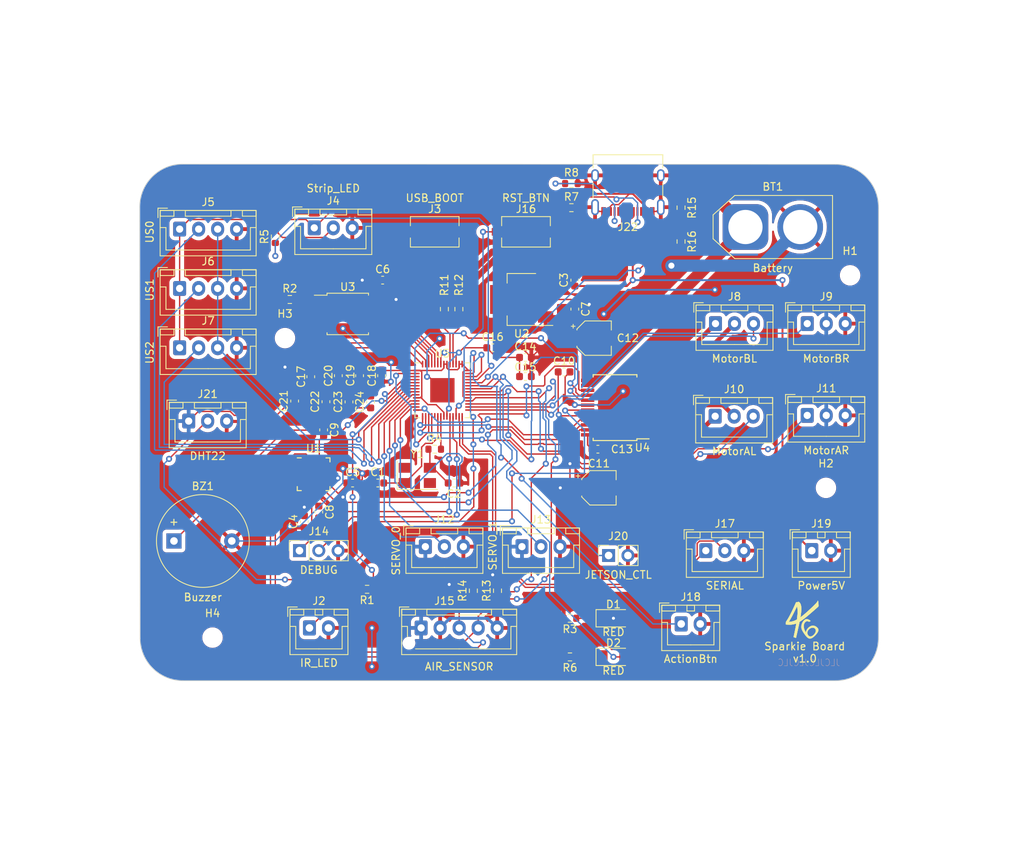
<source format=kicad_pcb>
(kicad_pcb (version 20221018) (generator pcbnew)
  (layers (0 "F.Cu" signal) (31 "B.Cu" signal) (34 "B.Paste" user) (35 "F.Paste" user) (36 "B.SilkS" user "B.Silkscreen") (37 "F.SilkS" user "F.Silkscreen") (38 "B.Mask" user) (39 "F.Mask" user) (44 "Edge.Cuts" user))
  (net 0 "")
  (net 1 "+12V")
  (net 2 "GND")
  (net 3 "/Buzzer")
  (net 4 "/XIN")
  (net 5 "Net-(C2-Pad2)")
  (net 6 "VBUS")
  (net 7 "+3.3V")
  (net 8 "Net-(U1-REGOUT)")
  (net 9 "Net-(U1-CPOUT)")
  (net 10 "+1V1")
  (net 11 "Net-(D1-K)")
  (net 12 "Net-(D2-K)")
  (net 13 "/Status_LED")
  (net 14 "/USB_D-")
  (net 15 "/USB_D+")
  (net 16 "Net-(J2-Pin_1)")
  (net 17 "Net-(J3-Pin_2)")
  (net 18 "Net-(J4-Pin_2)")
  (net 19 "/US0")
  (net 20 "/US_Trig")
  (net 21 "/US1")
  (net 22 "/US2")
  (net 23 "/MotorB0")
  (net 24 "/MotorB1")
  (net 25 "/MotorB_ENC0")
  (net 26 "/MotorB_ENC1")
  (net 27 "/MotorA0")
  (net 28 "/MotorA1")
  (net 29 "/MotorA_ENC0")
  (net 30 "/MotorA_ENC1")
  (net 31 "/SRV0")
  (net 32 "/SRV1")
  (net 33 "/SWCLK")
  (net 34 "/SWD")
  (net 35 "/SCL")
  (net 36 "/SDA")
  (net 37 "/RST")
  (net 38 "/TX")
  (net 39 "/RX")
  (net 40 "/ActionBtn")
  (net 41 "/IR_Led")
  (net 42 "/QSPI_SS")
  (net 43 "/XOUT")
  (net 44 "/Strip_LED")
  (net 45 "Net-(U5-USB_DP)")
  (net 46 "Net-(U5-USB_DM)")
  (net 47 "/BATT_VOLT")
  (net 54 "/IMU_En")
  (net 62 "/QSPI_SD1")
  (net 63 "/QSPI_SD2")
  (net 64 "/QSPI_SD0")
  (net 65 "/QSPI_SCLK")
  (net 66 "/QSPI_SD3")
  (net 67 "/MotorB_PWM")
  (net 68 "/MotorB_DIR1")
  (net 69 "/MotorB_DIR0")
  (net 70 "/MotorsEn")
  (net 71 "/MotorA_DIR0")
  (net 72 "/MotorA_DIR1")
  (net 73 "/MotorA_PWM")
  (net 75 "/Jetson_CTL")
  (net 76 "/DHT")
  (net 77 "Net-(J22-CC1)")
  (net 79 "Net-(J22-CC2)")
  (footprint "Connector_JST:JST_XH_B3B-XH-A_1x03_P2.50mm_Vertical" (layer "F.Cu") (at 178.475 119.49)
    (fp_text reference "J12")
    (fp_text value "SERVO_0")
  )
  (footprint "Connector_JST:JST_XH_B3B-XH-A_1x03_P2.50mm_Vertical" (layer "F.Cu") (at 147.36 102.98)
    (fp_text reference "J21")
    (fp_text value "DHT22")
  )
  (footprint "Capacitor_SMD:C_0603_1608Metric" (layer "F.Cu") (at 165.1 104.14 -90)
    (fp_text reference "C9")
    (fp_text value "22n")
  )
  (footprint "Connector_AMASS:AMASS_XT60-F_1x02_P7.20mm_Vertical" (layer "F.Cu") (at 220.555 77.47)
    (fp_text reference "BT1")
    (fp_text value "Battery")
  )
  (footprint "Capacitor_SMD:C_0603_1608Metric" (layer "F.Cu") (at 163.410531 97.152767 -90)
    (fp_text reference "C17")
    (fp_text value "1u")
  )
  (footprint "Resistor_SMD:R_0603_1608Metric" (layer "F.Cu") (at 160.655 86.995)
    (fp_text reference "R2")
    (fp_text value "1k")
  )
  (footprint "Buzzer_Beeper:Buzzer_12x9.5RM7.6" (layer "F.Cu") (at 145.425 118.745)
    (fp_text reference "BZ1")
    (fp_text value "Buzzer")
  )
  (footprint "Connector_PinSocket_2.54mm:PinSocket_1x02_P2.54mm_Vertical" (layer "F.Cu") (at 202.565 120.65 90)
    (fp_text reference "J20")
    (fp_text value "JETSON_CTL")
  )
  (footprint "MountingHole:MountingHole_2.2mm_M2" (layer "F.Cu") (at 160.02 92.075)
    (fp_text reference "H3")
    (fp_text value "MountingHole")
  )
  (footprint "Capacitor_SMD:C_0603_1608Metric" (layer "F.Cu") (at 172.72 97.015 -90)
    (fp_text reference "C18")
    (fp_text value "100n")
  )
  (footprint "Resistor_SMD:R_0603_1608Metric" (layer "F.Cu") (at 197.485 128.905 180)
    (fp_text reference "R3")
    (fp_text value "1k")
  )
  (footprint "LED_SMD:LED_1206_3216Metric" (layer "F.Cu") (at 203.2 128.905)
    (fp_text reference "D1")
    (fp_text value "RED")
  )
  (footprint "Connector_PinSocket_2.54mm:PinSocket_1x03_P2.54mm_Vertical" (layer "F.Cu") (at 161.925 120.015 90)
    (fp_text reference "J14")
    (fp_text value "DEBUG")
  )
  (footprint "Connector_JST:JST_XH_B4B-XH-A_1x04_P2.50mm_Vertical" (layer "F.Cu") (at 146.17 77.745)
    (fp_text reference "J5")
    (fp_text value "US0")
  )
  (footprint "Capacitor_SMD:C_0603_1608Metric" (layer "F.Cu") (at 165.406043 100.43641 90)
    (fp_text reference "C22")
    (fp_text value "100n")
  )
  (footprint "Connector_JST:JST_XH_B3B-XH-A_1x03_P2.50mm_Vertical" (layer "F.Cu") (at 216.575 102.345)
    (fp_text reference "J10")
    (fp_text value "MotorAL")
  )
  (footprint "LED_SMD:LED_1206_3216Metric" (layer "F.Cu") (at 203.2 133.985)
    (fp_text reference "D2")
    (fp_text value "RED")
  )
  (footprint "Capacitor_SMD:C_0603_1608Metric" (layer "F.Cu") (at 169.824901 97.018875 -90)
    (fp_text reference "C19")
    (fp_text value "100n")
  )
  (footprint "Package_TO_SOT_SMD:SOT-223-3_TabPin2" (layer "F.Cu") (at 191.135 86.995 180)
    (fp_text reference "U2")
    (fp_text value "NCP1117-3.3_SOT223")
  )
  (footprint "Connector_JST:JST_XH_B3B-XH-A_1x03_P2.50mm_Vertical" (layer "F.Cu") (at 216.615 90.17)
    (fp_text reference "J8")
    (fp_text value "MotorBL")
  )
  (footprint "Resistor_SMD:R_0603_1608Metric" (layer "F.Cu") (at 170.815 125.095 180)
    (fp_text reference "R1")
    (fp_text value "80")
  )
  (footprint "Resistor_SMD:R_0603_1608Metric" (layer "F.Cu") (at 212.09 79.375 -90)
    (fp_text reference "R16")
    (fp_text value "2.2k")
  )
  (footprint "Crystal:Crystal_SMD_5032-4Pin_5.0x3.2mm" (layer "F.Cu") (at 177.42 110.125)
    (fp_text reference "Y1")
    (fp_text value "12MHz")
  )
  (footprint "Connector_JST:JST_XH_B3B-XH-A_1x03_P2.50mm_Vertical" (layer "F.Cu") (at 191.175 119.49)
    (fp_text reference "J13")
    (fp_text value "SERVO_1")
  )
  (footprint "Resistor_SMD:R_0603_1608Metric" (layer "F.Cu") (at 179.705 106.68)
    (fp_text reference "R4")
    (fp_text value "1k")
  )
  (footprint "Resistor_SMD:R_0603_1608Metric" (layer "F.Cu") (at 197.485 133.985 180)
    (fp_text reference "R6")
    (fp_text value "1k")
  )
  (footprint "Capacitor_SMD:C_0603_1608Metric" (layer "F.Cu") (at 191.63 94.615)
    (fp_text reference "C14")
    (fp_text value "100n")
  )
  (footprint "Capacitor_SMD:C_0603_1608Metric" (layer "F.Cu") (at 164.465 114.935 -90)
    (fp_text reference "C8")
    (fp_text value "0.1u")
  )
  (footprint "MountingHole:MountingHole_2.2mm_M2" (layer "F.Cu") (at 231.14 111.76)
    (fp_text reference "H2")
    (fp_text value "MountingHole")
  )
  (footprint "Capacitor_SMD:C_0603_1608Metric" (layer "F.Cu") (at 198.12 88.265 -90)
    (fp_text reference "C7")
    (fp_text value "10u")
  )
  (footprint "Capacitor_SMD:C_0603_1608Metric" (layer "F.Cu") (at 182.245 111.125 180)
    (fp_text reference "C2")
    (fp_text value "27p")
  )
  (footprint "Capacitor_SMD:C_0603_1608Metric" (layer "F.Cu") (at 187.325 93.345)
    (fp_text reference "C16")
    (fp_text value "1u")
  )
  (footprint "MountingHole:MountingHole_2.2mm_M2" (layer "F.Cu") (at 150.495 131.445)
    (fp_text reference "H4")
    (fp_text value "MountingHole")
  )
  (footprint "Capacitor_SMD:C_0603_1608Metric" (layer "F.Cu") (at 191.63 97.125)
    (fp_text reference "C15")
    (fp_text value "100n")
  )
  (footprint "Resistor_SMD:R_0603_1608Metric" (layer "F.Cu") (at 187.96 125.285 90)
    (fp_text reference "R13")
    (fp_text value "4.7k")
  )
  (footprint "Connector_JST:JST_XH_B5B-XH-AM_1x05_P2.50mm_Vertical" (layer "F.Cu") (at 177.92 130.175)
    (fp_text reference "J15")
    (fp_text value "AIR_SENSOR")
  )
  (footprint "Connector_JST:JST_XH_B2B-XH-A_1x02_P2.50mm_Vertical" (layer "F.Cu") (at 229.275 120.015)
    (fp_text reference "J19")
    (fp_text value "Power5V")
  )
  (footprint "Sensor_Motion:InvenSense_QFN-24_4x4mm_P0.5mm" (layer "F.Cu") (at 163.785 109.97)
    (fp_text reference "U1")
    (fp_text value "MPU-6050")
  )
  (footprint "Button_Switch_SMD:SW_Tactile_SPST_NO_Straight_CK_PTS636Sx25SMTRLFS" (layer "F.Cu") (at 179.705 78.105)
    (fp_text reference "J3")
    (fp_text value "USB_BOOT")
  )
  (footprint "Resistor_SMD:R_0603_1608Metric" (layer "F.Cu") (at 182.88 88.265 90)
    (fp_text reference "R12")
    (fp_text value "27.4")
  )
  (footprint "Connector_JST:JST_XH_B2B-XH-A_1x02_P2.50mm_Vertical" (layer "F.Cu") (at 212.11 129.65)
    (fp_text reference "J18")
    (fp_text value "ActionBtn")
  )
  (footprint "MountingHole:MountingHole_2.2mm_M2" (layer "F.Cu") (at 234.315 83.82)
    (fp_text reference "H1")
    (fp_text value "MountingHole")
  )
  (footprint "Resistor_SMD:R_0603_1608Metric" (layer "F.Cu") (at 158.75 78.74 90)
    (fp_text reference "R5")
    (fp_text value "220")
  )
  (footprint "Capacitor_SMD:C_0603_1608Metric" (layer "F.Cu") (at 161.29 100.348208 90)
    (fp_text reference "C21")
    (fp_text value "100n")
  )
  (footprint "Resistor_SMD:R_0603_1608Metric" (layer "F.Cu") (at 180.975 88.265 -90)
    (fp_text reference "R11")
    (fp_text value "27.4")
  )
  (footprint "Connector_JST:JST_XH_B3B-XH-A_1x03_P2.50mm_Vertical" (layer "F.Cu") (at 163.87 77.58)
    (fp_text reference "J4")
    (fp_text value "Strip_LED")
  )
  (footprint "Connector_JST:JST_XH_B4B-XH-A_1x04_P2.50mm_Vertical" (layer "F.Cu") (at 146.17 93.345)
    (fp_text reference "J7")
    (fp_text value "US2")
  )
  (footprint "Package_SO:SSOP-24_5.3x8.2mm_P0.65mm" (layer "F.Cu") (at 203.41 101.215 180)
    (fp_text reference "U4")
    (fp_text value "TB6612FNG")
  )
  (footprint "Capacitor_SMD:C_0603_1608Metric" (layer "F.Cu") (at 172.225 111.125)
    (fp_text reference "C1")
    (fp_text value "27p")
  )
  (footprint "Capacitor_SMD:C_0603_1608Metric" (layer "F.Cu") (at 168.435621 100.461448 90)
    (fp_text reference "C23")
    (fp_text value "100n")
  )
  (footprint "Capacitor_SMD:C_0603_1608Metric" (layer "F.Cu") (at 201.155 106.68)
    (fp_text reference "C13")
    (fp_text value "0.1u")
  )
  (footprint "Capacitor_SMD:C_0603_1608Metric" (layer "F.Cu") (at 168.91 111.125)
    (fp_text reference "C5")
    (fp_text value "0.1u")
  )
  (footprint "Capacitor_SMD:C_0603_1608Metric" (layer "F.Cu") (at 198.12 84.455 90)
    (fp_text reference "C3")
    (fp_text value "10u")
  )
  (footprint "Capacitor_SMD:CP_Elec_4x5.4" (layer "F.Cu") (at 201.295 111.76)
    (fp_text reference "C11")
    (fp_text value "10u")
  )
  (footprint "Button_Switch_SMD:SW_Tactile_SPST_NO_Straight_CK_PTS636Sx25SMTRLFS" (layer "F.Cu") (at 191.705 78.105)
    (fp_text reference "J16")
    (fp_text value "RST_BTN")
  )
  (footprint "Resistor_SMD:R_0603_1608Metric" (layer "F.Cu") (at 212.09 74.93 -90)
    (fp_text reference "R15")
    (fp_text value "6.2k")
  )
  (footprint "Capacitor_SMD:C_0603_1608Metric" (layer "F.Cu") (at 162.56 116.205 90)
    (fp_text reference "C4")
    (fp_text value "10n")
  )
  (footprint "Capacitor_SMD:C_0603_1608Metric" (layer "F.Cu") (at 167.035 97.015 -90)
    (fp_text reference "C20")
    (fp_text value "100n")
  )
  (footprint "Capacitor_SMD:C_0603_1608Metric" (layer "F.Cu") (at 196.71 96.52)
    (fp_text reference "C10")
    (fp_text value "0.1u")
  )
  (footprint "Package_DFN_QFN:QFN-56-1EP_7x7mm_P0.4mm_EP3.2x3.2mm" (layer "F.Cu") (at 180.7125 98.93)
    (fp_text reference "U5")
    (fp_text value "RP2040")
  )
  (footprint "Connector_JST:JST_XH_B4B-XH-A_1x04_P2.50mm_Vertical" (layer "F.Cu") (at 146.17 85.545)
    (fp_text reference "J6")
    (fp_text value "US1")
  )
  (footprint "Package_SO:SOIC-8_5.23x5.23mm_P1.27mm" (layer "F.Cu") (at 168.275 88.9)
    (fp_text reference "U3")
    (fp_text value "W25Q128JVS")
  )
  (footprint "Capacitor_SMD:C_0603_1608Metric" (layer "F.Cu") (at 171.277416 100.473967 90)
    (fp_text reference "C24")
    (fp_text value "100n")
  )
  (footprint "Connector_JST:JST_XH_B3B-XH-A_1x03_P2.50mm_Vertical" (layer "F.Cu") (at 215.345 120.015)
    (fp_text reference "J17")
    (fp_text value "SERIAL")
  )
  (footprint "Resistor_SMD:R_0603_1608Metric" (layer "F.Cu") (at 197.675 71.755)
    (fp_text reference "R8")
    (fp_text value "5.4k")
  )
  (footprint "Connector_JST:JST_XH_B3B-XH-A_1x03_P2.50mm_Vertical" (layer "F.Cu") (at 228.68 90.17)
    (fp_text reference "J9")
    (fp_text value "MotorBR")
  )
  (footprint "Connector_USB:USB_C_Receptacle_XKB_U262-16XN-4BVC11" (layer "F.Cu") (at 205.105 71.755 180)
    (fp_text reference "J22")
    (fp_text value "USB_C_Receptacle_USB2.0")
  )
  (footprint "Resistor_SMD:R_0603_1608Metric" (layer "F.Cu") (at 197.675 74.93)
    (fp_text reference "R7")
    (fp_text value "5.4k")
  )
  (footprint "Capacitor_SMD:CP_Elec_4x5.4" (layer "F.Cu") (at 200.66 92.075)
    (fp_text reference "C12")
    (fp_text value "10u")
  )
  (footprint "Connector_JST:JST_XH_B3B-XH-A_1x03_P2.50mm_Vertical" (layer "F.Cu") (at 228.68 102.235)
    (fp_text reference "J11")
    (fp_text value "MotorAR")
  )
  (footprint "Resistor_SMD:R_0603_1608Metric" (layer "F.Cu") (at 184.785 125.285 90)
    (fp_text reference "R14")
    (fp_text value "4.7k")
  )
  (footprint "Connector_JST:JST_XH_B2B-XH-A_1x02_P2.50mm_Vertical" (layer "F.Cu") (at 163.235 130.175)
    (fp_text reference "J2")
    (fp_text value "IR_LED")
  )
  (footprint "Capacitor_SMD:C_0603_1608Metric" (layer "F.Cu") (at 172.86 84.455)
    (fp_text reference "C6")
    (fp_text value "100n")
  )
  (gr_poly (pts (xy 228.610453 129.012876) (xy 228.632109 129.014186) (xy 228.654383 129.016683) (xy 228.67729 129.020372) (xy 228.700848 129.025256) (xy 228.725073 129.03134) (xy 228.74998 129.038627) (xy 228.775587 129.04712) (xy 228.80191 129.056824) (xy 228.828966 129.067742) (xy 228.85677 129.079878) (xy 228.885339 129.093236) (xy 228.914689 129.107819) (xy 228.929478 129.115653) (xy 228.944889 129.124332) (xy 228.976806 129.143665) (xy 229.008897 129.164693) (xy 229.039617 129.186291) (xy 229.067421 129.207334) (xy 229.079748 129.217296) (xy 229.090767 129.226697) (xy 229.100285 129.235396) (xy 229.108109 129.243254) (xy 229.114045 129.250129) (xy 229.117902 129.255881) (xy 229.119121 129.258254) (xy 229.11964 129.259357) (xy 229.120094 129.260408) (xy 229.120481 129.261412) (xy 229.120797 129.26237) (xy 229.121041 129.263288) (xy 229.121208 129.264168) (xy 229.121296 129.265013) (xy 229.121302 129.265828) (xy 229.121222 129.266615) (xy 229.121055 129.267377) (xy 229.120797 129.26812) (xy 229.120446 129.268844) (xy 229.119997 129.269555) (xy 229.119449 129.270256) (xy 229.118798 129.27095) (xy 229.118041 129.27164) (xy 229.117176 129.272329) (xy 229.1162 129.273022) (xy 229.115109 129.273722) (xy 229.113901 129.274432) (xy 229.112573 129.275155) (xy 229.111121 129.275895) (xy 229.109543 129.276656) (xy 229.107836 129.27744) (xy 229.104023 129.279093) (xy 229.099659 129.280882) (xy 229.094719 129.282835) (xy 229.086779 129.286146) (xy 229.076101 129.290921) (xy 229.063154 129.296935) (xy 229.048405 129.303963) (xy 229.015371 129.32016) (xy 228.98074 129.337711) (xy 228.897871 129.380444) (xy 228.871774 129.355041) (xy 228.865872 129.349558) (xy 228.859643 129.344272) (xy 228.84627 129.334304) (xy 228.831784 129.325166) (xy 228.816316 129.316887) (xy 228.799997 129.309497) (xy 228.782957 129.303024) (xy 228.765327 129.297497) (xy 228.747238 129.292945) (xy 228.72882 129.289398) (xy 228.710204 129.286884) (xy 228.69152 129.285431) (xy 228.672899 129.28507) (xy 228.654471 129.285829) (xy 228.636368 129.287737) (xy 228.618719 129.290822) (xy 228.601656 129.295115) (xy 228.578175 129.303035) (xy 228.554782 129.312955) (xy 228.531566 129.324787) (xy 228.508613 129.338441) (xy 228.486013 129.35383) (xy 228.463853 129.370865) (xy 228.442221 129.389458) (xy 228.421206 129.40952) (xy 228.400896 129.430962) (xy 228.381378 129.453697) (xy 228.36274 129.477635) (xy 228.345072 129.502689) (xy 228.32846 129.52877) (xy 228.312993 129.555789) (xy 228.298759 129.583657) (xy 228.285846 129.612288) (xy 228.277299 129.632957) (xy 228.269606 129.6525) (xy 228.262726 129.67115) (xy 228.256617 129.689143) (xy 228.251239 129.706713) (xy 228.24655 129.724094) (xy 228.24251 129.74152) (xy 228.239077 129.759227) (xy 228.23621 129.777447) (xy 228.233868 129.796417) (xy 228.23201 129.81637) (xy 228.230595 129.837541) (xy 228.229582 129.860164) (xy 228.228929 129.884474) (xy 228.22854 129.93909) (xy 228.228771 129.981838) (xy 228.229341 130.017119) (xy 228.230405 130.046741) (xy 228.232117 130.072513) (xy 228.234633 130.096245) (xy 228.238106 130.119744) (xy 228.242691 130.144821) (xy 228.248542 130.173284) (xy 228.2612 130.228546) (xy 228.275495 130.282802) (xy 228.29151 130.336285) (xy 228.309326 130.389224) (xy 228.329025 130.441849) (xy 228.350689 130.494392) (xy 228.374401 130.547082) (xy 228.400241 130.600151) (xy 228.426254 130.650917) (xy 228.449627 130.695167) (xy 228.467801 130.728144) (xy 228.47414 130.738919) (xy 228.478219 130.745093) (xy 228.492001 130.762908) (xy 228.500246 130.730564) (xy 228.5162 130.671111) (xy 228.532483 130.617122) (xy 228.540891 130.591838) (xy 228.549554 130.567514) (xy 228.55853 130.544012) (xy 228.567876 130.521199) (xy 228.577649 130.498938) (xy 228.587907 130.477093) (xy 228.598708 130.455528) (xy 228.610109 130.434109) (xy 228.622168 130.412699) (xy 228.634942 130.391162) (xy 228.662867 130.347167) (xy 228.691055 130.306427) (xy 228.720962 130.266958) (xy 228.752471 130.228848) (xy 228.785464 130.192188) (xy 228.819824 130.157065) (xy 228.855436 130.123568) (xy 228.892181 130.091786) (xy 228.929944 130.061808) (xy 228.968606 130.033723) (xy 229.008052 130.00762) (xy 229.048163 129.983587) (xy 229.088824 129.961714) (xy 229.129917 129.942089) (xy 229.171326 129.9248) (xy 229.212932 129.909938) (xy 229.254621 129.89759) (xy 229.275639 129.892236) (xy 229.294614 129.88798) (xy 229.303678 129.886228) (xy 229.312641 129.884706) (xy 229.321641 129.883399) (xy 229.330813 129.882293) (xy 229.340295 129.881373) (xy 229.350224 129.880623) (xy 229.360736 129.88003) (xy 229.371968 129.879578) (xy 229.397139 129.879037) (xy 229.42683 129.878884) (xy 229.449201 129.8791) (xy 229.470713 129.879765) (xy 229.491468 129.880901) (xy 229.51157 129.882532) (xy 229.531122 129.884681) (xy 229.550225 129.887371) (xy 229.568984 129.890624) (xy 229.587501 129.894465) (xy 229.605879 129.898916) (xy 229.624221 129.904) (xy 229.64263 129.909741) (xy 229.661209 129.916161) (xy 229.68006 129.923284) (xy 229.699287 129.931133) (xy 229.718992 129.939731) (xy 229.739279 129.949101) (xy 229.771898 129.965478) (xy 229.80403 129.983433) (xy 229.835543 130.002835) (xy 229.866303 130.023554) (xy 229.896176 130.045461) (xy 229.925031 130.068427) (xy 229.952732 130.09232) (xy 229.979148 130.117013) (xy 230.004144 130.142374) (xy 230.027588 130.168274) (xy 230.049347 130.194584) (xy 230.069286 130.221174) (xy 230.087273 130.247913) (xy 230.103175 130.274673) (xy 230.116859 130.301324) (xy 230.12819 130.327735) (xy 230.130643 130.334273) (xy 230.132856 130.340566) (xy 230.13484 130.346693) (xy 230.136607 130.352734) (xy 230.138167 130.358768) (xy 230.139532 130.364877) (xy 230.140713 130.371139) (xy 230.141722 130.377635) (xy 230.142568 130.384444) (xy 230.143264 130.391647) (xy 230.14382 130.399323) (xy 230.144248 130.407552) (xy 230.144558 130.416414) (xy 230.144762 130.425989) (xy 230.144897 130.447598) (xy 230.144706 130.470402) (xy 230.144078 130.489767) (xy 230.143549 130.498479) (xy 230.14285 130.506713) (xy 230.14196 130.514597) (xy 230.140859 130.52226) (xy 230.139527 130.529827) (xy 230.137942 130.537428) (xy 230.136086 130.54519) (xy 230.133936 130.553239) (xy 230.128679 130.570713) (xy 230.122006 130.59087) (xy 230.111505 130.620463) (xy 230.100684 130.648325) (xy 230.089267 130.675016) (xy 230.076976 130.701096) (xy 230.063535 130.727124) (xy 230.048669 130.753661) (xy 230.0321 130.781265) (xy 230.013552 130.810497) (xy 229.977213 130.864234) (xy 229.937794 130.918393) (xy 229.895672 130.972613) (xy 229.851223 131.026537) (xy 229.804822 131.079802) (xy 229.756845 131.132051) (xy 229.707669 131.182922) (xy 229.657669 131.232056) (xy 229.60722 131.279094) (xy 229.556699 131.323675) (xy 229.506482 131.36544) (xy 229.456944 131.404028) (xy 229.40846 131.439081) (xy 229.361408 131.470237) (xy 229.316162 131.497138) (xy 229.273099 131.519424) (xy 229.254688 131.527769) (xy 229.235924 131.535509) (xy 229.216872 131.542634) (xy 229.197597 131.54913) (xy 229.178166 131.554987) (xy 229.158644 131.560192) (xy 229.139096 131.564734) (xy 229.119587 131.568601) (xy 229.100184 131.571781) (xy 229.080951 131.574262) (xy 229.061954 131.576031) (xy 229.043259 131.577079) (xy 229.024931 131.577391) (xy 229.007036 131.576957) (xy 228.989638 131.575766) (xy 228.972804 131.573803) (xy 228.957059 131.571202) (xy 228.941224 131.567862) (xy 228.909274 131.558958) (xy 228.876929 131.547072) (xy 228.844166 131.532184) (xy 228.810961 131.514275) (xy 228.777291 131.493325) (xy 228.74313 131.469315) (xy 228.708456 131.442225) (xy 228.673245 131.412036) (xy 228.637473 131.378728) (xy 228.601116 131.342281) (xy 228.56415 131.302677) (xy 228.526552 131.259896) (xy 228.488297 131.213917) (xy 228.449363 131.164722) (xy 228.409724 131.112292) (xy 228.337956 131.013533) (xy 228.270655 130.917367) (xy 228.208388 130.824698) (xy 228.206473 130.821715) (xy 228.700854 130.821715) (xy 228.700981 130.855108) (xy 228.701439 130.882104) (xy 228.702393 130.904114) (xy 228.703108 130.913691) (xy 228.704009 130.922551) (xy 228.705116 130.930871) (xy 228.70645 130.938826) (xy 228.708032 130.946594) (xy 228.709882 130.954351) (xy 228.714471 130.970537) (xy 228.720381 130.988796) (xy 228.729637 131.013933) (xy 228.740362 131.038594) (xy 228.752471 131.062692) (xy 228.765882 131.086138) (xy 228.780512 131.108844) (xy 228.796278 131.130721) (xy 228.813096 131.151681) (xy 228.830884 131.171635) (xy 228.849559 131.190495) (xy 228.869037 131.208173) (xy 228.889236 131.224581) (xy 228.910072 131.23963) (xy 228.931464 131.253231) (xy 228.953327 131.265296) (xy 228.975578 131.275738) (xy 228.998135 131.284467) (xy 229.007327 131.287296) (xy 229.017425 131.289765) (xy 229.028322 131.291874) (xy 229.039909 131.293621) (xy 229.052078 131.295005) (xy 229.064721 131.296026) (xy 229.077728 131.296682) (xy 229.090991 131.296973) (xy 229.104403 131.296898) (xy 229.117854 131.296455) (xy 229.131236 131.295645) (xy 229.144441 131.294466) (xy 229.157361 131.292918) (xy 229.169886 131.290999) (xy 229.181908 131.288708) (xy 229.19332 131.286046) (xy 229.218836 131.278711) (xy 229.244472 131.26984) (xy 229.270175 131.259497) (xy 229.29589 131.247741) (xy 229.321563 131.234634) (xy 229.347139 131.220238) (xy 229.397789 131.187826) (xy 229.447404 131.150995) (xy 229.495553 131.110239) (xy 229.541803 131.066049) (xy 229.58572 131.018918) (xy 229.626872 130.969338) (xy 229.664825 130.917801) (xy 229.699147 130.864799) (xy 229.729405 130.810825) (xy 229.755165 130.756371) (xy 229.766224 130.729117) (xy 229.775995 130.701928) (xy 229.784426 130.674865) (xy 229.791462 130.64799) (xy 229.797049 130.621364) (xy 229.801133 130.595048) (xy 229.804034 130.562679) (xy 229.804521 130.530746) (xy 229.802649 130.499356) (xy 229.798475 130.468617) (xy 229.792056 130.438637) (xy 229.783448 130.409523) (xy 229.772707 130.381384) (xy 229.759889 130.354327) (xy 229.745051 130.328459) (xy 229.728249 130.303889) (xy 229.70954 130.280725) (xy 229.688979 130.259073) (xy 229.666623 130.239043) (xy 229.642528 130.220741) (xy 229.616751 130.204276) (xy 229.589348 130.189754) (xy 229.576172 130.183608) (xy 229.563494 130.178063) (xy 229.551192 130.173098) (xy 229.539141 130.168691) (xy 229.527218 130.164821) (xy 229.515299 130.161466) (xy 229.503259 130.158606) (xy 229.490974 130.156217) (xy 229.478321 130.15428) (xy 229.465177 130.152772) (xy 229.451415 130.151672) (xy 229.436914 130.150958) (xy 229.421549 130.150609) (xy 229.405195 130.150603) (xy 229.38773 130.150919) (xy 229.369028 130.151536) (xy 229.344826 130.152672) (xy 229.323478 130.15412) (xy 229.304351 130.155977) (xy 229.286808 130.158345) (xy 229.270216 130.161322) (xy 229.25394 130.165007) (xy 229.237344 130.1695) (xy 229.219794 130.174901) (xy 229.195869 130.183057) (xy 229.172268 130.191974) (xy 229.148989 130.201656) (xy 229.126027 130.212105) (xy 229.103377 130.223323) (xy 229.081036 130.235314) (xy 229.058998 130.24808) (xy 229.03726 130.261624) (xy 229.015818 130.275949) (xy 228.994666 130.291057) (xy 228.973801 130.306952) (xy 228.953219 130.323636) (xy 228.932915 130.341112) (xy 228.912885 130.359382) (xy 228.893124 130.37845) (xy 228.873629 130.398318) (xy 228.860646 130.412238) (xy 228.848198 130.426263) (xy 228.836276 130.440411) (xy 228.824868 130.454699) (xy 228.813963 130.469146) (xy 228.80355 130.48377) (xy 228.793617 130.498589) (xy 228.784154 130.513621) (xy 228.77515 130.528885) (xy 228.766594 130.544399) (xy 228.758474 130.56018) (xy 228.750779 130.576247) (xy 228.743499 130.592618) (xy 228.736622 130.609311) (xy 228.730138 130.626345) (xy 228.724034 130.643738) (xy 228.716708 130.665946) (xy 228.713706 130.67562) (xy 228.711106 130.684634) (xy 228.708881 130.693208) (xy 228.707001 130.701565) (xy 228.705437 130.709925) (xy 228.704161 130.718508) (xy 228.703143 130.727536) (xy 228.702356 130.737228) (xy 228.70177 130.747807) (xy 228.701356 130.759492) (xy 228.700932 130.787065) (xy 228.700854 130.821715) (xy 228.206473 130.821715) (xy 228.151722 130.736432) (xy 228.101223 130.653473) (xy 228.057457 130.576726) (xy 228.02099 130.507096) (xy 227.992389 130.445488) (xy 227.971286 130.394018) (xy 227.962094 130.369788) (xy 227.953757 130.346337) (xy 227.946239 130.323497) (xy 227.939502 130.3011) (xy 227.933506 130.278977) (xy 227.928216 130.256962) (xy 227.923592 130.234884) (xy 227.919598 130.212578) (xy 227.916194 130.189873) (xy 227.913345 130.166603) (xy 227.911011 130.142599) (xy 227.909155 130.117693) (xy 227.906725 130.064502) (xy 227.906087 130.025261) (xy 227.906543 129.986939) (xy 227.908122 129.949412) (xy 227.910853 129.912556) (xy 227.914765 129.876248) (xy 227.919887 129.840366) (xy 227.926247 129.804785) (xy 227.933875 129.769382) (xy 227.942799 129.734035) (xy 227.953047 129.69862) (xy 227.96465 129.663014) (xy 227.977635 129.627093) (xy 227.992032 129.590735) (xy 228.007869 129.553815) (xy 228.025175 129.516211) (xy 228.043979 129.4778) (xy 228.068359 129.431547) (xy 228.093884 129.387314) (xy 228.120478 129.345171) (xy 228.148067 129.305188) (xy 228.176577 129.267435) (xy 228.205934 129.231983) (xy 228.236062 129.198901) (xy 228.266888 129.16826) (xy 228.298337 129.140131) (xy 228.330335 129.114584) (xy 228.362807 129.091688) (xy 228.395679 129.071514) (xy 228.428876 129.054132) (xy 228.462324 129.039613) (xy 228.495949 129.028026) (xy 228.529675 129.019443) (xy 228.549025 129.016038) (xy 228.568927 129.013806) (xy 228.589398 129.012751)) (stroke (width 0.007264)) (fill solid) (layer "F.SilkS"))
  (gr_poly (pts (xy 230.094859 126.62731) (xy 230.104439 126.670091) (xy 230.11278 126.709008) (xy 230.120038 126.74493) (xy 230.126367 126.778725) (xy 230.131924 126.811261) (xy 230.136865 126.843408) (xy 230.141344 126.876032) (xy 230.145518 126.910003) (xy 230.150555 126.959334) (xy 230.154927 127.014007) (xy 230.158524 127.07124) (xy 230.161235 127.128253) (xy 230.162948 127.182265) (xy 230.163554 127.230494) (xy 230.162941 127.270158) (xy 230.160999 127.298478) (xy 230.16008 127.305751) (xy 230.159157 127.31228) (xy 230.158173 127.318165) (xy 230.157073 127.323505) (xy 230.155801 127.328398) (xy 230.154301 127.332944) (xy 230.152518 127.337242) (xy 230.151503 127.339328) (xy 230.150396 127.34139) (xy 230.147879 127.345488) (xy 230.144912 127.349635) (xy 230.141438 127.35393) (xy 230.137403 127.358471) (xy 230.13275 127.363358) (xy 230.127423 127.368691) (xy 230.114527 127.381086) (xy 230.065361 127.426818) (xy 229.99868 127.48726) (xy 229.800053 127.663464) (xy 229.49321 127.932083) (xy 229.052713 128.315504) (xy 228.936558 128.414244) (xy 228.774295 128.549617) (xy 228.602851 128.690998) (xy 228.459154 128.80776) (xy 228.368845 128.879262) (xy 228.278838 128.948699) (xy 228.189693 129.01567) (xy 228.10197 129.079772) (xy 228.016228 129.1406) (xy 227.933028 129.197752) (xy 227.85293 129.250825) (xy 227.776492 129.299416) (xy 227.73875 129.323184) (xy 227.706772 129.343941) (xy 227.693999 129.352493) (xy 227.683934 129.359454) (xy 227.676997 129.364546) (xy 227.673611 129.367489) (xy 227.672596 129.369741) (xy 227.671042 129.37463) (xy 227.666445 129.391754) (xy 227.660078 129.417737) (xy 227.6522 129.451457) (xy 227.63294 129.537616) (xy 227.610729 129.641249) (xy 227.389938 130.646146) (xy 227.205648 131.451519) (xy 227.196657 131.485642) (xy 227.102219 131.454488) (xy 227.070868 131.443859) (xy 227.037077 131.431918) (xy 226.969737 131.406986) (xy 226.939969 131.395436) (xy 226.915322 131.38546) (xy 226.897687 131.377778) (xy 226.892089 131.375022) (xy 226.888953 131.373111) (xy 226.888936 131.371776) (xy 226.889407 131.368274) (xy 226.891716 131.355218) (xy 226.901161 131.308034) (xy 226.915805 131.238734) (xy 226.934163 131.15449) (xy 227.043966 130.640561) (xy 227.146402 130.134775) (xy 227.219859 129.74693) (xy 227.238966 129.631547) (xy 227.242724 129.586825) (xy 227.242427 129.586684) (xy 227.241908 129.586627) (xy 227.240231 129.586761) (xy 227.237739 129.587213) (xy 227.234478 129.587968) (xy 227.230495 129.589012) (xy 227.225836 129.59033) (xy 227.214675 129.593729) (xy 227.201368 129.598049) (xy 227.186284 129.603172) (xy 227.169795 129.608982) (xy 227.152272 129.615361) (xy 227.091233 129.636575) (xy 227.026855 129.656397) (xy 226.960008 129.674632) (xy 226.89156 129.691083) (xy 226.82238 129.705556) (xy 226.753337 129.717856) (xy 226.685299 129.727788) (xy 226.619136 129.735155) (xy 226.550889 129.73946) (xy 226.463591 129.741951) (xy 226.363711 129.742725) (xy 226.257719 129.741882) (xy 226.152086 129.739518) (xy 226.05328 129.735732) (xy 225.967772 129.730623) (xy 225.902031 129.724287) (xy 225.871413 129.720344) (xy 225.875974 129.552596) (xy 225.880535 129.384847) (xy 225.883432 129.380373) (xy 226.255916 129.380373) (xy 226.255981 129.381143) (xy 226.256182 129.381863) (xy 226.25653 129.382532) (xy 226.257035 129.38315) (xy 226.257707 129.383717) (xy 226.258556 129.384233) (xy 226.259592 129.384698) (xy 226.260825 129.385112) (xy 226.262265 129.385474) (xy 226.263922 129.385785) (xy 226.265807 129.386045) (xy 226.267929 129.386253) (xy 226.270299 129.38641) (xy 226.272927 129.386515) (xy 226.275822 129.386569) (xy 226.278995 129.38657) (xy 226.282456 129.38652) (xy 226.286215 129.386418) (xy 226.294667 129.386058) (xy 226.304432 129.385489) (xy 226.315591 129.384711) (xy 226.328225 129.383723) (xy 226.342413 129.382525) (xy 226.358238 129.381116) (xy 226.375778 129.379495) (xy 226.375779 129.379495) (xy 226.436068 129.3729) (xy 226.497906 129.364309) (xy 226.560779 129.353826) (xy 226.624177 129.341558) (xy 226.687585 129.32761) (xy 226.75049 129.31209) (xy 226.812381 129.295102) (xy 226.872745 129.276753) (xy 226.926556 129.257778) (xy 226.991867 129.232056) (xy 227.063258 129.20204) (xy 227.13531 129.170185) (xy 227.202605 129.138945) (xy 227.259722 129.110772) (xy 227.301242 129.088122) (xy 227.314461 129.079634) (xy 227.321747 129.073447) (xy 227.324301 129.067483) (xy 227.327333 129.055364) (xy 227.33467 129.014007) (xy 227.343441 128.952072) (xy 227.35333 128.872255) (xy 227.364019 128.777253) (xy 227.37519 128.669761) (xy 227.386526 128.552476) (xy 227.39771 128.428093) (xy 227.402466 128.350103) (xy 227.405662 128.249529) (xy 227.407332 128.134275) (xy 227.407513 128.012248) (xy 227.406239 127.89135) (xy 227.403547 127.779486) (xy 227.399472 127.684561) (xy 227.39405 127.614479) (xy 227.387096 127.555201) (xy 227.379705 127.498612) (xy 227.372158 127.446368) (xy 227.364738 127.400122) (xy 227.357725 127.361528) (xy 227.351401 127.33224) (xy 227.346047 127.313912) (xy 227.343822 127.309374) (xy 227.342837 127.308353) (xy 227.341945 127.308197) (xy 227.341463 127.308557) (xy 227.340772 127.309376) (xy 227.338783 127.312347) (xy 227.336024 127.317014) (xy 227.332542 127.323286) (xy 227.323594 127.340272) (xy 227.31231 127.362557) (xy 227.299063 127.389399) (xy 227.284225 127.420051) (xy 227.268167 127.453768) (xy 227.251261 127.489807) (xy 227.125896 127.750793) (xy 226.959993 128.086295) (xy 226.794451 128.414423) (xy 226.670169 128.65329) (xy 226.580958 128.817335) (xy 226.504269 128.954772) (xy 226.430324 129.08283) (xy 226.34935 129.21874) (xy 226.313071 129.27945) (xy 226.283362 129.330161) (xy 226.263288 129.36557) (xy 226.257823 129.375879) (xy 226.255916 129.380373) (xy 225.883432 129.380373) (xy 225.979789 129.231552) (xy 226.062958 129.100428) (xy 226.145756 128.964419) (xy 226.22882 128.822374) (xy 226.312786 128.673143) (xy 226.398288 128.515573) (xy 226.485963 128.348516) (xy 226.576446 128.170819) (xy 226.670373 127.981332) (xy 226.809124 127.692731) (xy 226.949909 127.391163) (xy 227.073398 127.118621) (xy 227.160261 126.917096) (xy 227.173969 126.884177) (xy 227.186063 126.856303) (xy 227.191096 126.845177) (xy 227.195234 126.836415) (xy 227.198314 126.830385) (xy 227.200172 126.827454) (xy 227.205478 126.824726) (xy 227.216845 126.820889) (xy 227.254502 126.810597) (xy 227.306626 126.797997) (xy 227.366697 126.784506) (xy 227.428194 126.771544) (xy 227.4846 126.760529) (xy 227.529395 126.75288) (xy 227.545401 126.750761) (xy 227.55606 126.750015) (xy 227.558653 126.750162) (xy 227.56145 126.750598) (xy 227.564442 126.751317) (xy 227.567621 126.752312) (xy 227.570978 126.753577) (xy 227.574506 126.755104) (xy 227.582041 126.75892) (xy 227.590157 126.763707) (xy 227.598791 126.769413) (xy 227.607875 126.775983) (xy 227.617343 126.783365) (xy 227.62713 126.791505) (xy 227.637169 126.80035) (xy 227.647395 126.809848) (xy 227.657742 126.819943) (xy 227.668142 126.830585) (xy 227.678531 126.841718) (xy 227.688843 126.853291) (xy 227.69901 126.865249) (xy 227.7083 126.877014) (xy 227.717838 126.890188) (xy 227.727549 126.904622) (xy 227.737357 126.920165) (xy 227.747189 126.936668) (xy 227.75697 126.953981) (xy 227.766624 126.971954) (xy 227.776077 126.990437) (xy 227.785253 127.009279) (xy 227.794079 127.028332) (xy 227.802479 127.047444) (xy 227.810378 127.066467) (xy 227.817702 127.08525) (xy 227.824376 127.103643) (xy 227.830325 127.121497) (xy 227.835473 127.138661) (xy 227.851958 127.204096) (xy 227.865828 127.274106) (xy 227.877081 127.348724) (xy 227.885718 127.427983) (xy 227.891737 127.511916) (xy 227.895137 127.600556) (xy 227.895916 127.693937) (xy 227.894075 127.792092) (xy 227.889611 127.895053) (xy 227.882524 128.002856) (xy 227.872813 128.115531) (xy 227.860476 128.233114) (xy 227.845513 128.355636) (xy 227.827923 128.483132) (xy 227.807704 128.615633) (xy 227.784856 128.753175) (xy 227.784186 128.757294) (xy 227.783672 128.761081) (xy 227.783346 128.764518) (xy 227.78324 128.767586) (xy 227.783387 128.770268) (xy 227.783565 128.771458) (xy 227.783818 128.772543) (xy 227.78415 128.773523) (xy 227.784565 128.774395) (xy 227.785067 128.775156) (xy 227.78566 128.775804) (xy 227.786348 128.776336) (xy 227.787135 128.776751) (xy 227.788025 128.777046) (xy 227.789022 128.777218) (xy 227.79013 128.777266) (xy 227.791353 128.777187) (xy 227.792695 128.776979) (xy 227.794159 128.776639) (xy 227.797473 128.775555) (xy 227.801327 128.773917) (xy 227.805752 128.771706) (xy 227.810781 128.768904) (xy 227.816445 128.765493) (xy 227.822777 128.761453) (xy 227.829808 128.756765) (xy 227.83757 128.751413) (xy 227.846095 128.745376) (xy 227.855415 128.738637) (xy 227.876569 128.722977) (xy 227.901286 128.704283) (xy 227.929823 128.682408) (xy 227.962433 128.657203) (xy 227.999374 128.628519) (xy 228.115586 128.536467) (xy 228.23788 128.43618) (xy 228.368015 128.326114) (xy 228.507748 128.204722) (xy 228.65884 128.070458) (xy 228.82305 127.921775) (xy 229.002135 127.757127) (xy 229.197856 127.574969) (xy 229.382356 127.398453) (xy 229.587212 127.196885) (xy 229.76714 127.015351) (xy 229.833604 126.946185) (xy 229.876856 126.898935) (xy 229.902733 126.86788) (xy 229.928498 126.834802) (xy 229.953692 126.800387) (xy 229.977857 126.765319) (xy 230.000537 126.730282) (xy 230.021274 126.695963) (xy 230.039609 126.663045) (xy 230.047733 126.647326) (xy 230.055085 126.632215) (xy 230.082628 126.573618)) (stroke (width 0.007264)) (fill solid) (layer "F.SilkS"))
  (gr_poly (pts (xy 230.094858 126.627311) (xy 230.104417 126.669993) (xy 230.112749 126.70886) (xy 230.120008 126.744769) (xy 230.12635 126.778579) (xy 230.131927 126.811149) (xy 230.136895 126.843337) (xy 230.141407 126.876002) (xy 230.145617 126.910004) (xy 230.150648 126.958969) (xy 230.155015 127.013419) (xy 230.158605 127.070554) (xy 230.161309 127.127572) (xy 230.163015 127.181674) (xy 230.163612 127.23006) (xy 230.162989 127.269928) (xy 230.161034 127.298478) (xy 230.160113 127.305822) (xy 230.159189 127.312406) (xy 230.158197 127.318339) (xy 230.157077 127.323728) (xy 230.155766 127.328681) (xy 230.154202 127.333305) (xy 230.153306 127.335528) (xy 230.152322 127.337709) (xy 230.151245 127.339862) (xy 230.150065 127.342) (xy 230.148775 127.344138) (xy 230.147367 127.346287) (xy 230.144167 127.350676) (xy 230.140402 127.355276) (xy 230.13601 127.360194) (xy 230.130929 127.365539) (xy 230.125096 127.371417) (xy 230.110927 127.385208) (xy 230.07512 127.418687) (xy 230.021494 127.467406) (xy 229.864876 127.606944) (xy 229.649253 127.796591) (xy 229.382804 128.029114) (xy 229.097797 128.275515) (xy 228.845876 128.48979) (xy 228.622638 128.675425) (xy 228.423677 128.835907) (xy 228.244589 128.974724) (xy 228.080969 129.095362) (xy 227.928413 129.201309) (xy 227.782516 129.296051) (xy 227.761486 129.309392) (xy 227.741623 129.322294) (xy 227.72338 129.334441) (xy 227.707208 129.345519) (xy 227.693559 129.355213) (xy 227.682886 129.363208) (xy 227.67564 129.369188) (xy 227.673444 129.371325) (xy 227.672275 129.37284) (xy 227.671453 129.374918) (xy 227.670276 129.378707) (xy 227.666947 129.39104) (xy 227.662466 129.409077) (xy 227.657011 129.432059) (xy 227.643885 129.489814) (xy 227.62899 129.558221) (xy 227.529333 130.020692) (xy 227.410158 130.556565) (xy 227.272113 131.168495) (xy 227.205642 131.45152) (xy 227.196656 131.485643) (xy 227.102219 131.454436) (xy 227.056236 131.43894) (xy 227.014697 131.424338) (xy 226.978125 131.41084) (xy 226.947039 131.398659) (xy 226.92196 131.388007) (xy 226.903409 131.379094) (xy 226.896745 131.375357) (xy 226.891907 131.372133) (xy 226.888962 131.369451) (xy 226.887973 131.367336) (xy 226.888584 131.363049) (xy 226.890312 131.353891) (xy 226.896639 131.323237) (xy 226.905991 131.279929) (xy 226.9174 131.228522) (xy 227.026054 130.724637) (xy 227.13474 130.19107) (xy 227.216103 129.765821) (xy 227.237991 129.636942) (xy 227.242791 129.586892) (xy 227.242533 129.586776) (xy 227.242071 129.586738) (xy 227.240562 129.586887) (xy 227.238305 129.587325) (xy 227.235342 129.58804) (xy 227.227471 129.590244) (xy 227.217286 129.59339) (xy 227.205127 129.597371) (xy 227.191332 129.602078) (xy 227.176241 129.607403) (xy 227.160192 129.613239) (xy 227.098134 129.634721) (xy 227.032207 129.654917) (xy 226.963486 129.673586) (xy 226.893042 129.690487) (xy 226.821949 129.705379) (xy 226.751279 129.718021) (xy 226.682107 129.728172) (xy 226.615504 129.735591) (xy 226.54812 129.73976) (xy 226.461394 129.742126) (xy 226.361881 129.742791) (xy 226.256134 129.741861) (xy 226.150706 129.739439) (xy 226.052151 129.73563) (xy 225.967022 129.730536) (xy 225.901873 129.724263) (xy 225.871096 129.720296) (xy 225.875825 129.552448) (xy 225.880555 129.3846) (xy 225.88288 129.381002) (xy 226.257221 129.381002) (xy 226.257231 129.381365) (xy 226.257268 129.381714) (xy 226.257333 129.382051) (xy 226.257427 129.382374) (xy 226.257551 129.382684) (xy 226.257705 129.382981) (xy 226.257892 129.383265) (xy 226.258112 129.383536) (xy 226.258367 129.383795) (xy 226.258656 129.384041) (xy 226.258982 129.384274) (xy 226.259346 129.384496) (xy 226.259748 129.384705) (xy 226.260189 129.384901) (xy 226.260671 129.385086) (xy 226.261195 129.385259) (xy 226.261762 129.38542) (xy 226.263028 129.385707) (xy 226.264479 129.385948) (xy 226.266122 129.386144) (xy 226.267966 129.386296) (xy 226.27002 129.386404) (xy 226.272292 129.386469) (xy 226.274791 129.386493) (xy 226.277526 129.386476) (xy 226.280505 129.386419) (xy 226.283736 129.386323) (xy 226.287229 129.386188) (xy 226.290992 129.386016) (xy 226.295032 129.385807) (xy 226.303983 129.385283) (xy 226.314151 129.384623) (xy 226.325603 129.383833) (xy 226.359566 129.381008) (xy 226.398837 129.377055) (xy 226.438553 129.3725) (xy 226.473848 129.367866) (xy 226.540991 129.357255) (xy 226.608254 129.344643) (xy 226.675194 129.330142) (xy 226.741371 129.31387) (xy 226.806343 129.29594) (xy 226.86967 129.276468) (xy 226.93091 129.25557) (xy 226.989621 129.233359) (xy 227.040228 129.212363) (xy 227.09432 129.188505) (xy 227.148878 129.163274) (xy 227.200886 129.138161) (xy 227.247328 129.114654) (xy 227.285185 129.094245) (xy 227.311441 129.078423) (xy 227.319276 129.072698) (xy 227.323079 129.068678) (xy 227.326745 129.057405) (xy 227.33107 129.036574) (xy 227.341295 128.97013) (xy 227.352947 128.877131) (xy 227.365217 128.765362) (xy 227.377297 128.642606) (xy 227.388378 128.516649) (xy 227.397653 128.395275) (xy 227.404313 128.286268) (xy 227.407405 128.206417) (xy 227.409106 128.119032) (xy 227.409469 128.027291) (xy 227.408548 127.934372) (xy 227.406395 127.843453) (xy 227.403063 127.757713) (xy 227.398607 127.680329) (xy 227.393078 127.61448) (xy 227.387423 127.562985) (xy 227.381088 127.511552) (xy 227.374378 127.462144) (xy 227.367603 127.416723) (xy 227.36107 127.37725) (xy 227.355087 127.34569) (xy 227.34996 127.324004) (xy 227.347815 127.317477) (xy 227.345999 127.314155) (xy 227.344674 127.312661) (xy 227.344083 127.311979) (xy 227.343503 127.311411) (xy 227.342905 127.311012) (xy 227.342591 127.310891) (xy 227.342263 127.310833) (xy 227.341916 127.310843) (xy 227.341548 127.310929) (xy 227.341155 127.311096) (xy 227.340733 127.311352) (xy 227.340279 127.311703) (xy 227.33979 127.312156) (xy 227.338692 127.313394) (xy 227.33741 127.315119) (xy 227.335918 127.317386) (xy 227.334187 127.320245) (xy 227.33219 127.323752) (xy 227.329899 127.32796) (xy 227.327287 127.332921) (xy 227.324325 127.338689) (xy 227.320987 127.345317) (xy 227.313068 127.361367) (xy 227.30331 127.381497) (xy 227.291492 127.406134) (xy 227.260786 127.470628) (xy 227.21918 127.558261) (xy 226.990684 128.028828) (xy 226.769252 128.463864) (xy 226.662597 128.665354) (xy 226.559402 128.854717) (xy 226.460232 129.030872) (xy 226.365652 129.192737) (xy 226.291596 129.318092) (xy 226.268035 129.358919) (xy 226.258154 129.377113) (xy 226.257807 129.378076) (xy 226.257533 129.378982) (xy 226.257339 129.379831) (xy 226.257236 129.380625) (xy 226.257221 129.381002) (xy 225.88288 129.381002) (xy 225.972496 129.242326) (xy 226.03808 129.139462) (xy 226.101291 129.037365) (xy 226.163261 128.934055) (xy 226.225121 128.827553) (xy 226.288005 128.715878) (xy 226.353044 128.597051) (xy 226.421369 128.469093) (xy 226.494112 128.330023) (xy 226.670922 127.977497) (xy 226.863773 127.575157) (xy 227.041135 127.190063) (xy 227.114156 127.024939) (xy 227.171481 126.889274) (xy 227.176665 126.876997) (xy 227.18194 126.865309) (xy 227.187161 126.854483) (xy 227.19218 126.844792) (xy 227.19685 126.836507) (xy 227.201025 126.829902) (xy 227.202881 126.827314) (xy 227.204558 126.825249) (xy 227.206037 126.82374) (xy 227.207301 126.822821) (xy 227.213228 126.820593) (xy 227.224179 126.81741) (xy 227.258495 126.808748) (xy 227.30493 126.79798) (xy 227.358166 126.786254) (xy 227.463774 126.764507) (xy 227.505509 126.756779) (xy 227.532775 126.752676) (xy 227.575727 126.748187) (xy 227.622285 126.787692) (xy 227.634735 126.7985) (xy 227.646655 126.809362) (xy 227.658083 126.820323) (xy 227.669053 126.831431) (xy 227.679602 126.842734) (xy 227.689765 126.854278) (xy 227.699578 126.866111) (xy 227.709076 126.878279) (xy 227.718296 126.89083) (xy 227.727272 126.903812) (xy 227.736042 126.91727) (xy 227.744639 126.931253) (xy 227.753101 126.945808) (xy 227.761463 126.960981) (xy 227.76976 126.97682) (xy 227.778029 126.993373) (xy 227.804738 127.05394) (xy 227.828053 127.119444) (xy 227.847977 127.19008) (xy 227.864512 127.266042) (xy 227.87766 127.347526) (xy 227.887425 127.434725) (xy 227.893808 127.527834) (xy 227.896812 127.627047) (xy 227.896439 127.732559) (xy 227.892693 127.844565) (xy 227.885575 127.963259) (xy 227.875089 128.088835) (xy 227.861235 128.221489) (xy 227.844018 128.361414) (xy 227.82344 128.508805) (xy 227.799502 128.663857) (xy 227.792967 128.706301) (xy 227.788114 128.741559) (xy 227.786464 128.755345) (xy 227.78541 128.765956) (xy 227.785009 128.772934) (xy 227.785071 128.774917) (xy 227.785319 128.77582) (xy 227.785997 128.776352) (xy 227.786821 128.776732) (xy 227.787794 128.776957) (xy 227.788921 128.777026) (xy 227.790208 128.776934) (xy 227.791658 128.77668) (xy 227.793275 128.77626) (xy 227.795065 128.775672) (xy 227.797031 128.774913) (xy 227.799179 128.773979) (xy 227.801512 128.77287) (xy 227.804036 128.771581) (xy 227.809671 128.768454) (xy 227.81612 128.764576) (xy 227.823419 128.759925) (xy 227.831603 128.754479) (xy 227.840708 128.748216) (xy 227.850771 128.741113) (xy 227.861826 128.733149) (xy 227.873909 128.724301) (xy 227.887057 128.714547) (xy 227.901304 128.703865) (xy 228.028402 128.605768) (xy 228.16492 128.495773) (xy 228.311535 128.37329) (xy 228.468925 128.237725) (xy 228.637768 128.088487) (xy 228.818742 127.924985) (xy 229.012525 127.746627) (xy 229.219794 127.55282) (xy 229.406685 127.373725) (xy 229.601565 127.182155) (xy 229.768088 127.014263) (xy 229.829357 126.950493) (xy 229.869907 126.9062) (xy 229.896199 126.874694) (xy 229.922868 126.840484) (xy 229.949282 126.804508) (xy 229.974811 126.767703) (xy 229.998821 126.731007) (xy 230.020682 126.695356) (xy 230.039761 126.661689) (xy 230.04806 126.645892) (xy 230.055427 126.630943) (xy 230.082627 126.573618)) (stroke (width 0.007264)) (fill solid) (layer "F.SilkS"))
  (gr_poly (pts (xy 228.610453 129.012876) (xy 228.632109 129.014186) (xy 228.654383 129.016683) (xy 228.67729 129.020372) (xy 228.700848 129.025256) (xy 228.725073 129.03134) (xy 228.74998 129.038627) (xy 228.775587 129.04712) (xy 228.80191 129.056824) (xy 228.828966 129.067742) (xy 228.85677 129.079878) (xy 228.885339 129.093236) (xy 228.914689 129.107819) (xy 228.929434 129.11563) (xy 228.944812 129.124292) (xy 228.976691 129.143601) (xy 229.008771 129.164615) (xy 229.039498 129.186203) (xy 229.067317 129.207234) (xy 229.079651 129.217186) (xy 229.090675 129.226575) (xy 229.100194 129.235258) (xy 229.108016 129.243095) (xy 229.113944 129.249944) (xy 229.117786 129.255663) (xy 229.118982 129.258014) (xy 229.119481 129.259111) (xy 229.11991 129.26016) (xy 229.120264 129.261166) (xy 229.12054 129.262133) (xy 229.120733 129.263065) (xy 229.12084 129.263964) (xy 229.120857 129.264837) (xy 229.12078 129.265685) (xy 229.120604 129.266514) (xy 229.120327 129.267327) (xy 229.119943 129.268129) (xy 229.11945 129.268922) (xy 229.118843 129.269712) (xy 229.118119 129.270501) (xy 229.117273 129.271295) (xy 229.116301 129.272096) (xy 229.115201 129.27291) (xy 229.113966 129.273739) (xy 229.112595 129.274588) (xy 229.111083 129.27546) (xy 229.109425 129.276361) (xy 229.107619 129.277292) (xy 229.10566 129.27826) (xy 229.103544 129.279266) (xy 229.098826 129.281414) (xy 229.093435 129.283767) (xy 229.087338 129.286356) (xy 229.078119 129.290383) (xy 229.066553 129.295673) (xy 229.038241 129.309139) (xy 229.006123 129.324951) (xy 228.973922 129.341307) (xy 228.898764 129.380159) (xy 228.86946 129.353685) (xy 228.866263 129.350889) (xy 228.86274 129.347978) (xy 228.858927 129.344974) (xy 228.85486 129.3419) (xy 228.846108 129.33564) (xy 228.836771 129.329383) (xy 228.827137 129.323317) (xy 228.817494 129.317629) (xy 228.808129 129.312505) (xy 228.803641 129.310213) (xy 228.79933 129.308132) (xy 228.792831 129.305151) (xy 228.786734 129.302491) (xy 228.780928 129.300135) (xy 228.775303 129.298066) (xy 228.76975 129.296264) (xy 228.764159 129.294711) (xy 228.758418 129.293391) (xy 228.752418 129.292285) (xy 228.746049 129.291376) (xy 228.7392 129.290644) (xy 228.731762 129.290072) (xy 228.723625 129.289643) (xy 228.714678 129.289338) (xy 228.704811 129.289139) (xy 228.681876 129.288989) (xy 228.657194 129.289061) (xy 228.637625 129.28951) (xy 228.629332 129.289964) (xy 228.621805 129.290618) (xy 228.614873 129.291505) (xy 228.608366 129.292663) (xy 228.602113 129.294125) (xy 228.595944 129.295927) (xy 228.589687 129.298103) (xy 228.583172 129.300689) (xy 228.576228 129.30372) (xy 228.568685 129.307231) (xy 228.551117 129.315833) (xy 228.53245 129.325621) (xy 228.51424 129.336191) (xy 228.496496 129.347527) (xy 228.479227 129.359611) (xy 228.462441 129.372427) (xy 228.446149 129.385958) (xy 228.430358 129.400187) (xy 228.415077 129.415098) (xy 228.400315 129.430673) (xy 228.386082 129.446896) (xy 228.372386 129.46375) (xy 228.359236 129.481218) (xy 228.346641 129.499284) (xy 228.334609 129.51793) (xy 228.32315 129.53714) (xy 228.312273 129.556896) (xy 228.301986 129.577183) (xy 228.292298 129.597983) (xy 228.283218 129.619279) (xy 228.274756 129.641055) (xy 228.266919 129.663294) (xy 228.259717 129.685979) (xy 228.253159 129.709093) (xy 228.247254 129.73262) (xy 228.24201 129.756542) (xy 228.237436 129.780843) (xy 228.233542 129.805505) (xy 228.230336 129.830513) (xy 228.227826 129.85585) (xy 228.226023 129.881497) (xy 228.224935 129.90744) (xy 228.22457 129.93366) (xy 228.224951 129.961132) (xy 228.226089 129.989162) (xy 228.227971 130.017694) (xy 228.230589 130.046674) (xy 228.233931 130.076047) (xy 228.237988 130.105758) (xy 228.242747 130.135753) (xy 228.2482 130.165975) (xy 228.254335 130.196371) (xy 228.261142 130.226886) (xy 228.276731 130.288052) (xy 228.285491 130.318593) (xy 228.294881 130.349034) (xy 228.304891 130.379319) (xy 228.31551 130.409393) (xy 228.329288 130.44385) (xy 228.348992 130.488811) (xy 228.372596 130.540097) (xy 228.398073 130.593527) (xy 228.423399 130.644922) (xy 228.446547 130.690101) (xy 228.465492 130.724885) (xy 228.472755 130.737072) (xy 228.478207 130.745093) (xy 228.492001 130.762908) (xy 228.500246 130.730564) (xy 228.5162 130.671111) (xy 228.532482 130.617122) (xy 228.540891 130.591838) (xy 228.549554 130.567514) (xy 228.55853 130.544012) (xy 228.567876 130.521199) (xy 228.577649 130.498938) (xy 228.587907 130.477093) (xy 228.598708 130.455528) (xy 228.610109 130.434109) (xy 228.622168 130.412699) (xy 228.634942 130.391162) (xy 228.662866 130.347167) (xy 228.691055 130.306427) (xy 228.720962 130.266958) (xy 228.75247 130.228848) (xy 228.785463 130.192188) (xy 228.819824 130.157065) (xy 228.855436 130.123568) (xy 228.892181 130.091786) (xy 228.929943 130.061808) (xy 228.968606 130.033723) (xy 229.008051 130.00762) (xy 229.048163 129.983587) (xy 229.088823 129.961714) (xy 229.129917 129.942089) (xy 229.171325 129.9248) (xy 229.212932 129.909938) (xy 229.25462 129.89759) (xy 229.275638 129.892236) (xy 229.294614 129.88798) (xy 229.303677 129.886228) (xy 229.31264 129.884706) (xy 229.32164 129.883399) (xy 229.330812 129.882293) (xy 229.340295 129.881373) (xy 229.350224 129.880623) (xy 229.360736 129.88003) (xy 229.371967 129.879578) (xy 229.397138 129.879037) (xy 229.426829 129.878884) (xy 229.45657 129.879037) (xy 229.481767 129.879578) (xy 229.503528 129.880627) (xy 229.52296 129.882305) (xy 229.541172 129.884732) (xy 229.55927 129.888031) (xy 229.578362 129.89232) (xy 229.599557 129.897722) (xy 229.615889 129.90229) (xy 229.632548 129.90741) (xy 229.64947 129.913053) (xy 229.666591 129.919187) (xy 229.701171 129.932813) (xy 229.73577 129.948049) (xy 229.769872 129.964654) (xy 229.802961 129.98239) (xy 229.818964 129.991607) (xy 229.83452 130.001017) (xy 229.849564 130.01059) (xy 229.864031 130.020296) (xy 229.877976 130.03026) (xy 229.892405 130.041231) (xy 229.907203 130.053091) (xy 229.922249 130.065723) (xy 229.937426 130.079009) (xy 229.952616 130.092831) (xy 229.967699 130.107071) (xy 229.982559 130.121611) (xy 229.997076 130.136333) (xy 230.011132 130.15112) (xy 230.024609 130.165854) (xy 230.037388 130.180416) (xy 230.049351 130.194689) (xy 230.06038 130.208555) (xy 230.070357 130.221896) (xy 230.079163 130.234594) (xy 230.088502 130.248961) (xy 230.096966 130.262613) (xy 230.104593 130.275675) (xy 230.11142 130.288268) (xy 230.117485 130.300517) (xy 230.122826 130.312543) (xy 230.12748 130.324469) (xy 230.131487 130.336419) (xy 230.134882 130.348515) (xy 230.137705 130.36088) (xy 230.139992 130.373637) (xy 230.141783 130.386908) (xy 230.143113 130.400817) (xy 230.144023 130.415486) (xy 230.144548 130.431039) (xy 230.144728 130.447597) (xy 230.144589 130.470463) (xy 230.144008 130.489837) (xy 230.1435 130.498539) (xy 230.14282 130.506756) (xy 230.141948 130.514619) (xy 230.140862 130.522256) (xy 230.139542 130.529798) (xy 230.137968 130.537373) (xy 230.136119 130.545112) (xy 230.133974 130.553144) (xy 230.128717 130.570604) (xy 230.122032 130.59079) (xy 230.110728 130.622469) (xy 230.098877 130.65249) (xy 230.092646 130.667077) (xy 230.086155 130.681489) (xy 230.079366 130.695804) (xy 230.072238 130.710102) (xy 230.064729 130.724462) (xy 230.056799 130.738964) (xy 230.039515 130.768712) (xy 230.02006 130.799981) (xy 229.998111 130.833407) (xy 229.962402 130.884673) (xy 229.923978 130.93625) (xy 229.883173 130.987816) (xy 229.840323 131.039051) (xy 229.795764 131.089633) (xy 229.749832 131.139243) (xy 229.702862 131.18756) (xy 229.65519 131.234262) (xy 229.607152 131.279029) (xy 229.559082 131.32154) (xy 229.511317 131.361475) (xy 229.464192 131.398513) (xy 229.418042 131.432333) (xy 229.373204 131.462615) (xy 229.330014 131.489037) (xy 229.288805 131.511279) (xy 229.268472 131.521039) (xy 229.24804 131.530052) (xy 229.227545 131.53831) (xy 229.207027 131.545806) (xy 229.186523 131.552532) (xy 229.166071 131.558481) (xy 229.14571 131.563645) (xy 229.125477 131.568016) (xy 229.10541 131.571588) (xy 229.085549 131.574353) (xy 229.065929 131.576303) (xy 229.046591 131.57743) (xy 229.027571 131.577728) (xy 229.008907 131.577188) (xy 228.990639 131.575804) (xy 228.972803 131.573567) (xy 228.972804 131.573567) (xy 228.972804 131.573568) (xy 228.950826 131.569679) (xy 228.929114 131.564686) (xy 228.907605 131.55855) (xy 228.886233 131.551231) (xy 228.864934 131.54269) (xy 228.843641 131.532887) (xy 228.822292 131.521782) (xy 228.80082 131.509337) (xy 228.77916 131.495512) (xy 228.757249 131.480266) (xy 228.73502 131.463561) (xy 228.712409 131.445357) (xy 228.689352 131.425614) (xy 228.665782 131.404293) (xy 228.641636 131.381355) (xy 228.616848 131.356759) (xy 228.580404 131.318938) (xy 228.544919 131.280082) (xy 228.509502 131.239076) (xy 228.473263 131.194804) (xy 228.435312 131.146151) (xy 228.394756 131.092001) (xy 228.350706 131.031237) (xy 228.302271 130.962744) (xy 228.214397 130.834167) (xy 228.211173 130.829152) (xy 228.696757 130.829152) (xy 228.698176 130.867235) (xy 228.702367 130.904735) (xy 228.709229 130.941499) (xy 228.718662 130.977376) (xy 228.730565 131.012211) (xy 228.744838 131.045853) (xy 228.76138 131.078149) (xy 228.78009 131.108946) (xy 228.800868 131.138092) (xy 228.823614 131.165434) (xy 228.848227 131.19082) (xy 228.874606 131.214096) (xy 228.902651 131.235111) (xy 228.932262 131.253712) (xy 228.963337 131.269745) (xy 228.995777 131.28306) (xy 229.005287 131.286135) (xy 229.015616 131.288834) (xy 229.02667 131.291156) (xy 229.038353 131.293098) (xy 229.050572 131.294659) (xy 229.063232 131.295838) (xy 229.076238 131.296633) (xy 229.089497 131.297043) (xy 229.102914 131.297066) (xy 229.116394 131.296701) (xy 229.129843 131.295945) (xy 229.143166 131.294798) (xy 229.15627 131.293258) (xy 229.16906 131.291323) (xy 229.181442 131.288992) (xy 229.19332 131.286264) (xy 229.203621 131.283343) (xy 229.21581 131.279347) (xy 229.229436 131.274456) (xy 229.244049 131.268847) (xy 229.259196 131.262698) (xy 229.274427 131.256188) (xy 229.28929 131.249495) (xy 229.303335 131.242798) (xy 229.348876 131.218276) (xy 229.393681 131.190063) (xy 229.437497 131.15849) (xy 229.480068 131.12389) (xy 229.521142 131.086593) (xy 229.560462 131.046932) (xy 229.597776 131.005238) (xy 229.632828 130.961843) (xy 229.665365 130.917078) (xy 229.695132 130.871275) (xy 229.721875 130.824766) (xy 229.74534 130.777882) (xy 229.765273 130.730955) (xy 229.781419 130.684317) (xy 229.787993 130.66121) (xy 229.793524 130.638299) (xy 229.797982 130.615626) (xy 229.801334 130.593233) (xy 229.804143 130.561137) (xy 229.804523 130.529433) (xy 229.802531 130.498233) (xy 229.798225 130.467646) (xy 229.791666 130.437784) (xy 229.782911 130.408758) (xy 229.772019 130.380679) (xy 229.75905 130.353658) (xy 229.74406 130.327806) (xy 229.72711 130.303233) (xy 229.708257 130.280051) (xy 229.687561 130.258371) (xy 229.665081 130.238304) (xy 229.640874 130.21996) (xy 229.614999 130.203451) (xy 229.587516 130.188888) (xy 229.574626 130.182881) (xy 229.562178 130.177456) (xy 229.550055 130.172594) (xy 229.538139 130.168275) (xy 229.526313 130.164478) (xy 229.514461 130.161183) (xy 229.502465 130.15837) (xy 229.490208 130.15602) (xy 229.477574 130.154112) (xy 229.464444 130.152627) (xy 229.450702 130.151543) (xy 229.436231 130.150842) (xy 229.420914 130.150503) (xy 229.404634 130.150506) (xy 229.387273 130.150831) (xy 229.368715 130.151458) (xy 229.343573 130.152646) (xy 229.321889 130.154126) (xy 229.302769 130.15605) (xy 229.293892 130.157226) (xy 229.285322 130.158569) (xy 229.276948 130.160099) (xy 229.268657 130.161834) (xy 229.26034 130.163793) (xy 229.251883 130.165996) (xy 229.234107 130.171206) (xy 229.214439 130.177616) (xy 229.19187 130.185517) (xy 229.170077 130.193731) (xy 229.14899 130.202304) (xy 229.128535 130.211279) (xy 229.10864 130.2207) (xy 229.089234 130.230612) (xy 229.070244 130.24106) (xy 229.051598 130.252086) (xy 229.033224 130.263735) (xy 229.01505 130.276052) (xy 228.997003 130.289081) (xy 228.979011 130.302866) (xy 228.961003 130.31745) (xy 228.942905 130.33288) (xy 228.924646 130.349197) (xy 228.906154 130.366448) (xy 228.88065 130.391736) (xy 228.856819 130.417467) (xy 228.834659 130.44365) (xy 228.814164 130.470294) (xy 228.795332 130.497408) (xy 228.778158 130.525) (xy 228.762639 130.55308) (xy 228.748769 130.581655) (xy 228.736547 130.610735) (xy 228.725967 130.640328) (xy 228.717025 130.670443) (xy 228.709718 130.701088) (xy 228.704041 130.732273) (xy 228.699992 130.764006) (xy 228.697565 130.796296) (xy 228.696757 130.829152) (xy 228.211173 130.829152) (xy 228.139307 130.717361) (xy 228.106302 130.662859) (xy 228.076188 130.610684) (xy 228.048865 130.56063) (xy 228.024231 130.512492) (xy 228.002184 130.466065) (xy 227.982623 130.421143) (xy 227.965447 130.377521) (xy 227.950554 130.334993) (xy 227.937843 130.293355) (xy 227.927212 130.2524) (xy 227.918561 130.211923) (xy 227.911787 130.17172) (xy 227.909664 130.154344) (xy 227.908002 130.134692) (xy 227.906012 130.089855) (xy 227.905719 130.039794) (xy 227.907021 129.987092) (xy 227.909817 129.934335) (xy 227.914008 129.884108) (xy 227.919493 129.838996) (xy 227.92269 129.819166) (xy 227.926172 129.801584) (xy 227.935286 129.763571) (xy 227.945919 129.724885) (xy 227.95798 129.685778) (xy 227.971377 129.646507) (xy 227.986019 129.607326) (xy 228.001816 129.56849) (xy 228.018676 129.530254) (xy 228.036508 129.492872) (xy 228.061645 129.44438) (xy 228.087806 129.398153) (xy 228.114935 129.354245) (xy 228.142973 129.312712) (xy 228.171864 129.273609) (xy 228.201552 129.236989) (xy 228.231979 129.202907) (xy 228.263088 129.171419) (xy 228.294822 129.142579) (xy 228.327124 129.116442) (xy 228.359938 129.093063) (xy 228.393205 129.072495) (xy 228.426869 129.054795) (xy 228.460874 129.040016) (xy 228.495162 129.028214) (xy 228.529675 129.019443) (xy 228.549025 129.016038) (xy 228.568927 129.013806) (xy 228.589398 129.012751)) (stroke (width 0.007264)) (fill solid) (layer "F.SilkS"))
  (gr_poly (pts (xy 230.094859 126.627311) (xy 230.104418 126.669994) (xy 230.112749 126.70886) (xy 230.120009 126.744769) (xy 230.12635 126.778579) (xy 230.131928 126.811149) (xy 230.136895 126.843337) (xy 230.141407 126.876003) (xy 230.145617 126.910004) (xy 230.150653 126.959014) (xy 230.155022 127.013491) (xy 230.158612 127.070638) (xy 230.161313 127.127656) (xy 230.163014 127.181747) (xy 230.163604 127.230114) (xy 230.162972 127.269956) (xy 230.161008 127.298478) (xy 230.16009 127.305743) (xy 230.159167 127.312268) (xy 230.158181 127.318153) (xy 230.157079 127.323497) (xy 230.155804 127.328398) (xy 230.154302 127.332955) (xy 230.152515 127.337268) (xy 230.151499 127.339363) (xy 230.15039 127.341435) (xy 230.147871 127.345555) (xy 230.144901 127.349727) (xy 230.141427 127.354051) (xy 230.137391 127.358625) (xy 230.13274 127.363547) (xy 230.127417 127.368918) (xy 230.114533 127.381399) (xy 230.076869 127.41647) (xy 230.021212 127.466965) (xy 229.861195 127.609562) (xy 229.645025 127.799861) (xy 229.383243 128.028533) (xy 229.100224 128.273315) (xy 228.847844 128.487905) (xy 228.622613 128.675068) (xy 228.421037 128.837568) (xy 228.239625 128.978168) (xy 228.074883 129.099633) (xy 227.923319 129.204726) (xy 227.781441 129.296212) (xy 227.745233 129.318984) (xy 227.713771 129.339408) (xy 227.700875 129.348042) (xy 227.690432 129.355251) (xy 227.682862 129.360756) (xy 227.678589 129.364279) (xy 227.677786 129.365267) (xy 227.676901 129.366738) (xy 227.674884 129.371133) (xy 227.672534 129.377474) (xy 227.669851 129.385769) (xy 227.666831 129.396028) (xy 227.663472 129.408261) (xy 227.655728 129.438687) (xy 227.6466 129.477122) (xy 227.63607 129.523643) (xy 227.624119 129.578327) (xy 227.610728 129.641249) (xy 227.389472 130.648144) (xy 227.205648 131.451519) (xy 227.196657 131.485642) (xy 227.102219 131.454436) (xy 227.057443 131.439344) (xy 227.016472 131.42495) (xy 226.979973 131.411522) (xy 226.948613 131.399328) (xy 226.923061 131.388636) (xy 226.903983 131.379716) (xy 226.89708 131.376003) (xy 226.892047 131.372835) (xy 226.888965 131.370243) (xy 226.88792 131.368261) (xy 226.888656 131.363537) (xy 226.890767 131.352766) (xy 226.898518 131.315846) (xy 226.90999 131.263027) (xy 226.924 131.199837) (xy 227.019911 130.756604) (xy 227.11464 130.29503) (xy 227.193207 129.89002) (xy 227.240633 129.616479) (xy 227.242184 129.605486) (xy 227.242743 129.600987) (xy 227.243144 129.597107) (xy 227.243379 129.593812) (xy 227.243436 129.591066) (xy 227.243307 129.588836) (xy 227.24317 129.587904) (xy 227.242982 129.587087) (xy 227.242743 129.586383) (xy 227.242451 129.585785) (xy 227.242106 129.58529) (xy 227.241705 129.584895) (xy 227.241248 129.584593) (xy 227.240734 129.584382) (xy 227.240161 129.584256) (xy 227.239528 129.584212) (xy 227.238077 129.584351) (xy 227.236372 129.584764) (xy 227.234404 129.585417) (xy 227.232162 129.586275) (xy 227.159134 129.613749) (xy 227.083659 129.639035) (xy 227.006446 129.66196) (xy 226.928205 129.682353) (xy 226.849645 129.700041) (xy 226.771474 129.714853) (xy 226.694401 129.726615) (xy 226.619137 129.735155) (xy 226.550854 129.739463) (xy 226.463528 129.741954) (xy 226.363625 129.742728) (xy 226.257616 129.741881) (xy 226.151967 129.739513) (xy 226.053148 129.735722) (xy 225.967627 129.730606) (xy 225.901873 129.724263) (xy 225.871096 129.720297) (xy 225.875825 129.552448) (xy 225.880555 129.3846) (xy 225.882862 129.381033) (xy 226.255916 129.381033) (xy 226.255986 129.381741) (xy 226.256201 129.382402) (xy 226.256571 129.383016) (xy 226.257104 129.383581) (xy 226.257811 129.384098) (xy 226.2587 129.384567) (xy 226.25978 129.384988) (xy 226.26106 129.385361) (xy 226.26255 129.385685) (xy 226.264259 129.385961) (xy 226.266196 129.386188) (xy 226.268371 129.386366) (xy 226.270791 129.386495) (xy 226.273467 129.386575) (xy 226.276408 129.386606) (xy 226.279622 129.386588) (xy 226.28691 129.386403) (xy 226.295402 129.386019) (xy 226.305174 129.385436) (xy 226.316297 129.384652) (xy 226.328846 129.383667) (xy 226.342894 129.38248) (xy 226.358513 129.38109) (xy 226.375779 129.379495) (xy 226.464293 129.36938) (xy 226.552721 129.355657) (xy 226.640825 129.338388) (xy 226.728366 129.317634) (xy 226.815107 129.293457) (xy 226.90081 129.265917) (xy 226.985236 129.235076) (xy 227.068149 129.200995) (xy 227.1084 129.183072) (xy 227.150097 129.163759) (xy 227.191295 129.144033) (xy 227.230049 129.124873) (xy 227.264416 129.107257) (xy 227.292451 129.092161) (xy 227.31221 129.080566) (xy 227.318378 129.076385) (xy 227.321748 129.073447) (xy 227.32424 129.067786) (xy 227.327168 129.056462) (xy 227.334183 129.018082) (xy 227.342492 128.960815) (xy 227.351795 128.887167) (xy 227.36179 128.799649) (xy 227.372179 128.700767) (xy 227.382659 128.593029) (xy 227.392933 128.478944) (xy 227.398449 128.401833) (xy 227.402935 128.31236) (xy 227.406321 128.214944) (xy 227.408538 128.114005) (xy 227.409514 128.013961) (xy 227.40918 127.919233) (xy 227.407465 127.834239) (xy 227.4043 127.7634) (xy 227.398424 127.682724) (xy 227.391145 127.602864) (xy 227.38289 127.526906) (xy 227.374086 127.457936) (xy 227.365162 127.39904) (xy 227.356545 127.353304) (xy 227.352485 127.336336) (xy 227.348663 127.323815) (xy 227.345132 127.316127) (xy 227.343492 127.314216) (xy 227.341945 127.313658) (xy 227.341449 127.313952) (xy 227.340716 127.314757) (xy 227.338564 127.317853) (xy 227.335539 127.322842) (xy 227.331694 127.329623) (xy 227.321751 127.348148) (xy 227.309152 127.372609) (xy 227.294312 127.402188) (xy 227.277647 127.436063) (xy 227.259574 127.473417) (xy 227.240509 127.513429) (xy 227.108459 127.786535) (xy 226.946659 128.113) (xy 226.789655 128.42377) (xy 226.671993 128.649794) (xy 226.581317 128.817161) (xy 226.509022 128.947366) (xy 226.440274 129.066646) (xy 226.360242 129.201238) (xy 226.319734 129.269204) (xy 226.286562 129.325759) (xy 226.264148 129.365001) (xy 226.258045 129.376287) (xy 226.255916 129.381033) (xy 225.882862 129.381033) (xy 225.974894 129.238718) (xy 226.038758 129.138721) (xy 226.099802 129.040451) (xy 226.159226 128.941815) (xy 226.218232 128.840724) (xy 226.278023 128.735085) (xy 226.3398 128.622809) (xy 226.404763 128.501803) (xy 226.474116 128.369978) (xy 226.556434 128.209397) (xy 226.645283 128.03116) (xy 226.830452 127.647351) (xy 227.005378 127.269807) (xy 227.081424 127.099403) (xy 227.145819 126.949786) (xy 227.155823 126.926277) (xy 227.165545 126.904034) (xy 227.174745 126.883566) (xy 227.18318 126.865382) (xy 227.190612 126.849991) (xy 227.196799 126.837902) (xy 227.2015 126.829625) (xy 227.203219 126.827075) (xy 227.204476 126.825669) (xy 227.20833 126.823834) (xy 227.216071 126.821231) (xy 227.241598 126.814098) (xy 227.277823 126.805011) (xy 227.321508 126.794716) (xy 227.369418 126.783956) (xy 227.418316 126.773475) (xy 227.464967 126.764016) (xy 227.506135 126.756325) (xy 227.516124 126.754723) (xy 227.526131 126.753405) (xy 227.535887 126.752387) (xy 227.545123 126.751684) (xy 227.553572 126.751313) (xy 227.560966 126.751291) (xy 227.564183 126.751415) (xy 227.567036 126.751633) (xy 227.569491 126.751946) (xy 227.571514 126.752356) (xy 227.574081 126.753181) (xy 227.576978 126.754417) (xy 227.583682 126.758052) (xy 227.591471 126.763112) (xy 227.600187 126.769452) (xy 227.609673 126.776922) (xy 227.619772 126.785377) (xy 227.630327 126.794668) (xy 227.641181 126.804649) (xy 227.652177 126.815171) (xy 227.663158 126.826089) (xy 227.673966 126.837253) (xy 227.684446 126.848518) (xy 227.69444 126.859734) (xy 227.70379 126.870757) (xy 227.71234 126.881437) (xy 227.719934 126.891627) (xy 227.739303 126.920347) (xy 227.757543 126.950652) (xy 227.774654 126.982576) (xy 227.790637 127.016149) (xy 227.819224 127.08837) (xy 227.843314 127.167563) (xy 227.862914 127.253982) (xy 227.878035 127.347876) (xy 227.888683 127.449497) (xy 227.894869 127.559095) (xy 227.8966 127.676922) (xy 227.893886 127.803228) (xy 227.886735 127.938264) (xy 227.875156 128.08228) (xy 227.859158 128.235529) (xy 227.83875 128.398261) (xy 227.813939 128.570726) (xy 227.784736 128.753176) (xy 227.78421 128.756498) (xy 227.783801 128.759517) (xy 227.783512 128.762245) (xy 227.783347 128.764692) (xy 227.78331 128.766873) (xy 227.783406 128.7688) (xy 227.783639 128.770484) (xy 227.783808 128.771239) (xy 227.784013 128.771938) (xy 227.784254 128.772583) (xy 227.784532 128.773175) (xy 227.784846 128.773716) (xy 227.785199 128.774207) (xy 227.78559 128.77465) (xy 227.78602 128.775046) (xy 227.786489 128.775398) (xy 227.786998 128.775705) (xy 227.787547 128.775971) (xy 227.788137 128.776196) (xy 227.789442 128.776531) (xy 227.790916 128.776724) (xy 227.792563 128.776785) (xy 227.796482 128.775929) (xy 227.802305 128.773398) (xy 227.819392 128.763524) (xy 227.843288 128.747595) (xy 227.873456 128.726039) (xy 227.950466 128.667775) (xy 228.046128 128.592175) (xy 228.156151 128.502686) (xy 228.276243 128.402751) (xy 228.402111 128.295816) (xy 228.529465 128.185326) (xy 228.709734 128.024681) (xy 228.905842 127.845638) (xy 229.108177 127.657374) (xy 229.307126 127.469066) (xy 229.493077 127.289891) (xy 229.656419 127.129026) (xy 229.787539 126.995649) (xy 229.876825 126.898936) (xy 229.902703 126.867895) (xy 229.928468 126.834828) (xy 229.953664 126.80042) (xy 229.977833 126.765354) (xy 230.000517 126.730316) (xy 230.021259 126.695991) (xy 230.0396 126.663062) (xy 230.047728 126.647336) (xy 230.055085 126.632215) (xy 230.082628 126.573618)) (stroke (width 0.007264)) (fill solid) (layer "F.SilkS"))
  (gr_arc (start 232.422208 69.2276) (mid 236.38619 70.858848) (end 238.053763 74.807686) (stroke (width 0.1)) (layer "Edge.Cuts"))
  (gr_arc (start 238.049022 131.476726) (mid 236.418683 135.442342) (end 232.468948 137.110787) (stroke (width 0.1)) (layer "Edge.Cuts"))
  (gr_arc (start 146.597154 137.110513) (mid 142.635384 135.479689) (end 140.970001 131.532321) (stroke (width 0.1)) (layer "Edge.Cuts"))
  (gr_arc (start 140.919776 74.833975) (mid 142.551916 70.869074) (end 146.502425 69.202399) (stroke (width 0.1)) (layer "Edge.Cuts"))
  (gr_line (start 140.919776 74.833975) (end 140.970001 131.532321) (stroke (width 0.1)) (layer "Edge.Cuts"))
  (gr_line (start 232.422208 69.2276) (end 146.502425 69.202399) (stroke (width 0.1)) (layer "Edge.Cuts"))
  (gr_line (start 146.597154 137.110513) (end 232.468948 137.110787) (stroke (width 0.1)) (layer "Edge.Cuts"))
  (gr_line (start 238.049022 131.476726) (end 238.053763 74.807686) (stroke (width 0.1)) (layer "Edge.Cuts"))
  (gr_text "JLCJLCJLCJLC" (at 233.045 135.255) (layer "B.SilkS") (effects (font (size 0.9 0.8) (thickness 0.04) bold) (justify left bottom mirror)))
  (gr_text "Sparkie Board\n	v1.0" (at 222.937354 134.790673) (layer "F.SilkS") (effects (font (size 1 1)) (justify left bottom)))
  (segment (start 199.81 106.11) (end 199.81 104.79) (width 0.2) (layer "F.Cu") (net 1))
  (segment (start 199.81 93.025) (end 199.81 97.715) (width 1.6) (layer "F.Cu") (net 1))
  (segment (start 217.19 74.105) (end 212.09 74.105) (width 1.6) (layer "F.Cu") (net 1))
  (segment (start 220.555 77.47) (end 217.19 74.105) (width 1.6) (layer "F.Cu") (net 1))
  (segment (start 200.38 106.68) (end 200.025 106.68) (width 0.2) (layer "F.Cu") (net 1))
  (segment (start 200.38 106.68) (end 199.81 106.11) (width 0.2) (layer "F.Cu") (net 1))
  (segment (start 220.555 77.545) (end 200.385 97.715) (width 1.6) (layer "F.Cu") (net 1))
  (segment (start 198.86 92.075) (end 199.81 93.025) (width 1.6) (layer "F.Cu") (net 1))
  (segment (start 220.555 77.47) (end 220.555 77.545) (width 1.6) (layer "F.Cu") (net 1))
  (segment (start 205.105 99.695) (end 204.47 99.06) (width 0.6) (layer "F.Cu") (net 2))
  (segment (start 172.72 97.79) (end 173.934685 97.79) (width 0.18) (layer "F.Cu") (net 2))
  (segment (start 204.47 89.535) (end 210.82 83.185) (width 1.6) (layer "F.Cu") (net 2))
  (segment (start 166.895 97.93) (end 167.035 97.79) (width 0.18) (layer "F.Cu") (net 2))
  (segment (start 205.65 103.415) (end 206.935 103.415) (width 0.6) (layer "F.Cu") (net 2))
  (segment (start 171.45 130.175) (end 165.735 130.175) (width 0.18) (layer "F.Cu") (net 2))
  (segment (start 208.86 75.425) (end 209.425 74.86) (width 0.18) (layer "F.Cu") (net 2))
  (segment (start 196.85 100.33) (end 196.85 97.155) (width 0.18) (layer "F.Cu") (net 2))
  (segment (start 208.155 75.425) (end 208.455 75.425) (width 0.18) (layer "F.Cu") (net 2))
  (segment (start 208.155 75.425) (end 208.86 75.425) (width 0.18) (layer "F.Cu") (net 2))
  (segment (start 192.405 97.125) (end 192.405 94.615) (width 0.18) (layer "F.Cu") (net 2))
  (segment (start 178.9375 97.155) (end 178.692 97.155) (width 0.18) (layer "F.Cu") (net 2))
  (segment (start 162.56 116.98) (end 162.42 116.84) (width 0.18) (layer "F.Cu") (net 2))
  (segment (start 164.535 113.02668) (end 165.735 114.22668) (width 0.18) (layer "F.Cu") (net 2))
  (segment (start 171.277416 99.698967) (end 168.44814 99.698967) (width 0.18) (layer "F.Cu") (net 2))
  (segment (start 201.79 89.04) (end 201.93 88.9) (width 0.25) (layer "F.Cu") (net 2))
  (segment (start 169.824901 97.793875) (end 172.716125 97.793875) (width 0.18) (layer "F.Cu") (net 2))
  (segment (start 180.7125 98.93) (end 178.9375 97.155) (width 0.18) (layer "F.Cu") (net 2))
  (segment (start 163.83 97.93) (end 166.895 97.93) (width 0.18) (layer "F.Cu") (net 2))
  (segment (start 197.865 89.295) (end 198.12 89.04) (width 0.25) (layer "F.Cu") (net 2))
  (segment (start 165.406043 99.66141) (end 168.410583 99.66141) (width 0.18) (layer "F.Cu") (net 2))
  (segment (start 161.393812 108.72) (end 160.02 110.093812) (width 0.18) (layer "F.Cu") (net 2))
  (segment (start 192.405 94.615) (end 198.12 88.9) (width 0.18) (layer "F.Cu") (net 2))
  (segment (start 160.02 116.205) (end 160.655 116.84) (width 0.18) (layer "F.Cu") (net 2))
  (segment (start 168.44814 99.698967) (end 168.435621 99.686448) (width 0.18) (layer "F.Cu") (net 2))
  (segment (start 164.465 115.71) (end 163.195 116.98) (width 0.18) (layer "F.Cu") (net 2))
  (segment (start 162.42 116.84) (end 160.655 116.84) (width 0.18) (layer "F.Cu") (net 2))
  (segment (start 167.14 108.72) (end 167.64 109.22) (width 0.18) (layer "F.Cu") (net 2))
  (segment (start 165.735 114.44) (end 164.465 115.71) (width 0.18) (layer "F.Cu") (net 2))
  (segment (start 198.1595 100.89) (end 198.12 100.8505) (width 0.18) (layer "F.Cu") (net 2))
  (segment (start 163.535 116.64) (end 163.535 111.92) (width 0.18) (layer "F.Cu") (net 2))
  (segment (start 202.46 91.545) (end 204.47 89.535) (width 1.6) (layer "F.Cu") (net 2))
  (segment (start 173.934685 97.79) (end 173.9355 97.790815) (width 0.18) (layer "F.Cu") (net 2))
  (segment (start 202.46 92.075) (end 202.46 91.545) (width 0.18) (layer "F.Cu") (net 2))
  (segment (start 204.47 99.06) (end 207.01 99.06) (width 0.6) (layer "F.Cu") (net 2))
  (segment (start 165.735 108.72) (end 167.14 108.72) (width 0.18) (layer "F.Cu") (net 2))
  (segment (start 171.277416 99.232584) (end 172.72 97.79) (width 0.18) (layer "F.Cu") (net 2))
  (segment (start 172.716125 97.793875) (end 172.72 97.79) (width 0.18) (layer "F.Cu") (net 2))
  (segment (start 188.1 93.345) (end 191.135 93.345) (width 0.18) (layer "F.Cu") (net 2))
  (segment (start 191.135 93.345) (end 192.405 94.615) (width 0.18) (layer "F.Cu") (net 2))
  (segment (start 170.18 109.855) (end 170.18 110.63) (width 0.18) (layer "F.Cu") (net 2))
  (segment (start 161.835 108.72) (end 161.393812 108.72) (width 0.18) (layer "F.Cu") (net 2))
  (segment (start 171.277416 99.698967) (end 171.277416 99.232584) (width 0.18) (layer "F.Cu") (net 2))
  (segment (start 205.105 102.87) (end 205.15 102.915) (width 0.6) (layer "F.Cu") (net 2))
  (segment (start 198.12 89.04) (end 201.79 89.04) (width 0.25) (layer "F.Cu") (net 2))
  (segment (start 207.01 99.06) (end 207.01 99.515) (width 0.6) (layer "F.Cu") (net 2))
  (segment (start 201.35 75.425) (end 200.785 74.86) (width 0.18) (layer "F.Cu") (net 2))
  (segment (start 199.81 100.89) (end 197.41 100.89) (width 0.18) (layer "F.Cu") (net 2))
  (segment (start 197.41 100.89) (end 196.85 100.33) (width 0.18) (layer "F.Cu") (net 2))
  (segment (start 170.18 110.63) (end 169.685 111.125) (width 0.18) (layer "F.Cu") (net 2))
  (segment (start 205.105 102.87) (end 205.105 99.695) (width 0.6) (layer "F.Cu") (net 2))
  (segment (start 199.81 100.89) (end 198.1595 100.89) (width 0.18) (layer "F.Cu") (net 2))
  (segment (start 163.195 116.98) (end 163.535 116.64) (width 0.18) (layer "F.Cu") (net 2))
  (segment (start 169.821026 97.79) (end 169.824901 97.793875) (width 0.18) (layer "F.Cu") (net 2))
  (segment (start 168.410583 99.66141) (end 168.435621 99.686448) (width 0.18) (layer "F.Cu") (net 2))
  (segment (start 163.195 116.98) (end 162.56 116.98) (width 0.18) (layer "F.Cu") (net 2))
  (segment (start 205.105 102.87) (end 205.65 103.415) (width 0.6) (layer "F.Cu") (net 2))
  (segment (start 164.535 111.92) (end 164.535 113.02668) (width 0.18) (layer "F.Cu") (net 2))
  (segment (start 160.02 110.093812) (end 160.02 116.205) (width 0.18) (layer "F.Cu") (net 2))
  (segment (start 165.735 114.22668) (end 165.735 114.44) (width 0.18) (layer "F.Cu") (net 2))
  (segment (start 205.15 102.915) (end 207.01 102.915) (width 0.6) (layer "F.Cu") (net 2))
  (segment (start 198.12 88.9) (end 201.93 88.9) (width 0.18) (layer "F.Cu") (net 2))
  (segment (start 164.675 90.805) (end 167.64 90.805) (width 0.18) (layer "F.Cu") (net 2))
  (segment (start 167.035 97.79) (end 169.821026 97.79) (width 0.18) (layer "F.Cu") (net 2))
  (segment (start 196.85 97.155) (end 197.485 96.52) (width 0.18) (layer "F.Cu") (net 2))
  (segment (start 210.82 83.185) (end 210.82 82.55) (width 1.6) (layer "F.Cu") (net 2))
  (segment (start 201.755 75.425) (end 201.35 75.425) (width 0.18) (layer "F.Cu") (net 2))
  (via (at 216.535 85.725) (size 0.8) (drill 0.4) (layers "F.Cu" "B.Cu") (net 2))
  (via (at 170.18 109.855) (size 0.8) (drill 0.4) (layers "F.Cu" "B.Cu") (net 2))
  (via (at 180.34 92.1295) (size 0.8) (drill 0.4) (layers "F.Cu" "B.Cu") (net 2))
  (via (at 167.64 90.805) (size 0.8) (drill 0.4) (layers "F.Cu" "B.Cu") (net 2))
  (via (at 198.12 100.8505) (size 0.8) (drill 0.4) (layers "F.Cu" "B.Cu") (net 2))
  (via (at 173.9355 97.790815) (size 0.8) (drill 0.4) (layers "F.Cu" "B.Cu") (net 2))
  (via (at 173.99 95.25) (size 0.8) (drill 0.4) (layers "F.Cu" "B.Cu") (net 2))
  (via (at 160.655 116.84) (size 0.8) (drill 0.4) (layers "F.Cu" "B.Cu") (net 2))
  (via (at 204.47 99.06) (size 0.8) (drill 0.4) (layers "F.Cu" "B.Cu") (net 2))
  (via (at 201.93 88.9) (size 0.8) (drill 0.4) (layers "F.Cu" "B.Cu") (net 2))
  (via (at 210.82 82.55) (size 1.6) (drill 0.8) (layers "F.Cu" "B.Cu") (net 2))
  (via (at 171.45 130.175) (size 0.8) (drill 0.4) (layers "F.Cu" "B.Cu") (net 2))
  (via (at 167.64 109.22) (size 0.8) (drill 0.4) (layers "F.Cu" "B.Cu") (net 2))
  (via (at 171.45 135.255) (size 0.8) (drill 0.4) (layers "F.Cu" "B.Cu") (net 2))
  (via (at 178.692 97.155) (size 0.8) (drill 0.4) (layers "F.Cu" "B.Cu") (net 2))
  (segment (start 167.64 111.125) (end 161.925 116.84) (width 0.18) (layer "B.Cu") (net 2))
  (segment (start 169.545 109.22) (end 170.18 109.855) (width 0.18) (layer "B.Cu") (net 2))
  (segment (start 171.45 130.175) (end 171.45 135.255) (width 0.18) (layer "B.Cu") (net 2))
  (segment (start 172.085 95.25) (end 173.99 95.25) (width 0.18) (layer "B.Cu") (net 2))
  (segment (start 167.64 90.805) (end 172.085 95.25) (width 0.18) (layer "B.Cu") (net 2))
  (segment (start 173.9355 97.790815) (end 173.9355 95.3045) (width 0.18) (layer "B.Cu") (net 2))
  (segment (start 158.75 118.745) (end 153.025 118.745) (width 0.18) (layer "B.Cu") (net 2))
  (segment (start 201.93 88.9) (end 205.105 85.725) (width 0.25) (layer "B.Cu") (net 2))
  (segment (start 222.675 82.55) (end 227.755 77.47) (width 1.6) (layer "B.Cu") (net 2))
  (segment (start 205.105 85.725) (end 216.535 85.725) (width 0.25) (layer "B.Cu") (net 2))
  (segment (start 173.9355 95.3045) (end 173.99 95.25) (width 0.18) (layer "B.Cu") (net 2))
  (segment (start 202.6795 100.8505) (end 204.47 99.06) (width 0.18) (layer "B.Cu") (net 2))
  (segment (start 181.685 128.91) (end 186.655 128.91) (width 0.4) (layer "B.Cu") (net 2))
  (segment (start 178.692 93.7775) (end 180.34 92.1295) (width 0.18) (layer "B.Cu") (net 2))
  (segment (start 180.42 130.175) (end 181.685 128.91) (width 0.4) (layer "B.Cu") (net 2))
  (segment (start 186.655 128.91) (end 187.92 130.175) (width 0.4) (layer "B.Cu") (net 2))
  (segment (start 160.655 116.84) (end 158.75 118.745) (width 0.18) (layer "B.Cu") (net 2))
  (segment (start 210.82 82.55) (end 222.675 82.55) (width 1.6) (layer "B.Cu") (net 2))
  (segment (start 198.12 100.8505) (end 202.6795 100.8505) (width 0.18) (layer "B.Cu") (net 2))
  (segment (start 161.925 116.84) (end 160.655 116.84) (width 0.18) (layer "B.Cu") (net 2))
  (segment (start 178.692 97.155) (end 178.692 93.7775) (width 0.18) (layer "B.Cu") (net 2))
  (segment (start 167.64 109.22) (end 169.545 109.22) (width 0.18) (layer "B.Cu") (net 2))
  (segment (start 167.64 109.22) (end 167.64 111.125) (width 0.18) (layer "B.Cu") (net 2))
  (segment (start 159.995 104.175) (end 167.605 104.175) (width 0.18) (layer "F.Cu") (net 3))
  (segment (start 176.057455 97.53) (end 173.257455 100.33) (width 0.18) (layer "F.Cu") (net 3))
  (segment (start 145.425 118.745) (end 159.995 104.175) (width 0.18) (layer "F.Cu") (net 3))
  (segment (start 173.257455 100.33) (end 172.72 100.33) (width 0.18) (layer "F.Cu") (net 3))
  (segment (start 177.275 97.53) (end 176.057455 97.53) (width 0.18) (layer "F.Cu") (net 3))
  (segment (start 167.605 104.175) (end 168.275 103.505) (width 0.18) (layer "F.Cu") (net 3))
  (via (at 172.72 100.33) (size 0.8) (drill 0.4) (layers "F.Cu" "B.Cu") (net 3))
  (via (at 168.275 103.505) (size 0.8) (drill 0.4) (layers "F.Cu" "B.Cu") (net 3))
  (segment (start 168.275 103.505) (end 171.45 100.33) (width 0.18) (layer "B.Cu") (net 3))
  (segment (start 171.45 100.33) (end 172.72 100.33) (width 0.18) (layer "B.Cu") (net 3))
  (segment (start 175.77 111.125) (end 177.98 108.915) (width 0.18) (layer "F.Cu") (net 4))
  (segment (start 177.98 106.412035) (end 178.477035 105.915) (width 0.18) (layer "F.Cu") (net 4))
  (segment (start 173 111.125) (end 175.77 111.125) (width 0.18) (layer "F.Cu") (net 4))
  (segment (start 180.1225 105.148808) (end 180.1225 102.3775) (width 0.18) (layer "F.Cu") (net 4))
  (segment (start 177.98 108.915) (end 177.98 106.412035) (width 0.18) (layer "F.Cu") (net 4))
  (segment (start 178.477035 105.915) (end 179.356308 105.915) (width 0.18) (layer "F.Cu") (net 4))
  (segment (start 180.1225 102.3775) (end 180.1125 102.3675) (width 0.18) (layer "F.Cu") (net 4))
  (segment (start 179.356308 105.915) (end 180.1225 105.148808) (width 0.18) (layer "F.Cu") (net 4))
  (segment (start 179.47 109.125) (end 179.07 109.125) (width 0.18) (layer "F.Cu") (net 5))
  (segment (start 179.07 106.87) (end 178.88 106.68) (width 0.18) (layer "F.Cu") (net 5))
  (segment (start 181.47 111.125) (end 179.47 109.125) (width 0.18) (layer "F.Cu") (net 5))
  (segment (start 179.07 109.125) (end 179.07 106.87) (width 0.18) (layer "F.Cu") (net 5))
  (segment (start 147.435 76.48) (end 162.77 76.48) (width 0.18) (layer "F.Cu") (net 6))
  (segment (start 207.655 75.009949) (end 205.750051 73.105) (width 0.25) (layer "F.Cu") (net 6))
  (segment (start 146.17 85.545) (end 146.17 77.745) (width 0.18) (layer "F.Cu") (net 6))
  (segment (start 205.74 82.55) (end 207.655 80.635) (width 0.25) (layer "F.Cu") (net 6))
  (segment (start 146.17 85.545) (end 146.17 93.345) (width 0.18) (layer "F.Cu") (net 6))
  (segment (start 204.965 85.23) (end 205.105 85.09) (width 0.25) (layer "F.Cu") (net 6))
  (segment (start 225.425 116.165) (end 225.425 84.455) (width 0.25) (layer "F.Cu") (net 6))
  (segment (start 203.035997 74.519003) (end 203.885365 74.519003) (width 0.18) (layer "F.Cu") (net 6))
  (segment (start 229.275 120.015) (end 225.425 116.165) (width 0.25) (layer "F.Cu") (net 6))
  (segment (start 207.655 80.635) (end 207.655 75.425) (width 0.25) (layer "F.Cu") (net 6))
  (segment (start 196.085 73.105) (end 194.26 74.93) (width 0.25) (layer "F.Cu") (net 6))
  (segment (start 198.12 85.23) (end 197.585 84.695) (width 0.25) (layer "F.Cu") (net 6))
  (segment (start 205.105 85.09) (end 205.74 84.455) (width 0.25) (layer "F.Cu") (net 6))
  (segment (start 194.26 74.93) (end 194.285 74.955) (width 0.18) (layer "F.Cu") (net 6))
  (segment (start 146.17 77.745) (end 147.435 76.48) (width 0.18) (layer "F.Cu") (net 6))
  (segment (start 207.655 75.425) (end 207.655 75.009949) (width 0.25) (layer "F.Cu") (net 6))
  (segment (start 205.299368 73.105) (end 205.750051 73.105) (width 0.18) (layer "F.Cu") (net 6))
  (segment (start 205.750051 73.105) (end 196.085 73.105) (width 0.25) (layer "F.Cu") (net 6))
  (segment (start 202.555 75) (end 203.035997 74.519003) (width 0.18) (layer "F.Cu") (net 6))
  (segment (start 162.77 76.48) (end 163.87 77.58) (width 0.18) (layer "F.Cu") (net 6))
  (segment (start 205.74 84.455) (end 205.74 82.55) (width 0.25) (layer "F.Cu") (net 6))
  (segment (start 202.555 75.425) (end 202.555 75) (width 0.18) (layer "F.Cu") (net 6))
  (segment (start 197.585 84.695) (end 194.285 84.695) (width 0.25) (layer "F.Cu") (net 6))
  (segment (start 166.52 74.93) (end 163.87 77.58) (width 0.18) (layer "F.Cu") (net 6))
  (segment (start 203.885365 74.519003) (end 205.299368 73.105) (width 0.18) (layer "F.Cu") (net 6))
  (segment (start 198.12 85.23) (end 204.965 85.23) (width 0.25) (layer "F.Cu") (net 6))
  (segment (start 194.26 74.93) (end 166.52 74.93) (width 0.18) (layer "F.Cu") (net 6))
  (via (at 205.74 84.455) (size 0.8) (drill 0.4) (layers "F.Cu" "B.Cu") (net 6))
  (via (at 225.425 84.455) (size 0.8) (drill 0.4) (layers "F.Cu" "B.Cu") (net 6))
  (segment (start 225.425 84.455) (end 205.74 84.455) (width 0.25) (layer "B.Cu") (net 6))
  (segment (start 187.96 123.825) (end 187.325 123.19) (width 0.18) (layer "F.Cu") (net 7))
  (segment (start 183.3125 95.4925) (end 182.9125 95.4925) (width 0.18) (layer "F.Cu") (net 7))
  (segment (start 153.352203 102.235) (end 158.908208 102.235) (width 0.18) (layer "F.Cu") (net 7))
  (segment (start 179.883333 100.82) (end 178.8225 100.82) (width 0.18) (layer "F.Cu") (net 7))
  (segment (start 147.36 102.98) (end 148.625 101.715) (width 0.18) (layer "F.Cu") (net 7))
  (segment (start 163.195 96.38) (end 160.515 96.38) (width 0.18) (layer "F.Cu") (net 7))
  (segment (start 180.9125 95.4925) (end 181.3125 95.4925) (width 0.18) (layer "F.Cu") (net 7))
  (segment (start 163.035 113.825) (end 162.56 114.3) (width 0.18) (layer "F.Cu") (net 7))
  (segment (start 197.625 86.995) (end 194.285 86.995) (width 0.18) (layer "F.Cu") (net 7))
  (segment (start 196.155263 102.29) (end 196.015763 102.1505) (width 0.18) (layer "F.Cu") (net 7))
  (segment (start 183.4225 99.720833) (end 183.4225 96.539167) (width 0.18) (layer "F.Cu") (net 7))
  (segment (start 183.631667 99.93) (end 184.15 99.93) (width 0.18) (layer "F.Cu") (net 7))
  (segment (start 197.485 110.49) (end 196.215 111.76) (width 0.18) (layer "F.Cu") (net 7))
  (segment (start 163.83 96.38) (end 166.895 96.38) (width 0.18) (layer "F.Cu") (net 7))
  (segment (start 181.3125 96.010833) (end 181.521667 96.22) (width 0.18) (layer "F.Cu") (net 7))
  (segment (start 166.895 96.38) (end 167.035 96.24) (width 0.18) (layer "F.Cu") (net 7))
  (segment (start 180.593333 96.33) (end 180.9125 96.010833) (width 0.18) (layer "F.Cu") (net 7))
  (segment (start 162.56 115.43) (end 162.56 114.3) (width 0.18) (layer "F.Cu") (net 7))
  (segment (start 177.8 96.33) (end 177.275 96.33) (width 0.18) (layer "F.Cu") (net 7))
  (segment (start 184.785 124.46) (end 181.61 124.46) (width 0.18) (layer "F.Cu") (net 7))
  (segment (start 178.0025 100) (end 178.0025 99.720833) (width 0.18) (layer "F.Cu") (net 7))
  (segment (start 163.035 111.92) (end 163.035 113.825) (width 0.18) (layer "F.Cu") (net 7))
  (segment (start 177.275 96.33) (end 180.593333 96.33) (width 0.18) (layer "F.Cu") (net 7))
  (segment (start 183.4225 96.539167) (end 183.631667 96.33) (width 0.18) (layer "F.Cu") (net 7))
  (segment (start 169.821026 96.24) (end 169.824901 96.243875) (width 0.18) (layer "F.Cu") (net 7))
  (segment (start 178.0025 96.5325) (end 177.8 96.33) (width 0.18) (layer "F.Cu") (net 7))
  (segment (start 172.716125 96.243875) (end 172.72 96.24) (width 0.18) (layer "F.Cu") (net 7))
  (segment (start 172.085 84.455) (end 170.18 84.455) (width 0.18) (layer "F.Cu") (net 7))
  (segment (start 160.02 101.123208) (end 162.14254 101.123208) (width 0.18) (layer "F.Cu") (net 7))
  (segment (start 195.935 96.52) (end 195.935 102.069737) (width 0.18) (layer "F.Cu") (net 7))
  (segment (start 181.3125 95.4925) (end 181.3125 96.010833) (width 0.18) (layer "F.Cu") (net 7))
  (segment (start 196.215 111.76) (end 199.495 111.76) (width 0.18) (layer "F.Cu") (net 7))
  (segment (start 162.268299 101.248967) (end 163.195 101.248967) (width 0.18) (layer "F.Cu") (net 7))
  (segment (start 184.15 96.33) (end 183.3125 95.4925) (width 0.18) (layer "F.Cu") (net 7))
  (segment (start 183.631667 99.93) (end 183.4225 99.720833) (width 0.18) (layer "F.Cu") (net 7))
  (segment (start 171.875 86.995) (end 174.625 86.995) (width 0.18) (layer "F.Cu") (net 7))
  (segment (start 167.184801 112.520301) (end 167.64 112.9755) (width 0.18) (layer "F.Cu") (net 7))
  (segment (start 198.12 87.49) (end 197.625 86.995) (width 0.18) (layer "F.Cu") (net 7))
  (segment (start 187.96 124.46) (end 187.96 123.825) (width 0.18) (layer "F.Cu") (net 7))
  (segment (start 177.793333 99.93) (end 178.0025 99.720833) (width 0.18) (layer "F.Cu") (net 7))
  (segment (start 169.824901 96.243875) (end 172.716125 96.243875) (width 0.18) (layer "F.Cu") (net 7))
  (segment (start 178.0025 99.720833) (end 178.0025 96.5325) (width 0.18) (layer "F.Cu") (net 7))
  (segment (start 180.9125 102.3675) (end 180.9125 101.849167) (width 0.18) (layer "F.Cu") (net 7))
  (segment (start 168.135 111.420602) (end 167.035301 112.520301) (width 0.18) (layer "F.Cu") (net 7))
  (segment (start 181.521667 96.22) (end 182.703333 96.22) (width 0.18) (layer "F.Cu") (net 7))
  (segment (start 162.14254 101.123208) (end 162.268299 101.248967) (width 0.18) (layer "F.Cu") (net 7))
  (segment (start 160.02 95.885) (end 160.02 101.123208) (width 0.18) (layer "F.Cu") (net 7))
  (segment (start 204.6 128.905) (end 203.2 128.905) (width 0.18) (layer "F.Cu") (net 7))
  (segment (start 166.2205 111.22) (end 166.9505 110.49) (width 0.18) (layer "F.Cu") (net 7))
  (segment (start 182.9125 96.010833) (end 182.9125 95.4925) (width 0.18) (layer "F.Cu") (net 7))
  (segment (start 163.410531 96.377767) (end 163.197233 96.377767) (width 0.18) (layer "F.Cu") (net 7))
  (segment (start 167.035 96.24) (end 169.821026 96.24) (width 0.18) (layer "F.Cu") (net 7))
  (segment (start 199.71 102.29) (end 196.155263 102.29) (width 0.18) (layer "F.Cu") (net 7))
  (segment (start 171.875 86.995) (end 171.875 84.665) (width 0.18) (layer "F.Cu") (net 7))
  (segment (start 195.935 102.069737) (end 196.015763 102.1505) (width 0.18) (layer "F.Cu") (net 7))
  (segment (start 199.81 102.19) (end 199.71 102.29) (width 0.18) (layer "F.Cu") (net 7))
  (segment (start 187.985 86.995) (end 194.285 86.995) (width 0.18) (layer "F.Cu") (net 7))
  (segment (start 183.631667 96.33) (end 184.15 96.33) (width 0.18) (layer "F.Cu") (net 7))
  (segment (start 180.9125 101.849167) (end 179.883333 100.82) (width 0.18) (layer "F.Cu") (net 7))
  (segment (start 165.735 111.22) (end 167.035301 112.520301) (width 0.18) (layer "F.Cu") (net 7))
  (segment (start 158.908208 102.235) (end 160.02 101.123208) (width 0.18) (layer "F.Cu") (net 7))
  (segment (start 178.8225 100.82) (end 178.0025 100) (width 0.18) (layer "F.Cu") (net 7))
  (segment (start 172.72 96.24) (end 172.81 96.33) (width 0.18) (layer "F.Cu") (net 7))
  (segment (start 167.035301 112.520301) (end 167.184801 112.520301) (width 0.18) (layer "F.Cu") (net 7))
  (segment (start 163.197233 96.377767) (end 163.195 96.38) (width 0.18) (layer "F.Cu") (net 7))
  (segment (start 168.135 111.125) (end 168.135 111.420602) (width 0.18) (layer "F.Cu") (net 7))
  (segment (start 171.875 84.665) (end 172.085 84.455) (width 0.18) (layer "F.Cu") (net 7))
  (segment (start 148.625 101.715) (end 152.832203 101.715) (width 0.18) (layer "F.Cu") (net 7))
  (segment (start 198.12 87.49) (end 198.26 87.63) (width 0.18) (layer "F.Cu") (net 7))
  (segment (start 180.9125 96.010833) (end 180.9125 95.4925) (width 0.18) (layer "F.Cu") (net 7))
  (segment (start 172.81 96.33) (end 177.275 96.33) (width 0.18) (layer "F.Cu") (net 7))
  (segment (start 165.735 111.22) (end 166.2205 111.22) (width 0.18) (layer "F.Cu") (net 7))
  (segment (start 177.275 99.93) (end 177.793333 99.93) (width 0.18) (layer "F.Cu") (net 7))
  (segment (start 160.515 96.38) (end 160.02 95.885) (width 0.18) (layer "F.Cu") (net 7))
  (segment (start 197.485 108.585) (end 197.485 110.49) (width 0.18) (layer "F.Cu") (net 7))
  (segment (start 163.195 101.248967) (end 171.277416 101.248967) (width 0.18) (layer "F.Cu") (net 7))
  (segment (start 198.26 87.63) (end 200.025 87.63) (width 0.18) (layer "F.Cu") (net 7))
  (segment (start 182.703333 96.22) (end 182.9125 96.010833) (width 0.18) (layer "F.Cu") (net 7))
  (segment (start 163.83 96.38) (end 163.195 96.38) (width 0.18) (layer "F.Cu") (net 7))
  (segment (start 152.832203 101.715) (end 153.352203 102.235) (width 0.18) (layer "F.Cu") (net 7))
  (via (at 181.61 124.46) (size 0.8) (drill 0.4) (layers "F.Cu" "B.Cu") (net 7))
  (via (at 160.02 95.885) (size 0.8) (drill 0.4) (layers "F.Cu" "B.Cu") (net 7))
  (via (at 166.9505 110.49) (size 0.8) (drill 0.4) (layers "F.Cu" "B.Cu") (net 7))
  (via (at 170.18 84.455) (size 0.8) (drill 0.4) (layers "F.Cu" "B.Cu") (net 7))
  (via (at 196.015763 102.1505) (size 0.8) (drill 0.4) (layers "F.Cu" "B.Cu") (net 7))
  (via (at 203.2 128.905) (size 0.8) (drill 0.4) (layers "F.Cu" "B.Cu") (net 7))
  (via (at 197.485 108.585) (size 0.8) (drill 0.4) (layers "F.Cu" "B.Cu") (net 7))
  (via (at 174.625 86.995) (size 0.8) (drill 0.4) (layers "F.Cu" "B.Cu") (net 7))
  (via (at 162.56 114.3) (size 0.8) (drill 0.4) (layers "F.Cu" "B.Cu") (net 7))
  (via (at 167.64 112.9755) (size 0.8) (drill 0.4) (layers "F.Cu" "B.Cu") (net 7))
  (via (at 200.025 87.63) (size 0.8) (drill 0.4) (layers "F.Cu" "B.Cu") (net 7))
  (via (at 196.215 111.76) (size 0.8) (drill 0.4) (layers "F.Cu" "B.Cu") (net 7))
  (via (at 187.325 123.19) (size 0.8) (drill 0.4) (layers "F.Cu" "B.Cu") (net 7))
  (segment (start 196.015763 107.115763) (end 197.485 108.585) (width 0.18) (layer "B.Cu") (net 7))
  (segment (start 196.015763 102.1505) (end 196.015763 107.115763) (width 0.18) (layer "B.Cu") (net 7))
  (segment (start 166.9505 110.49) (end 166.37 110.49) (width 0.18) (layer "B.Cu") (net 7))
  (segment (start 196.215 102.349737) (end 196.015763 102.1505) (width 0.18) (layer "B.Cu") (net 7))
  (segment (start 166.37 110.49) (end 162.56 114.3) (width 0.18) (layer "B.Cu") (net 7))
  (segment (start 164.035 113.73) (end 164.035 111.92) (width 0.18) (layer "F.Cu") (net 8))
  (segment (start 164.465 114.16) (end 164.035 113.73) (width 0.18) (layer "F.Cu") (net 8))
  (segment (start 164.535 105.48) (end 165.1 104.915) (width 0.18) (layer "F.Cu") (net 9))
  (segment (start 164.535 108.02) (end 164.535 105.48) (width 0.18) (layer "F.Cu") (net 9))
  (segment (start 190.855 97.125) (end 190.855 94.615) (width 0.18) (layer "F.Cu") (net 10))
  (segment (start 180.5125 94.4425) (end 180.5125 95.4925) (width 0.18) (layer "F.Cu") (net 10))
  (segment (start 186.55 93.345) (end 187.82 94.615) (width 0.18) (layer "F.Cu") (net 10))
  (segment (start 181.3125 102.3675) (end 181.3125 101.597722) (width 0.18) (layer "F.Cu") (net 10))
  (segment (start 180.975 93.98) (end 180.5125 94.4425) (width 0.18) (layer "F.Cu") (net 10))
  (segment (start 181.3125 101.597722) (end 181.573611 101.336611) (width 0.18) (layer "F.Cu") (net 10))
  (segment (start 182.88 93.98) (end 183.515 93.345) (width 0.18) (layer "F.Cu") (net 10))
  (segment (start 182.5125 94.3475) (end 182.88 93.98) (width 0.18) (layer "F.Cu") (net 10))
  (segment (start 182.5125 95.4925) (end 182.5125 94.3475) (width 0.18) (layer "F.Cu") (net 10))
  (segment (start 187.82 94.615) (end 190.855 94.615) (width 0.18) (layer "F.Cu") (net 10))
  (segment (start 183.515 93.345) (end 186.55 93.345) (width 0.18) (layer "F.Cu") (net 10))
  (via (at 182.88 93.98) (size 0.8) (drill 0.4) (layers "F.Cu" "B.Cu") (net 10))
  (via (at 180.975 93.98) (size 0.8) (drill 0.4) (layers "F.Cu" "B.Cu") (net 10))
  (via (at 181.573611 101.336611) (size 0.8) (drill 0.4) (layers "F.Cu" "B.Cu") (net 10))
  (segment (start 182.88 93.98) (end 180.975 93.98) (width 0.18) (layer "B.Cu") (net 10))
  (segment (start 181.573611 101.336611) (end 181.573611 95.286389) (width 0.18) (layer "B.Cu") (net 10))
  (segment (start 181.573611 95.286389) (end 182.88 93.98) (width 0.18) (layer "B.Cu") (net 10))
  (segment (start 198.31 128.905) (end 201.8 128.905) (width 0.18) (layer "F.Cu") (net 11))
  (segment (start 198.31 133.985) (end 201.8 133.985) (width 0.18) (layer "F.Cu") (net 12))
  (segment (start 204.6 133.985) (end 203.2 133.985) (width 0.18) (layer "F.Cu") (net 13))
  (segment (start 174.625 97.0195) (end 174.9145 96.73) (width 0.18) (layer "F.Cu") (net 13))
  (segment (start 174.9145 96.73) (end 177.275 96.73) (width 0.18) (layer "F.Cu") (net 13))
  (via (at 174.625 97.0195) (size 0.8) (drill 0.4) (layers "F.Cu" "B.Cu") (net 13))
  (via (at 203.2 133.985) (size 0.8) (drill 0.4) (layers "F.Cu" "B.Cu") (net 13))
  (segment (start 194.815 125.6) (end 203.2 133.985) (width 0.18) (layer "B.Cu") (net 13))
  (segment (start 190.614895 114.692692) (end 194.815 118.892797) (width 0.18) (layer "B.Cu") (net 13))
  (segment (start 182.859018 107.26) (end 183.298866 107.699848) (width 0.18) (layer "B.Cu") (net 13))
  (segment (start 181.324192 107.26) (end 182.859018 107.26) (width 0.18) (layer "B.Cu") (net 13))
  (segment (start 174.625 97.0195) (end 174.625 99.06) (width 0.18) (layer "B.Cu") (net 13))
  (segment (start 174.625 99.06) (end 176.5845 101.0195) (width 0.18) (layer "B.Cu") (net 13))
  (segment (start 176.5845 101.0195) (end 176.5845 111.999692) (width 0.18) (layer "B.Cu") (net 13))
  (segment (start 176.5845 111.999692) (end 181.324192 107.26) (width 0.18) (layer "B.Cu") (net 13))
  (segment (start 183.298866 108.271464) (end 182.988866 108.581464) (width 0.18) (layer "B.Cu") (net 13))
  (segment (start 182.988866 108.581464) (end 182.988866 114.692692) (width 0.18) (layer "B.Cu") (net 13))
  (segment (start 194.815 118.892797) (end 194.815 125.6) (width 0.18) (layer "B.Cu") (net 13))
  (segment (start 182.988866 114.692692) (end 190.614895 114.692692) (width 0.18) (layer "B.Cu") (net 13))
  (segment (start 183.298866 107.699848) (end 183.298866 108.271464) (width 0.18) (layer "B.Cu") (net 13))
  (segment (start 205.105 78.178502) (end 205.105 76.55) (width 0.8) (layer "F.Cu") (net 14))
  (segment (start 187.65353 81.659972) (end 201.62353 81.659972) (width 0.8) (layer "F.Cu") (net 14))
  (segment (start 182.88 86.433502) (end 187.65353 81.659972) (width 0.8) (layer "F.Cu") (net 14))
  (segment (start 201.62353 81.659972) (end 205.105 78.178502) (width 0.8) (layer "F.Cu") (net 14))
  (segment (start 204.905 76.3) (end 205.64 76.3) (width 0.2) (layer "F.Cu") (net 14))
  (segment (start 205.64 76.3) (end 205.855 76.085) (width 0.2) (layer "F.Cu") (net 14))
  (segment (start 204.855 75.425) (end 204.855 76.25) (width 0.2) (layer "F.Cu") (net 14))
  (segment (start 204.855 76.25) (end 204.905 76.3) (width 0.2) (layer "F.Cu") (net 14))
  (segment (start 205.855 76.085) (end 205.855 75.425) (width 0.2) (layer "F.Cu") (net 14))
  (segment (start 182.88 87.44) (end 182.88 86.433502) (width 0.8) (layer "F.Cu") (net 14))
  (segment (start 203.835 78.105) (end 204.155 77.785) (width 0.8) (layer "F.Cu") (net 15))
  (segment (start 204.155 77.785) (end 204.155 77.47) (width 0.8) (layer "F.Cu") (net 15))
  (segment (start 204.155 77.47) (end 204.155 77.294214) (width 0.4) (layer "F.Cu") (net 15))
  (segment (start 204.155 77.47) (end 204.355 77.27) (width 0.4) (layer "F.Cu") (net 15))
  (segment (start 204.355 74.6) (end 204.405 74.55) (width 0.2) (layer "F.Cu") (net 15))
  (segment (start 204.355 77.27) (end 204.355 75.425) (width 0.3) (layer "F.Cu") (net 15))
  (segment (start 180.975 86.995) (end 181.61 86.36) (width 0.8) (layer "F.Cu") (net 15))
  (segment (start 204.405 74.55) (end 205.305 74.55) (width 0.2) (layer "F.Cu") (net 15))
  (segment (start 204.355 75.425) (end 204.355 74.6) (width 0.2) (layer "F.Cu") (net 15))
  (segment (start 181.61 86.36) (end 187.260028 80.709972) (width 0.8) (layer "F.Cu") (net 15))
  (segment (start 180.975 87.44) (end 180.975 86.995) (width 0.8) (layer "F.Cu") (net 15))
  (segment (start 205.355 74.6) (end 205.355 75.425) (width 0.2) (layer "F.Cu") (net 15))
  (segment (start 201.230028 80.709972) (end 203.835 78.105) (width 0.8) (layer "F.Cu") (net 15))
  (segment (start 205.305 74.55) (end 205.355 74.6) (width 0.2) (layer "F.Cu") (net 15))
  (segment (start 187.260028 80.709972) (end 201.230028 80.709972) (width 0.8) (layer "F.Cu") (net 15))
  (segment (start 168.315 125.095) (end 169.99 125.095) (width 0.18) (layer "F.Cu") (net 16))
  (segment (start 163.235 130.175) (end 168.315 125.095) (width 0.18) (layer "F.Cu") (net 16))
  (segment (start 160.02 83.185) (end 160.02 86.805) (width 0.18) (layer "F.Cu") (net 17))
  (segment (start 160.02 86.805) (end 159.83 86.995) (width 0.18) (layer "F.Cu") (net 17))
  (segment (start 183.58 78.105) (end 178.5 83.185) (width 0.18) (layer "F.Cu") (net 17))
  (segment (start 178.5 83.185) (end 160.02 83.185) (width 0.18) (layer "F.Cu") (net 17))
  (segment (start 165.105 78.845) (end 159.68 78.845) (width 0.18) (layer "F.Cu") (net 18))
  (segment (start 159.68 78.845) (end 158.75 77.915) (width 0.18) (layer "F.Cu") (net 18))
  (segment (start 166.37 77.58) (end 165.105 78.845) (width 0.18) (layer "F.Cu") (net 18))
  (segment (start 170.405472 104.256787) (end 170.405472 108.575464) (width 0.18) (layer "F.Cu") (net 19))
  (segment (start 177.275 98.33) (end 176.332259 98.33) (width 0.18) (layer "F.Cu") (net 19))
  (segment (start 176.332259 98.33) (end 170.405472 104.256787) (width 0.18) (layer "F.Cu") (net 19))
  (via (at 170.405472 108.575464) (size 0.8) (drill 0.4) (layers "F.Cu" "B.Cu") (net 19))
  (segment (start 142.875 106.68) (end 142.875 83.54) (width 0.18) (layer "B.Cu") (net 19))
  (segment (start 142.875 83.54) (end 148.67 77.745) (width 0.18) (layer "B.Cu") (net 19))
  (segment (start 143 106.805) (end 142.875 106.68) (width 0.18) (layer "B.Cu") (net 19))
  (segment (start 168.635008 106.805) (end 143 106.805) (width 0.18) (layer "B.Cu") (net 19))
  (segment (start 170.405472 108.575464) (end 168.635008 106.805) (width 0.18) (layer "B.Cu") (net 19))
  (segment (start 169.715972 104.408885) (end 169.715972 105.41) (width 0.18) (layer "F.Cu") (net 20))
  (segment (start 176.194857 97.93) (end 169.715972 104.408885) (width 0.18) (layer "F.Cu") (net 20))
  (segment (start 177.275 97.93) (end 176.194857 97.93) (width 0.18) (layer "F.Cu") (net 20))
  (via (at 169.715972 105.41) (size 0.8) (drill 0.4) (layers "F.Cu" "B.Cu") (net 20))
  (segment (start 163.235 105.41) (end 151.17 93.345) (width 0.18) (layer "B.Cu") (net 20))
  (segment (start 151.17 93.345) (end 151.17 85.545) (width 0.18) (layer "B.Cu") (net 20))
  (segment (start 151.17 85.545) (end 151.17 77.745) (width 0.18) (layer "B.Cu") (net 20))
  (segment (start 169.715972 105.41) (end 163.235 105.41) (width 0.18) (layer "B.Cu") (net 20))
  (segment (start 176.469661 98.73) (end 171.404704 103.794957) (width 0.18) (layer "F.Cu") (net 21))
  (segment (start 171.404704 103.794957) (end 171.404704 108.598731) (width 0.18) (layer "F.Cu") (net 21))
  (segment (start 177.275 98.73) (end 176.469661 98.73) (width 0.18) (layer "F.Cu") (net 21))
  (via (at 171.404704 108.598731) (size 0.8) (drill 0.4) (layers "F.Cu" "B.Cu") (net 21))
  (segment (start 170.691437 107.447058) (end 169.724379 106.48) (width 0.18) (layer "B.Cu") (net 21))
  (segment (start 170.691437 107.885464) (end 170.691437 107.447058) (width 0.18) (layer "B.Cu") (net 21))
  (segment (start 169.724379 106.48) (end 169.272763 106.48) (width 0.18) (layer "B.Cu") (net 21))
  (segment (start 143.51 106.425) (end 143.51 90.705) (width 0.18) (layer "B.Cu") (net 21))
  (segment (start 169.272763 106.48) (end 169.217763 106.425) (width 0.18) (layer "B.Cu") (net 21))
  (segment (start 143.51 90.705) (end 148.67 85.545) (width 0.18) (layer "B.Cu") (net 21))
  (segment (start 171.404704 108.598731) (end 170.691437 107.885464) (width 0.18) (layer "B.Cu") (net 21))
  (segment (start 169.217763 106.425) (end 143.51 106.425) (width 0.18) (layer "B.Cu") (net 21))
  (segment (start 176.607062 99.13) (end 172.355497 103.381565) (width 0.18) (layer "F.Cu") (net 22))
  (segment (start 172.355497 103.381565) (end 172.355497 108.303047) (width 0.18) (layer "F.Cu") (net 22))
  (segment (start 172.355497 108.303047) (end 172.361225 108.308775) (width 0.18) (layer "F.Cu") (net 22))
  (segment (start 177.275 99.13) (end 176.607062 99.13) (width 0.18) (layer "F.Cu") (net 22))
  (via (at 172.361225 108.308775) (size 0.8) (drill 0.4) (layers "F.Cu" "B.Cu") (net 22))
  (segment (start 169.375164 106.045) (end 144.145 106.045) (width 0.18) (layer "B.Cu") (net 22))
  (segment (start 169.430164 106.1) (end 169.375164 106.045) (width 0.18) (layer "B.Cu") (net 22))
  (segment (start 169.881781 106.1) (end 169.430164 106.1) (width 0.18) (layer "B.Cu") (net 22))
  (segment (start 172.361225 108.579444) (end 169.881781 106.1) (width 0.18) (layer "B.Cu") (net 22))
  (segment (start 172.361225 108.308775) (end 172.361225 108.579444) (width 0.18) (layer "B.Cu") (net 22))
  (segment (start 144.145 106.045) (end 144.145 97.87) (width 0.18) (layer "B.Cu") (net 22))
  (segment (start 144.145 97.87) (end 148.67 93.345) (width 0.18) (layer "B.Cu") (net 22))
  (segment (start 208.915 97.79) (end 207.01 97.79) (width 0.6) (layer "F.Cu") (net 23))
  (segment (start 216.615 90.17) (end 208.995 97.79) (width 0.6) (layer "F.Cu") (net 23))
  (segment (start 208.49 98.215) (end 207.01 98.215) (width 0.6) (layer "F.Cu") (net 23))
  (segment (start 208.995 97.79) (end 208.915 97.79) (width 0.6) (layer "F.Cu") (net 23))
  (segment (start 208.915 97.79) (end 208.49 98.215) (width 0.6) (layer "F.Cu") (net 23))
  (segment (start 219.115 90.17) (end 208.47 100.815) (width 0.6) (layer "F.Cu") (net 24))
  (segment (start 208.47 100.815) (end 207.085 100.815) (width 0.6) (layer "F.Cu") (net 24))
  (segment (start 207.97 100.315) (end 207.01 100.315) (width 0.6) (layer "F.Cu") (net 24))
  (segment (start 208.47 100.815) (end 207.97 100.315) (width 0.6) (layer "F.Cu") (net 24))
  (segment (start 195.01626 102.1505) (end 194.39576 101.53) (width 0.18) (layer "F.Cu") (net 25))
  (segment (start 221.615 92.1295) (end 221.615 90.17) (width 0.18) (layer "F.Cu") (net 25))
  (segment (start 194.39576 101.53) (end 184.15 101.53) (width 0.18) (layer "F.Cu") (net 25))
  (via (at 221.615 92.1295) (size 0.8) (drill 0.4) (layers "F.Cu" "B.Cu") (net 25))
  (via (at 195.01626 102.1505) (size 0.8) (drill 0.4) (layers "F.Cu" "B.Cu") (net 25))
  (segment (start 221.3055 91.82) (end 221.615 92.1295) (width 0.18) (layer "B.Cu") (net 25))
  (segment (start 197.09176 100.075) (end 199.027806 100.075) (width 0.18) (layer "B.Cu") (net 25))
  (segment (start 199.027806 100.075) (end 207.282806 91.82) (width 0.18) (layer "B.Cu") (net 25))
  (segment (start 195.01626 102.1505) (end 197.09176 100.075) (width 0.18) (layer "B.Cu") (net 25))
  (segment (start 207.282806 91.82) (end 221.3055 91.82) (width 0.18) (layer "B.Cu") (net 25))
  (segment (start 195.200449 100.919949) (end 194.990398 101.13) (width 0.18) (layer "F.Cu") (net 26))
  (segment (start 194.990398 101.13) (end 184.15 101.13) (width 0.18) (layer "F.Cu") (net 26))
  (via (at 195.200449 100.919949) (size 0.8) (drill 0.4) (layers "F.Cu" "B.Cu") (net 26))
  (segment (start 195.200449 100.919949) (end 196.425398 99.695) (width 0.18) (layer "B.Cu") (net 26))
  (segment (start 227.41 91.44) (end 228.68 90.17) (width 0.18) (layer "B.Cu") (net 26))
  (segment (start 196.425398 99.695) (end 198.870404 99.695) (width 0.18) (layer "B.Cu") (net 26))
  (segment (start 207.125404 91.44) (end 227.41 91.44) (width 0.18) (layer "B.Cu") (net 26))
  (segment (start 198.870404 99.695) (end 207.125404 91.44) (width 0.18) (layer "B.Cu") (net 26))
  (segment (start 207.025 104.775) (end 207.01 104.79) (width 0.6) (layer "F.Cu") (net 27))
  (segment (start 208.84 104.215) (end 208.28 104.775) (width 0.6) (layer "F.Cu") (net 27))
  (segment (start 208.915 104.215) (end 207.01 104.215) (width 0.6) (layer "F.Cu") (net 27))
  (segment (start 216.575 102.345) (end 214.705 104.215) (width 0.6) (layer "F.Cu") (net 27))
  (segment (start 208.28 104.775) (end 207.025 104.775) (width 0.6) (layer "F.Cu") (net 27))
  (segment (start 208.915 104.215) (end 208.84 104.215) (width 0.6) (layer "F.Cu") (net 27))
  (segment (start 214.705 104.215) (end 208.915 104.215) (width 0.6) (layer "F.Cu") (net 27))
  (segment (start 208.535 101.615) (end 207.01 101.615) (width 0.6) (layer "F.Cu") (net 28))
  (segment (start 217.6 100.87) (end 210.28 100.87) (width 0.6) (layer "F.Cu") (net 28))
  (segment (start 209.035 102.115) (end 208.535 101.615) (width 0.6) (layer "F.Cu") (net 28))
  (segment (start 209.035 102.115) (end 207.085 102.115) (width 0.6) (layer "F.Cu") (net 28))
  (segment (start 210.28 100.87) (end 209.035 102.115) (width 0.6) (layer "F.Cu") (net 28))
  (segment (start 219.075 102.345) (end 217.6 100.87) (width 0.6) (layer "F.Cu") (net 28))
  (segment (start 214.63 107.315) (end 212.725 109.22) (width 0.18) (layer "F.Cu") (net 29))
  (segment (start 199.095808 109.22) (end 197.190308 107.3145) (width 0.18) (layer "F.Cu") (net 29))
  (segment (start 191.863506 107.3145) (end 189.378506 104.8295) (width 0.18) (layer "F.Cu") (net 29))
  (segment (start 189.378506 99.06) (end 188.908506 99.53) (width 0.18) (layer "F.Cu") (net 29))
  (segment (start 197.190308 107.3145) (end 191.863506 107.3145) (width 0.18) (layer "F.Cu") (net 29))
  (segment (start 212.725 109.22) (end 199.095808 109.22) (width 0.18) (layer "F.Cu") (net 29))
  (segment (start 188.908506 99.53) (end 184.15 99.53) (width 0.18) (layer "F.Cu") (net 29))
  (via (at 214.63 107.315) (size 0.8) (drill 0.4) (layers "F.Cu" "B.Cu") (net 29))
  (via (at 189.378506 104.8295) (size 0.8) (drill 0.4) (layers "F.Cu" "B.Cu") (net 29))
  (via (at 189.378506 99.06) (size 0.8) (drill 0.4) (layers "F.Cu" "B.Cu") (net 29))
  (segment (start 216.73 107.315) (end 221.575 102.47) (width 0.18) (layer "B.Cu") (net 29))
  (segment (start 189.23 99.06) (end 189.378506 99.06) (width 0.18) (layer "B.Cu") (net 29))
  (segment (start 221.575 102.47) (end 221.575 102.345) (width 0.18) (layer "B.Cu") (net 29))
  (segment (start 189.378506 99.208506) (end 189.23 99.06) (width 0.18) (layer "B.Cu") (net 29))
  (segment (start 189.378506 104.8295) (end 189.378506 99.208506) (width 0.18) (layer "B.Cu") (net 29))
  (segment (start 214.63 107.315) (end 216.73 107.315) (width 0.18) (layer "B.Cu") (net 29))
  (segment (start 214.344192 106.625) (end 223.465 106.625) (width 0.18) (layer "F.Cu") (net 30))
  (segment (start 212.384192 108.585) (end 214.344192 106.625) (width 0.18) (layer "F.Cu") (net 30))
  (segment (start 190.5 99.06) (end 189.81 98.37) (width 0.18) (layer "F.Cu") (net 30))
  (segment (start 193.984 106.9345) (end 197.34771 106.9345) (width 0.18) (layer "F.Cu") (net 30))
  (segment (start 189.81 98.37) (end 189.092698 98.37) (width 0.18) (layer "F.Cu") (net 30))
  (segment (start 190.555 99.115) (end 190.5 99.06) (width 0.18) (layer "F.Cu") (net 30))
  (segment (start 198.99821 108.585) (end 212.384192 108.585) (width 0.18) (layer "F.Cu") (net 30))
  (segment (start 193.675 106.6255) (end 193.984 106.9345) (width 0.18) (layer "F.Cu") (net 30))
  (segment (start 197.34771 106.9345) (end 198.99821 108.585) (width 0.18) (layer "F.Cu") (net 30))
  (segment (start 188.332698 99.13) (end 184.15 99.13) (width 0.18) (layer "F.Cu") (net 30))
  (segment (start 193.308195 99.115) (end 190.555 99.115) (width 0.18) (layer "F.Cu") (net 30))
  (segment (start 189.092698 98.37) (end 188.332698 99.13) (width 0.18) (layer "F.Cu") (net 30))
  (segment (start 193.363695 99.0595) (end 193.308195 99.115) (width 0.18) (layer "F.Cu") (net 30))
  (segment (start 223.465 106.625) (end 223.52 106.68) (width 0.18) (layer "F.Cu") (net 30))
  (via (at 193.363695 99.0595) (size 0.8) (drill 0.4) (layers "F.Cu" "B.Cu") (net 30))
  (via (at 193.675 106.6255) (size 0.8) (drill 0.4) (layers "F.Cu" "B.Cu") (net 30))
  (via (at 223.52 106.68) (size 0.8) (drill 0.4) (layers "F.Cu" "B.Cu") (net 30))
  (segment (start 193.56626 100.503528) (end 193.56626 106.51676) (width 0.18) (layer "B.Cu") (net 30))
  (segment (start 193.56626 106.51676) (end 193.675 106.6255) (width 0.18) (layer "B.Cu") (net 30))
  (segment (start 224.235 106.68) (end 228.68 102.235) (width 0.18) (layer "B.Cu") (net 30))
  (segment (start 193.363695 99.0595) (end 193.363695 100.300963) (width 0.18) (layer "B.Cu") (net 30))
  (segment (start 223.52 106.68) (end 224.235 106.68) (width 0.18) (layer "B.Cu") (net 30))
  (segment (start 193.363695 100.300963) (end 193.56626 100.503528) (width 0.18) (layer "B.Cu") (net 30))
  (segment (start 173.06798 103.206483) (end 173.06798 107.60202) (width 0.18) (layer "F.Cu") (net 31))
  (segment (start 176.744463 99.53) (end 173.06798 103.206483) (width 0.18) (layer "F.Cu") (net 31))
  (segment (start 177.275 99.53) (end 176.744463 99.53) (width 0.18) (layer "F.Cu") (net 31))
  (via (at 173.06798 107.60202) (size 0.8) (drill 0.4) (layers "F.Cu" "B.Cu") (net 31))
  (segment (start 173.06798 115.91798) (end 173.06798 107.60202) (width 0.18) (layer "B.Cu") (net 31))
  (segment (start 179.71 118.225) (end 175.375 118.225) (width 0.18) (layer "B.Cu") (net 31))
  (segment (start 180.975 119.49) (end 179.71 118.225) (width 0.18) (layer "B.Cu") (net 31))
  (segment (start 175.375 118.225) (end 173.06798 115.91798) (width 0.18) (layer "B.Cu") (net 31))
  (segment (start 177.275 100.33) (end 176.481864 100.33) (width 0.18) (layer "F.Cu") (net 32))
  (segment (start 176.481864 100.33) (end 173.774735 103.037129) (width 0.18) (layer "F.Cu") (net 32))
  (segment (start 173.774735 103.037129) (end 173.774735 106.895265) (width 0.18) (layer "F.Cu") (net 32))
  (via (at 173.774735 106.895265) (size 0.8) (drill 0.4) (layers "F.Cu" "B.Cu") (net 32))
  (segment (start 191.025 116.84) (end 176.53 116.84) (width 0.18) (layer "B.Cu") (net 32))
  (segment (start 176.53 116.84) (end 173.774735 114.084735) (width 0.18) (layer "B.Cu") (net 32))
  (segment (start 173.774735 114.084735) (end 173.774735 106.895265) (width 0.18) (layer "B.Cu") (net 32))
  (segment (start 193.675 119.49) (end 191.025 116.84) (width 0.18) (layer "B.Cu") (net 32))
  (segment (start 167.0595 114.8805) (end 181.61 114.8805) (width 0.18) (layer "F.Cu") (net 33))
  (segment (start 181.61 107.95) (end 181.7125 107.8475) (width 0.18) (layer "F.Cu") (net 33))
  (segment (start 161.925 120.015) (end 167.0595 114.8805) (width 0.18) (layer "F.Cu") (net 33))
  (segment (start 181.7125 107.8475) (end 181.7125 102.3675) (width 0.18) (layer "F.Cu") (net 33))
  (via (at 181.61 114.8805) (size 0.8) (drill 0.4) (layers "F.Cu" "B.Cu") (net 33))
  (via (at 181.61 107.95) (size 0.8) (drill 0.4) (layers "F.Cu" "B.Cu") (net 33))
  (segment (start 181.61 114.8805) (end 181.61 107.95) (width 0.18) (layer "B.Cu") (net 33))
  (segment (start 168.91 115.57) (end 182.327366 115.57) (width 0.18) (layer "F.Cu") (net 34))
  (segment (start 182.1125 105.2775) (end 182.608866 105.773866) (width 0.18) (layer "F.Cu") (net 34))
  (segment (start 168.91 115.57) (end 164.465 120.015) (width 0.18) (layer "F.Cu") (net 34))
  (segment (start 182.1125 102.3675) (end 182.1125 105.2775) (width 0.18) (layer "F.Cu") (net 34))
  (segment (start 182.608866 105.773866) (end 182.608866 107.985656) (width 0.18) (layer "F.Cu") (net 34))
  (segment (start 182.327366 115.57) (end 182.608866 115.2885) (width 0.18) (layer "F.Cu") (net 34))
  (via (at 182.608866 115.2885) (size 0.8) (drill 0.4) (layers "F.Cu" "B.Cu") (net 34))
  (via (at 182.608866 107.985656) (size 0.8) (drill 0.4) (layers "F.Cu" "B.Cu") (net 34))
  (segment (start 182.608866 115.2885) (end 182.608866 107.985656) (width 0.18) (layer "B.Cu") (net 34))
  (segment (start 163.035 108.02) (end 163.035 107.578812) (width 0.18) (layer "F.Cu") (net 35))
  (segment (start 184.785 126.11) (end 185.475 125.42) (width 0.18) (layer "F.Cu") (net 35))
  (segment (start 162.761188 107.305) (end 161.3 107.305) (width 0.18) (layer "F.Cu") (net 35))
  (segment (start 182.92 127.975) (end 184.785 126.11) (width 0.18) (layer "F.Cu") (net 35))
  (segment (start 158.115 110.49) (end 158.115 111.125) (width 0.18) (layer "F.Cu") (net 35))
  (segment (start 163.035 107.578812) (end 162.761188 107.305) (width 0.18) (layer "F.Cu") (net 35))
  (segment (start 192.405 110.49) (end 194.31 108.585) (width 0.18) (layer "F.Cu") (net 35))
  (segment (start 186.055 132.08) (end 184.15 133.985) (width 0.18) (layer "F.Cu") (net 35))
  (segment (start 185.475 125.42) (end 190.175 125.42) (width 0.18) (layer "F.Cu") (net 35))
  (segment (start 192.405 123.7705) (end 192.405 110.49) (width 0.18) (layer "F.Cu") (net 35))
  (segment (start 185.088333 99.91) (end 184.668333 100.33) (width 0.18) (layer "F.Cu") (net 35))
  (segment (start 184.668333 100.33) (end 184.15 100.33) (width 0.18) (layer "F.Cu") (net 35))
  (segment (start 182.92 130.175) (end 182.92 127.975) (width 0.18) (layer "F.Cu") (net 35))
  (segment (start 161.3 107.305) (end 158.115 110.49) (width 0.18) (layer "F.Cu") (net 35))
  (segment (start 158.115 133.252401) (end 158.115 110.96141) (width 0.18) (layer "F.Cu") (net 35))
  (segment (start 184.15 133.985) (end 158.847599 133.985) (width 0.18) (layer "F.Cu") (net 35))
  (segment (start 193.488296 99.91) (end 185.088333 99.91) (width 0.18) (layer "F.Cu") (net 35))
  (segment (start 194.743819 98.654477) (end 193.488296 99.91) (width 0.18) (layer "F.Cu") (net 35))
  (segment (start 158.847599 133.985) (end 158.115 133.252401) (width 0.18) (layer "F.Cu") (net 35))
  (segment (start 190.175 125.42) (end 190.5 125.095) (width 0.18) (layer "F.Cu") (net 35))
  (via (at 194.743819 98.654477) (size 0.8) (drill 0.4) (layers "F.Cu" "B.Cu") (net 35))
  (via (at 186.055 132.08) (size 0.8) (drill 0.4) (layers "F.Cu" "B.Cu") (net 35))
  (via (at 190.5 125.095) (size 0.8) (drill 0.4) (layers "F.Cu" "B.Cu") (net 35))
  (via (at 192.405 123.7705) (size 0.8) (drill 0.4) (layers "F.Cu" "B.Cu") (net 35))
  (via (at 194.31 108.585) (size 0.8) (drill 0.4) (layers "F.Cu" "B.Cu") (net 35))
  (segment (start 193.94626 102.59371) (end 194.31 102.95745) (width 0.18) (layer "B.Cu") (net 35))
  (segment (start 194.31 100.297188) (end 193.94626 100.660929) (width 0.18) (layer "B.Cu") (net 35))
  (segment (start 194.365 105.465) (end 194.365 108.53) (width 0.18) (layer "B.Cu") (net 35))
  (segment (start 190.5 125.095) (end 191.8245 123.7705) (width 0.18) (layer "B.Cu") (net 35))
  (segment (start 194.365 108.53) (end 194.31 108.585) (width 0.18) (layer "B.Cu") (net 35))
  (segment (start 191.8245 123.7705) (end 192.405 123.7705) (width 0.18) (layer "B.Cu") (net 35))
  (segment (start 186.055 132.08) (end 184.825 132.08) (width 0.18) (layer "B.Cu") (net 35))
  (segment (start 193.94626 100.660929) (end 193.94626 102.59371) (width 0.18) (layer "B.Cu") (net 35))
  (segment (start 184.825 132.08) (end 182.92 130.175) (width 0.18) (layer "B.Cu") (net 35))
  (segment (start 194.31 102.95745) (end 194.31 105.41) (width 0.18) (layer "B.Cu") (net 35))
  (segment (start 194.31 105.41) (end 194.365 105.465) (width 0.18) (layer "B.Cu") (net 35))
  (segment (start 194.31 99.088296) (end 194.31 100.297188) (width 0.18) (layer "B.Cu") (net 35))
  (segment (start 194.743819 98.654477) (end 194.31 99.088296) (width 0.18) (layer "B.Cu") (net 35))
  (segment (start 182.245 133.35) (end 185.42 130.175) (width 0.18) (layer "F.Cu") (net 36))
  (segment (start 194.41459 100.73) (end 184.15 100.73) (width 0.18) (layer "F.Cu") (net 36))
  (segment (start 158.75 133.35) (end 182.245 133.35) (width 0.18) (layer "F.Cu") (net 36))
  (segment (start 188.215 126.365) (end 187.96 126.11) (width 0.18) (layer "F.Cu") (net 36))
  (segment (start 158.75 110.392402) (end 158.75 133.35) (width 0.18) (layer "F.Cu") (net 36))
  (segment (start 195.58 108.0045) (end 195.035 108.5495) (width 0.18) (layer "F.Cu") (net 36))
  (segment (start 195.035 122.861) (end 194.1255 123.7705) (width 0.18) (layer "F.Cu") (net 36))
  (segment (start 195.2455 97.79) (end 195.555 98.0995) (width 0.18) (layer "F.Cu") (net 36))
  (segment (start 162.535 108.02) (end 161.122402 108.02) (width 0.18) (layer "F.Cu") (net 36))
  (segment (start 161.122402 108.02) (end 158.75 110.392402) (width 0.18) (layer "F.Cu") (net 36))
  (segment (start 187.96 126.11) (end 185.42 128.65) (width 0.18) (layer "F.Cu") (net 36))
  (segment (start 195.555 98.0995) (end 195.555 99.58959) (width 0.18) (layer "F.Cu") (net 36))
  (segment (start 195.555 99.58959) (end 194.41459 100.73) (width 0.18) (layer "F.Cu") (net 36))
  (segment (start 185.42 128.65) (end 185.42 130.175) (width 0.18) (layer "F.Cu") (net 36))
  (segment (start 195.035 108.5495) (end 195.035 122.861) (width 0.18) (layer "F.Cu") (net 36))
  (segment (start 190.5 126.365) (end 188.215 126.365) (width 0.18) (layer "F.Cu") (net 36))
  (via (at 195.2455 97.79) (size 0.8) (drill 0.4) (layers "F.Cu" "B.Cu") (net 36))
  (via (at 190.5 126.365) (size 0.8) (drill 0.4) (layers "F.Cu" "B.Cu") (net 36))
  (via (at 195.58 108.0045) (size 0.8) (drill 0.4) (layers "F.Cu" "B.Cu") (net 36))
  (via (at 194.1255 123.7705) (size 0.8) (drill 0.4) (layers "F.Cu" "B.Cu") (net 36))
  (segment (start 194.914641 100.229949) (end 194.32626 100.81833) (width 0.18) (layer "B.Cu") (net 36))
  (segment (start 194.32626 102.436308) (end 194.69 102.800048) (width 0.18) (layer "B.Cu") (net 36))
  (segment (start 191.531 126.365) (end 190.5 126.365) (width 0.18) (layer "B.Cu") (net 36))
  (segment (start 195.58 100.002996) (end 195.353047 100.229949) (width 0.18) (layer "B.Cu") (net 36))
  (segment (start 194.1255 123.7705) (end 191.531 126.365) (width 0.18) (layer "B.Cu") (net 36))
  (segment (start 194.32626 100.81833) (end 194.32626 102.436308) (width 0.18) (layer "B.Cu") (net 36))
  (segment (start 195.58 106.045) (end 195.58 108.0045) (width 0.18) (layer "B.Cu") (net 36))
  (segment (start 195.353047 100.229949) (end 194.914641 100.229949) (width 0.18) (layer "B.Cu") (net 36))
  (segment (start 194.69 102.800048) (end 194.69 105.155) (width 0.18) (layer "B.Cu") (net 36))
  (segment (start 194.69 105.155) (end 195.58 106.045) (width 0.18) (layer "B.Cu") (net 36))
  (segment (start 195.58 98.1245) (end 195.58 100.002996) (width 0.18) (layer "B.Cu") (net 36))
  (segment (start 195.2455 97.79) (end 195.58 98.1245) (width 0.18) (layer "B.Cu") (net 36))
  (segment (start 182.5125 102.3675) (end 182.5125 101.3325) (width 0.18) (layer "F.Cu") (net 37))
  (segment (start 186.055 78.105) (end 187.83 78.105) (width 0.18) (layer "F.Cu") (net 37))
  (segment (start 182.5125 101.3325) (end 182.88 100.965) (width 0.18) (layer "F.Cu") (net 37))
  (via (at 186.055 78.105) (size 0.8) (drill 0.4) (layers "F.Cu" "B.Cu") (net 37))
  (via (at 182.88 100.965) (size 0.8) (drill 0.4) (layers "F.Cu" "B.Cu") (net 37))
  (segment (start 186.055 90.805) (end 186.055 78.105) (width 0.18) (layer "B.Cu") (net 37))
  (segment (start 183.57 100.275) (end 183.57 93.29) (width 0.18) (layer "B.Cu") (net 37))
  (segment (start 182.88 100.965) (end 183.57 100.275) (width 0.18) (layer "B.Cu") (net 37))
  (segment (start 183.57 93.29) (end 184.15 92.71) (width 0.18) (layer "B.Cu") (net 37))
  (segment (start 184.15 92.71) (end 186.055 90.805) (width 0.18) (layer "B.Cu") (net 37))
  (segment (start 186.978859 107.315) (end 187.325 107.661141) (width 0.18) (layer "F.Cu") (net 38))
  (segment (start 182.9125 102.3675) (end 182.9125 103.148431) (width 0.18) (layer "F.Cu") (net 38))
  (segment (start 182.988866 103.224798) (end 182.988866 106.153866) (width 0.18) (layer "F.Cu") (net 38))
  (segment (start 210.52 124.84) (end 215.345 120.015) (width 0.18) (layer "F.Cu") (net 38))
  (segment (start 184.15 107.315) (end 186.978859 107.315) (width 0.18) (layer "F.Cu") (net 38))
  (segment (start 191.612598 124.84) (end 210.52 124.84) (width 0.18) (layer "F.Cu") (net 38))
  (segment (start 187.325 120.552402) (end 191.612598 124.84) (width 0.18) (layer "F.Cu") (net 38))
  (segment (start 182.9125 103.148431) (end 182.988866 103.224798) (width 0.18) (layer "F.Cu") (net 38))
  (segment (start 187.325 107.661141) (end 187.325 120.552402) (width 0.18) (layer "F.Cu") (net 38))
  (segment (start 182.988866 106.153866) (end 184.15 107.315) (width 0.18) (layer "F.Cu") (net 38))
  (segment (start 187.136261 106.935) (end 184.307402 106.935) (width 0.18) (layer "F.Cu") (net 39))
  (segment (start 216.58 118.75) (end 214.521325 118.75) (width 0.18) (layer "F.Cu") (net 39))
  (segment (start 187.705 120.395) (end 187.705 107.503739) (width 0.18) (layer "F.Cu") (net 39))
  (segment (start 214.205 119.066325) (end 214.205 120.617598) (width 0.18) (layer "F.Cu") (net 39))
  (segment (start 184.307402 106.935) (end 183.368866 105.996464) (width 0.18) (layer "F.Cu") (net 39))
  (segment (start 210.362598 124.46) (end 191.77 124.46) (width 0.18) (layer "F.Cu") (net 39))
  (segment (start 183.368866 103.067397) (end 183.3125 103.011031) (width 0.18) (layer "F.Cu") (net 39))
  (segment (start 214.521325 118.75) (end 214.205 119.066325) (width 0.18) (layer "F.Cu") (net 39))
  (segment (start 191.77 124.46) (end 187.705 120.395) (width 0.18) (layer "F.Cu") (net 39))
  (segment (start 217.845 120.015) (end 216.58 118.75) (width 0.18) (layer "F.Cu") (net 39))
  (segment (start 187.705 107.503739) (end 187.136261 106.935) (width 0.18) (layer "F.Cu") (net 39))
  (segment (start 183.3125 103.011031) (end 183.3125 102.3675) (width 0.18) (layer "F.Cu") (net 39))
  (segment (start 214.205 120.617598) (end 210.362598 124.46) (width 0.18) (layer "F.Cu") (net 39))
  (segment (start 183.368866 105.996464) (end 183.368866 103.067397) (width 0.18) (layer "F.Cu") (net 39))
  (segment (start 184.15 98.73) (end 187.090311 98.73) (width 0.18) (layer "F.Cu") (net 40))
  (segment (start 188.618695 97.225311) (end 188.689006 97.155) (width 0.18) (layer "F.Cu") (net 40))
  (segment (start 188.595 97.225311) (end 188.618695 97.225311) (width 0.18) (layer "F.Cu") (net 40))
  (segment (start 187.090311 98.73) (end 188.595 97.225311) (width 0.18) (layer "F.Cu") (net 40))
  (via (at 188.689006 97.155) (size 0.8) (drill 0.4) (layers "F.Cu" "B.Cu") (net 40))
  (segment (start 189.175 109.569192) (end 189.175 110.435) (width 0.18) (layer "B.Cu") (net 40))
  (segment (start 190.5 108.244192) (end 189.175 109.569192) (width 0.18) (layer "B.Cu") (net 40))
  (segment (start 208.39 129.65) (end 212.11 129.65) (width 0.18) (layer "B.Cu") (net 40))
  (segment (start 189.175 110.435) (end 208.39 129.65) (width 0.18) (layer "B.Cu") (net 40))
  (segment (start 190.5 106.926802) (end 190.5 108.244192) (width 0.18) (layer "B.Cu") (net 40))
  (segment (start 188.688506 98.774192) (end 188.688506 105.115308) (width 0.18) (layer "B.Cu") (net 40))
  (segment (start 188.688506 105.115308) (end 190.5 106.926802) (width 0.18) (layer "B.Cu") (net 40))
  (segment (start 189.131704 98.330994) (end 188.688506 98.774192) (width 0.18) (layer "B.Cu") (net 40))
  (segment (start 189.865 98.330994) (end 189.131704 98.330994) (width 0.18) (layer "B.Cu") (net 40))
  (segment (start 188.689006 97.155) (end 189.865 98.330994) (width 0.18) (layer "B.Cu") (net 40))
  (segment (start 177.275 97.13) (end 175.920053 97.13) (width 0.18) (layer "F.Cu") (net 41))
  (segment (start 175.920053 97.13) (end 173.618508 99.431545) (width 0.18) (layer "F.Cu") (net 41))
  (segment (start 171.64 125.095) (end 171.64 122.745) (width 0.18) (layer "F.Cu") (net 41))
  (segment (start 173.618508 99.431545) (end 173.157932 99.431545) (width 0.18) (layer "F.Cu") (net 41))
  (segment (start 171.64 122.745) (end 171.45 122.555) (width 0.18) (layer "F.Cu") (net 41))
  (segment (start 168.91 104.7205) (end 168.91 112.9755) (width 0.18) (layer "F.Cu") (net 41))
  (via (at 171.45 122.555) (size 0.8) (drill 0.4) (layers "F.Cu" "B.Cu") (net 41))
  (via (at 173.157932 99.431545) (size 0.8) (drill 0.4) (layers "F.Cu" "B.Cu") (net 41))
  (via (at 168.91 104.7205) (size 0.8) (drill 0.4) (layers "F.Cu" "B.Cu") (net 41))
  (via (at 168.91 112.9755) (size 0.8) (drill 0.4) (layers "F.Cu" "B.Cu") (net 41))
  (segment (start 169.305308 104.7205) (end 168.91 104.7205) (width 0.18) (layer "B.Cu") (net 41))
  (segment (start 173.41 99.683613) (end 173.41 100.615808) (width 0.18) (layer "B.Cu") (net 41))
  (segment (start 173.41 100.615808) (end 169.305308 104.7205) (width 0.18) (layer "B.Cu") (net 41))
  (segment (start 173.41 99.683613) (end 173.157932 99.431545) (width 0.18) (layer "B.Cu") (net 41))
  (segment (start 168.91 120.015) (end 171.45 122.555) (width 0.18) (layer "B.Cu") (net 41))
  (segment (start 168.91 112.9755) (end 168.91 120.015) (width 0.18) (layer "B.Cu") (net 41))
  (segment (start 162.815 91.06) (end 165.1 93.345) (width 0.18) (layer "F.Cu") (net 42))
  (segment (start 178.0425 95.4925) (end 178.1125 95.4925) (width 0.18) (layer "F.Cu") (net 42))
  (segment (start 165.1 93.345) (end 175.895 93.345) (width 0.18) (layer "F.Cu") (net 42))
  (segment (start 164.675 86.995) (end 164.522746 86.995) (width 0.18) (layer "F.Cu") (net 42))
  (segment (start 175.895 93.345) (end 178.0425 95.4925) (width 0.18) (layer "F.Cu") (net 42))
  (segment (start 161.48 86.995) (end 164.675 86.995) (width 0.18) (layer "F.Cu") (net 42))
  (segment (start 164.522746 86.995) (end 162.815 88.702746) (width 0.18) (layer "F.Cu") (net 42))
  (segment (start 162.815 88.702746) (end 162.815 91.06) (width 0.18) (layer "F.Cu") (net 42))
  (segment (start 180.5125 106.6625) (end 180.5125 102.3675) (width 0.18) (layer "F.Cu") (net 43))
  (segment (start 180.53 106.68) (end 180.5125 106.6625) (width 0.18) (layer "F.Cu") (net 43))
  (segment (start 185.339898 97.53) (end 184.15 97.53) (width 0.18) (layer "F.Cu") (net 44))
  (segment (start 187.154949 95.714949) (end 185.339898 97.53) (width 0.18) (layer "F.Cu") (net 44))
  (segment (start 158.75 81.28) (end 158.75 79.565) (width 0.18) (layer "F.Cu") (net 44))
  (via (at 187.154949 95.714949) (size 0.8) (drill 0.4) (layers "F.Cu" "B.Cu") (net 44))
  (via (at 158.75 81.28) (size 0.8) (drill 0.4) (layers "F.Cu" "B.Cu") (net 44))
  (segment (start 161.81 76.315) (end 158.75 79.375) (width 0.18) (layer "B.Cu") (net 44))
  (segment (start 187.154949 95.714949) (end 186.745 95.305) (width 0.18) (layer "B.Cu") (net 44))
  (segment (start 186.745 77.525) (end 185.535 76.315) (width 0.18) (layer "B.Cu") (net 44))
  (segment (start 185.535 76.315) (end 161.81 76.315) (width 0.18) (layer "B.Cu") (net 44))
  (segment (start 158.75 79.375) (end 158.75 81.28) (width 0.18) (layer "B.Cu") (net 44))
  (segment (start 186.745 95.305) (end 186.745 77.525) (width 0.18) (layer "B.Cu") (net 44))
  (segment (start 181.7125 95.4925) (end 181.7125 91.5425) (width 0.18) (layer "F.Cu") (net 45))
  (segment (start 181.7125 91.5425) (end 180.975 90.805) (width 0.18) (layer "F.Cu") (net 45))
  (segment (start 180.975 90.805) (end 180.975 89.09) (width 0.18) (layer "F.Cu") (net 45))
  (segment (start 182.1125 95.4925) (end 182.1125 91.5725) (width 0.18) (layer "F.Cu") (net 46))
  (segment (start 182.88 90.805) (end 182.88 89.09) (width 0.18) (layer "F.Cu") (net 46))
  (segment (start 182.1125 91.5725) (end 182.88 90.805) (width 0.18) (layer "F.Cu") (net 46))
  (segment (start 212.09 78.55) (end 212.09 75.755) (width 0.18) (layer "F.Cu") (net 47))
  (segment (start 184.805 97.93) (end 184.15 97.93) (width 0.18) (layer "F.Cu") (net 47))
  (segment (start 185.900783 97.944217) (end 184.819217 97.944217) (width 0.18) (layer "F.Cu") (net 47))
  (segment (start 212.09 78.55) (end 211.0995 78.55) (width 0.18) (layer "F.Cu") (net 47))
  (segment (start 184.819217 97.944217) (end 184.805 97.93) (width 0.18) (layer "F.Cu") (net 47))
  (segment (start 186.69 97.155) (end 185.900783 97.944217) (width 0.18) (layer "F.Cu") (net 47))
  (segment (start 211.0995 78.55) (end 206.4645 83.185) (width 0.18) (layer "F.Cu") (net 47))
  (via (at 206.4645 83.185) (size 0.8) (drill 0.4) (layers "F.Cu" "B.Cu") (net 47))
  (via (at 186.69 97.155) (size 0.8) (drill 0.4) (layers "F.Cu" "B.Cu") (net 47))
  (segment (start 205.105 83.185) (end 203.835 84.455) (width 0.18) (layer "B.Cu") (net 47))
  (segment (start 206.4645 83.185) (end 205.105 83.185) (width 0.18) (layer "B.Cu") (net 47))
  (segment (start 203.835 84.455) (end 199.39 84.455) (width 0.18) (layer "B.Cu") (net 47))
  (segment (start 199.39 84.455) (end 186.69 97.155) (width 0.18) (layer "B.Cu") (net 47))
  (segment (start 184.15 98.33) (end 186.514503 98.33) (width 0.18) (layer "F.Cu") (net 54))
  (segment (start 165.035 111.92) (end 166.78 113.665) (width 0.18) (layer "F.Cu") (net 54))
  (segment (start 186.514503 98.33) (end 187.689503 97.155) (width 0.18) (layer "F.Cu") (net 54))
  (segment (start 166.78 113.665) (end 184.15 113.665) (width 0.18) (layer "F.Cu") (net 54))
  (via (at 184.15 113.665) (size 0.8) (drill 0.4) (layers "F.Cu" "B.Cu") (net 54))
  (via (at 187.689503 97.155) (size 0.8) (drill 0.4) (layers "F.Cu" "B.Cu") (net 54))
  (segment (start 189.865 107.95) (end 184.15 113.665) (width 0.18) (layer "B.Cu") (net 54))
  (segment (start 187.689503 97.155) (end 188.7299 98.195397) (width 0.18) (layer "B.Cu") (net 54))
  (segment (start 189.865 106.829204) (end 189.865 107.95) (width 0.18) (layer "B.Cu") (net 54))
  (segment (start 188.308506 98.616791) (end 188.308506 105.27271) (width 0.18) (layer "B.Cu") (net 54))
  (segment (start 188.308506 105.27271) (end 189.865 106.829204) (width 0.18) (layer "B.Cu") (net 54))
  (segment (start 188.7299 98.195397) (end 188.308506 98.616791) (width 0.18) (layer "B.Cu") (net 54))
  (segment (start 178.5125 95.4925) (end 178.5125 94.974167) (width 0.18) (layer "F.Cu") (net 62))
  (segment (start 165.157746 92.71) (end 163.195 90.747254) (width 0.18) (layer "F.Cu") (net 62))
  (segment (start 163.195 89.592746) (end 164.522746 88.265) (width 0.18) (layer "F.Cu") (net 62))
  (segment (start 176.248333 92.71) (end 165.157746 92.71) (width 0.18) (layer "F.Cu") (net 62))
  (segment (start 163.195 90.747254) (end 163.195 89.592746) (width 0.18) (layer "F.Cu") (net 62))
  (segment (start 178.5125 94.974167) (end 176.248333 92.71) (width 0.18) (layer "F.Cu") (net 62))
  (segment (start 164.522746 88.265) (end 164.675 88.265) (width 0.18) (layer "F.Cu") (net 62))
  (segment (start 176.589167 92.075) (end 171.45 92.075) (width 0.18) (layer "F.Cu") (net 63))
  (segment (start 168.91 89.535) (end 164.675 89.535) (width 0.18) (layer "F.Cu") (net 63))
  (segment (start 178.9125 95.4925) (end 178.9125 94.398333) (width 0.18) (layer "F.Cu") (net 63))
  (segment (start 171.45 92.075) (end 168.91 89.535) (width 0.18) (layer "F.Cu") (net 63))
  (segment (start 178.9125 94.398333) (end 176.589167 92.075) (width 0.18) (layer "F.Cu") (net 63))
  (segment (start 171.875 90.805) (end 175.856568 90.805) (width 0.18) (layer "F.Cu") (net 64))
  (segment (start 179.3125 94.260932) (end 179.3125 95.4925) (width 0.18) (layer "F.Cu") (net 64))
  (segment (start 175.856568 90.805) (end 179.3125 94.260932) (width 0.18) (layer "F.Cu") (net 64))
  (segment (start 171.875 89.535) (end 175.123969 89.535) (width 0.18) (layer "F.Cu") (net 65))
  (segment (start 179.7125 94.123531) (end 179.7125 95.4925) (width 0.18) (layer "F.Cu") (net 65))
  (segment (start 175.123969 89.535) (end 179.7125 94.123531) (width 0.18) (layer "F.Cu") (net 65))
  (segment (start 171.875 88.265) (end 174.39137 88.265) (width 0.18) (layer "F.Cu") (net 66))
  (segment (start 174.39137 88.265) (end 180.1125 93.98613) (width 0.18) (layer "F.Cu") (net 66))
  (segment (start 180.1125 93.98613) (end 180.1125 95.4925) (width 0.18) (layer "F.Cu") (net 66))
  (segment (start 185.42 102.235) (end 185.612513 102.042487) (width 0.18) (layer "F.Cu") (net 67))
  (segment (start 198.645 98.7945) (end 198.7905 98.94) (width 0.18) (layer "F.Cu") (net 67))
  (segment (start 194.176918 97.074762) (end 195.49668 95.755) (width 0.18) (layer "F.Cu") (net 67))
  (segment (start 191.577487 102.042487) (end 191.77 102.235) (width 0.18) (layer "F.Cu") (net 67))
  (segment (start 178.085808 104.218695) (end 177.8 104.504503) (width 0.18) (layer "F.Cu") (net 67))
  (segment (start 178.085808 104.195) (end 178.085808 104.218695) (width 0.18) (layer "F.Cu") (net 67))
  (segment (start 185.612513 102.042487) (end 191.577487 102.042487) (width 0.18) (layer "F.Cu") (net 67))
  (segment (start 191.825 98.37) (end 194.000076 98.37) (width 0.18) (layer "F.Cu") (net 67))
  (segment (start 178.5125 103.768308) (end 178.085808 104.195) (width 0.18) (layer "F.Cu") (net 67))
  (segment (start 198.7905 98.94) (end 199.81 98.94) (width 0.18) (layer "F.Cu") (net 67))
  (segment (start 194.176918 98.193158) (end 194.176918 97.074762) (width 0.18) (layer "F.Cu") (net 67))
  (segment (start 198.645 96.47668) (end 198.645 98.7945) (width 0.18) (layer "F.Cu") (net 67))
  (segment (start 185.87709 102.69209) (end 185.42 102.235) (width 0.18) (layer "F.Cu") (net 67))
  (segment (start 194.000076 98.37) (end 194.176918 98.193158) (width 0.18) (layer "F.Cu") (net 67))
  (segment (start 195.49668 95.755) (end 197.92332 95.755) (width 0.18) (layer "F.Cu") (net 67))
  (segment (start 178.5125 102.3675) (end 178.5125 103.768308) (width 0.18) (layer "F.Cu") (net 67))
  (segment (start 191.77 98.425) (end 191.825 98.37) (width 0.18) (layer "F.Cu") (net 67))
  (segment (start 197.92332 95.755) (end 198.645 96.47668) (width 0.18) (layer "F.Cu") (net 67))
  (segment (start 185.87709 104.1945) (end 185.87709 102.69209) (width 0.18) (layer "F.Cu") (net 67))
  (via (at 191.77 98.425) (size 0.8) (drill 0.4) (layers "F.Cu" "B.Cu") (net 67))
  (via (at 191.77 102.235) (size 0.8) (drill 0.4) (layers "F.Cu" "B.Cu") (net 67))
  (via (at 185.87709 104.1945) (size 0.8) (drill 0.4) (layers "F.Cu" "B.Cu") (net 67))
  (via (at 177.8 104.504503) (size 0.8) (drill 0.4) (layers "F.Cu" "B.Cu") (net 67))
  (segment (start 182.245 104.504503) (end 185.567087 104.504503) (width 0.18) (layer "B.Cu") (net 67))
  (segment (start 185.567087 104.504503) (end 185.87709 104.1945) (width 0.18) (layer "B.Cu") (net 67))
  (segment (start 177.8 104.504503) (end 182.245 104.504503) (width 0.18) (layer "B.Cu") (net 67))
  (segment (start 191.77 102.235) (end 191.77 98.425) (width 0.18) (layer "B.Cu") (net 67))
  (segment (start 185.915804 105.401471) (end 186.033833 105.5195) (width 0.18) (layer "F.Cu") (net 68))
  (segment (start 198.265 98.731497) (end 197.5395 98.005997) (width 0.18) (layer "F.Cu") (net 68))
  (segment (start 179.3125 104.983) (end 179.3125 102.3675) (width 0.18) (layer "F.Cu") (net 68))
  (segment (start 191.961604 107.95) (end 192.405 107.95) (width 0.18) (layer "F.Cu") (net 68))
  (segment (start 198.661402 99.59) (end 198.265 99.193598) (width 0.18) (layer "F.Cu") (net 68))
  (segment (start 192.405 107.95) (end 192.405 108.0045) (width 0.18) (layer "F.Cu") (net 68))
  (segment (start 189.531104 105.5195) (end 191.961604 107.95) (width 0.18) (layer "F.Cu") (net 68))
  (segment (start 186.033833 105.5195) (end 189.531104 105.5195) (width 0.18) (layer "F.Cu") (net 68))
  (segment (start 199.81 99.59) (end 198.661402 99.59) (width 0.18) (layer "F.Cu") (net 68))
  (segment (start 198.265 99.193598) (end 198.265 98.731497) (width 0.18) (layer "F.Cu") (net 68))
  (segment (start 179.07 105.2255) (end 179.3125 104.983) (width 0.18) (layer "F.Cu") (net 68))
  (via (at 192.405 108.0045) (size 0.8) (drill 0.4) (layers "F.Cu" "B.Cu") (net 68))
  (via (at 197.5395 98.005997) (size 0.8) (drill 0.4) (layers "F.Cu" "B.Cu") (net 68))
  (via (at 185.915804 105.401471) (size 0.8) (drill 0.4) (layers "F.Cu" "B.Cu") (net 68))
  (via (at 179.07 105.2255) (size 0.8) (drill 0.4) (layers "F.Cu" "B.Cu") (net 68))
  (segment (start 192.405 102.994147) (end 192.46 102.939147) (width 0.18) (layer "B.Cu") (net 68))
  (segment (start 193.675 94.615) (end 198.12 94.615) (width 0.18) (layer "B.Cu") (net 68))
  (segment (start 185.915804 105.401471) (end 185.739833 105.2255) (width 0.18) (layer "B.Cu") (net 68))
  (segment (start 198.12 94.615) (end 198.12 97.425497) (width 0.18) (layer "B.Cu") (net 68))
  (segment (start 198.12 97.425497) (end 197.5395 98.005997) (width 0.18) (layer "B.Cu") (net 68))
  (segment (start 185.739833 105.2255) (end 179.07 105.2255) (width 0.18) (layer "B.Cu") (net 68))
  (segment (start 192.46 95.83) (end 193.675 94.615) (width 0.18) (layer "B.Cu") (net 68))
  (segment (start 192.46 102.939147) (end 192.46 95.83) (width 0.18) (layer "B.Cu") (net 68))
  (segment (start 192.405 108.0045) (end 192.405 102.994147) (width 0.18) (layer "B.Cu") (net 68))
  (segment (start 177.274 106.045) (end 177.8 105.519) (width 0.18) (layer "F.Cu") (net 69))
  (segment (start 178.9125 104.367811) (end 178.9125 102.3675) (width 0.18) (layer "F.Cu") (net 69))
  (segment (start 198.6945 100.1605) (end 197.5395 99.0055) (width 0.18) (layer "F.Cu") (net 69))
  (segment (start 177.8 105.519) (end 177.8 105.448689) (width 0.18) (layer "F.Cu") (net 69))
  (segment (start 193.675 92.075) (end 184.15 92.075) (width 0.18) (layer "F.Cu") (net 69))
  (segment (start 177.8 105.448689) (end 177.831622 105.448689) (width 0.18) (layer "F.Cu") (net 69))
  (segment (start 184.15 92.075) (end 183.515 91.44) (width 0.18) (layer "F.Cu") (net 69))
  (segment (start 199.81 100.24) (end 199.7305 100.1605) (width 0.18) (layer "F.Cu") (net 69))
  (segment (start 199.7305 100.1605) (end 198.6945 100.1605) (width 0.18) (layer "F.Cu") (net 69))
  (segment (start 177.831622 105.448689) (end 178.9125 104.367811) (width 0.18) (layer "F.Cu") (net 69))
  (via (at 183.515 91.44) (size 0.8) (drill 0.4) (layers "F.Cu" "B.Cu") (net 69))
  (via (at 197.5395 99.0055) (size 0.8) (drill 0.4) (layers "F.Cu" "B.Cu") (net 69))
  (via (at 193.675 92.075) (size 0.8) (drill 0.4) (layers "F.Cu" "B.Cu") (net 69))
  (via (at 177.274 106.045) (size 0.8) (drill 0.4) (layers "F.Cu" "B.Cu") (net 69))
  (segment (start 198.5 98.045) (end 198.5 94.457599) (width 0.18) (layer "B.Cu") (net 69))
  (segment (start 179.07 91.44) (end 177.11 93.4) (width 0.18) (layer "B.Cu") (net 69))
  (segment (start 195.58 93.98) (end 193.675 92.075) (width 0.18) (layer "B.Cu") (net 69))
  (segment (start 177.11 93.4) (end 177.11 105.881) (width 0.18) (layer "B.Cu") (net 69))
  (segment (start 198.5 94.457599) (end 198.022401 93.98) (width 0.18) (layer "B.Cu") (net 69))
  (segment (start 197.5395 99.0055) (end 198.5 98.045) (width 0.18) (layer "B.Cu") (net 69))
  (segment (start 183.515 91.44) (end 179.07 91.44) (width 0.18) (layer "B.Cu") (net 69))
  (segment (start 177.11 105.881) (end 177.274 106.045) (width 0.18) (layer "B.Cu") (net 69))
  (segment (start 198.022401 93.98) (end 195.58 93.98) (width 0.18) (layer "B.Cu") (net 69))
  (segment (start 177.275 100.73) (end 176.619265 100.73) (width 0.18) (layer "F.Cu") (net 70))
  (segment (start 189.865 116.1505) (end 189.865 109.855) (width 0.18) (layer "F.Cu") (net 70))
  (segment (start 196.91 101.54) (end 199.81 101.54) (width 0.18) (layer "F.Cu") (net 70))
  (segment (start 196.85 101.6) (end 196.91 101.54) (width 0.18) (layer "F.Cu") (net 70))
  (segment (start 174.48149 102.867775) (end 174.48149 106.18851) (width 0.18) (layer "F.Cu") (net 70))
  (segment (start 176.619265 100.73) (end 174.48149 102.867775) (width 0.18) (layer "F.Cu") (net 70))
  (via (at 196.85 101.6) (size 0.8) (drill 0.4) (layers "F.Cu" "B.Cu") (net 70))
  (via (at 189.865 116.1505) (size 0.8) (drill 0.4) (layers "F.Cu" "B.Cu") (net 70))
  (via (at 174.48149 106.18851) (size 0.8) (drill 0.4) (layers "F.Cu" "B.Cu") (net 70))
  (via (at 189.865 109.855) (size 0.8) (drill 0.4) (layers "F.Cu" "B.Cu") (net 70))
  (segment (start 199.39 104.14) (end 196.85 101.6) (width 0.18) (layer "B.Cu") (net 70))
  (segment (start 189.865 109.855) (end 199.39 109.855) (width 0.18) (layer "B.Cu") (net 70))
  (segment (start 199.39 109.855) (end 199.39 104.14) (width 0.18) (layer "B.Cu") (net 70))
  (segment (start 174.48149 110.971485) (end 179.660505 116.1505) (width 0.18) (layer "B.Cu") (net 70))
  (segment (start 174.48149 106.18851) (end 174.48149 110.971485) (width 0.18) (layer "B.Cu") (net 70))
  (segment (start 179.660505 116.1505) (end 189.865 116.1505) (width 0.18) (layer "B.Cu") (net 70))
  (segment (start 177.275 101.53) (end 178.174509 101.53) (width 0.18) (layer "F.Cu") (net 71))
  (segment (start 191.374617 104.775) (end 196.845 104.775) (width 0.18) (layer "F.Cu") (net 71))
  (segment (start 186.678573 102.732487) (end 189.332104 102.732487) (width 0.18) (layer "F.Cu") (net 71))
  (segment (start 178.174509 101.53) (end 178.366941 101.337568) (width 0.18) (layer "F.Cu") (net 71))
  (segment (start 189.332104 102.732487) (end 191.374617 104.775) (width 0.18) (layer "F.Cu") (net 71))
  (segment (start 198.78 102.84) (end 199.81 102.84) (width 0.18) (layer "F.Cu") (net 71))
  (segment (start 196.845 104.775) (end 198.78 102.84) (width 0.18) (layer "F.Cu") (net 71))
  (via (at 178.366941 101.337568) (size 0.8) (drill 0.4) (layers "F.Cu" "B.Cu") (net 71))
  (via (at 186.678573 102.732487) (size 0.8) (drill 0.4) (layers "F.Cu" "B.Cu") (net 71))
  (segment (start 186.678573 102.732487) (end 186.28606 103.125) (width 0.18) (layer "B.Cu") (net 71))
  (segment (start 186.28606 103.125) (end 180.154373 103.125) (width 0.18) (layer "B.Cu") (net 71))
  (segment (start 180.154373 103.125) (end 178.366941 101.337568) (width 0.18) (layer "B.Cu") (net 71))
  (segment (start 178.1125 102.3675) (end 178.1125 103.1925) (width 0.18) (layer "F.Cu") (net 72))
  (segment (start 178.1125 103.1925) (end 177.8 103.505) (width 0.18) (layer "F.Cu") (net 72))
  (segment (start 187.168099 103.7595) (end 189.821716 103.7595) (width 0.18) (layer "F.Cu") (net 72))
  (segment (start 189.821716 103.7595) (end 191.472216 105.41) (width 0.18) (layer "F.Cu") (net 72))
  (segment (start 191.472216 105.41) (end 196.972598 105.41) (width 0.18) (layer "F.Cu") (net 72))
  (segment (start 186.980191 103.947407) (end 187.168099 103.7595) (width 0.18) (layer "F.Cu") (net 72))
  (segment (start 186.761341 103.728557) (end 186.980191 103.947407) (width 0.18) (layer "F.Cu") (net 72))
  (segment (start 196.972598 105.41) (end 198.877598 103.505) (width 0.18) (layer "F.Cu") (net 72))
  (segment (start 198.877598 103.505) (end 199.39 103.505) (width 0.18) (layer "F.Cu") (net 72))
  (via (at 186.761341 103.728557) (size 0.8) (drill 0.4) (layers "F.Cu" "B.Cu") (net 72))
  (via (at 177.8 103.505) (size 0.8) (drill 0.4) (layers "F.Cu" "B.Cu") (net 72))
  (segment (start 177.8 103.505) (end 186.537784 103.505) (width 0.18) (layer "B.Cu") (net 72))
  (segment (start 186.537784 103.505) (end 186.761341 103.728557) (width 0.18) (layer "B.Cu") (net 72))
  (segment (start 181.501 112.395) (end 180.9205 112.9755) (width 0.18) (layer "F.Cu") (net 73))
  (segment (start 177.275 101.13) (end 176.756667 101.13) (width 0.18) (layer "F.Cu") (net 73))
  (segment (start 193.389192 105.9355) (end 193.279692 106.045) (width 0.18) (layer "F.Cu") (net 73))
  (segment (start 194.070308 106.045) (end 193.960808 105.9355) (width 0.18) (layer "F.Cu") (net 73))
  (segment (start 191.569814 106.045) (end 189.664314 104.1395) (width 0.18) (layer "F.Cu") (net 73))
  (segment (start 184.15 112.395) (end 181.501 112.395) (width 0.18) (layer "F.Cu") (net 73))
  (segment (start 176.756667 101.13) (end 175.188245 102.698422) (width 0.18) (layer "F.Cu") (net 73))
  (segment (start 193.960808 105.9355) (end 193.389192 105.9355) (width 0.18) (layer "F.Cu") (net 73))
  (segment (start 199.81 104.14) (end 198.78 104.14) (width 0.18) (layer "F.Cu") (net 73))
  (segment (start 196.875 106.045) (end 194.070308 106.045) (width 0.18) (layer "F.Cu") (net 73))
  (segment (start 198.78 104.14) (end 196.875 106.045) (width 0.18) (layer "F.Cu") (net 73))
  (segment (start 187.3255 104.1395) (end 186.692551 104.772449) (width 0.18) (layer "F.Cu") (net 73))
  (segment (start 193.279692 106.045) (end 191.569814 106.045) (width 0.18) (layer "F.Cu") (net 73))
  (segment (start 189.664314 104.1395) (end 187.3255 104.1395) (width 0.18) (layer "F.Cu") (net 73))
  (segment (start 175.188245 102.698422) (end 175.188245 105.481755) (width 0.18) (layer "F.Cu") (net 73))
  (via (at 180.9205 112.9755) (size 0.8) (drill 0.4) (layers "F.Cu" "B.Cu") (net 73))
  (via (at 184.15 112.395) (size 0.8) (drill 0.4) (layers "F.Cu" "B.Cu") (net 73))
  (via (at 175.188245 105.481755) (size 0.8) (drill 0.4) (layers "F.Cu" "B.Cu") (net 73))
  (via (at 186.692551 104.772449) (size 0.8) (drill 0.4) (layers "F.Cu" "B.Cu") (net 73))
  (segment (start 187.734949 107.089949) (end 187.734949 108.810051) (width 0.18) (layer "B.Cu") (net 73))
  (segment (start 187.734949 108.810051) (end 184.15 112.395) (width 0.18) (layer "B.Cu") (net 73))
  (segment (start 175.188245 111.140838) (end 175.188245 105.481755) (width 0.18) (layer "B.Cu") (net 73))
  (segment (start 186.692551 106.047551) (end 187.734949 107.089949) (width 0.18) (layer "B.Cu") (net 73))
  (segment (start 186.692551 104.772449) (end 186.692551 106.047551) (width 0.18) (layer "B.Cu") (net 73))
  (segment (start 180.9205 112.9755) (end 177.022907 112.9755) (width 0.18) (layer "B.Cu") (net 73))
  (segment (start 177.022907 112.9755) (end 175.188245 111.140838) (width 0.18) (layer "B.Cu") (net 73))
  (segment (start 185.202496 97.13) (end 184.15 97.13) (width 0.18) (layer "F.Cu") (net 75))
  (segment (start 191.135 110.149192) (end 188.765757 107.779949) (width 0.18) (layer "F.Cu") (net 75))
  (segment (start 188.765757 107.779949) (end 188.424949 107.779949) (width 0.18) (layer "F.Cu") (net 75))
  (segment (start 185.851592 96.480904) (end 185.202496 97.13) (width 0.18) (layer "F.Cu") (net 75))
  (segment (start 191.135 110.5445) (end 191.135 110.149192) (width 0.18) (layer "F.Cu") (net 75))
  (segment (start 185.851592 94.270045) (end 185.851592 96.480904) (width 0.18) (layer "F.Cu") (net 75))
  (via (at 191.135 110.5445) (size 0.8) (drill 0.4) (layers "F.Cu" "B.Cu") (net 75))
  (via (at 185.851592 94.270045) (size 0.8) (drill 0.4) (layers "F.Cu" "B.Cu") (net 75))
  (via (at 188.424949 107.779949) (size 0.8) (drill 0.4) (layers "F.Cu" "B.Cu") (net 75))
  (segment (start 185.851592 94.270045) (end 184.785 95.336637) (width 0.18) (layer "B.Cu") (net 75))
  (segment (start 187.87355 105.549256) (end 188.424949 106.100655) (width 0.18) (layer "B.Cu") (net 75))
  (segment (start 201.2405 120.65) (end 191.135 110.5445) (width 0.18) (layer "B.Cu") (net 75))
  (segment (start 187.87355 98.51145) (end 187.87355 105.549256) (width 0.18) (layer "B.Cu") (net 75))
  (segment (start 185.714192 98.425) (end 187.96 98.425) (width 0.18) (layer "B.Cu") (net 75))
  (segment (start 187.96 98.425) (end 187.87355 98.51145) (width 0.18) (layer "B.Cu") (net 75))
  (segment (start 202.565 120.65) (end 201.2405 120.65) (width 0.18) (layer "B.Cu") (net 75))
  (segment (start 184.785 97.495808) (end 185.714192 98.425) (width 0.18) (layer "B.Cu") (net 75))
  (segment (start 184.785 95.336637) (end 184.785 97.495808) (width 0.18) (layer "B.Cu") (net 75))
  (segment (start 188.424949 106.100655) (end 188.424949 107.779949) (width 0.18) (layer "B.Cu") (net 75))
  (segment (start 184.785 93.98) (end 184.785 94.0345) (width 0.18) (layer "F.Cu") (net 76))
  (segment (start 184.8775 96.540833) (end 184.8775 94.0725) (width 0.18) (layer "F.Cu") (net 76))
  (segment (start 170.18 120.65) (end 167.005 123.825) (width 0.18) (layer "F.Cu") (net 76))
  (segment (start 184.84 109.275) (end 184.84 114.245) (width 0.18) (layer "F.Cu") (net 76))
  (segment (start 182.88 116.205) (end 170.815 116.205) (width 0.18) (layer "F.Cu") (net 76))
  (segment (start 167.005 123.825) (end 160.02 123.825) (width 0.18) (layer "F.Cu") (net 76))
  (segment (start 184.760295 106.020295) (end 184.785 106.045) (width 0.18) (layer "F.Cu") (net 76))
  (segment (start 149.75 102.98) (end 144.78 107.95) (width 0.18) (layer "F.Cu") (net 76))
  (segment (start 184.8775 94.0725) (end 184.785 93.98) (width 0.18) (layer "F.Cu") (net 76))
  (segment (start 184.760295 102.4355) (end 184.760295 106.020295) (width 0.18) (layer "F.Cu") (net 76))
  (segment (start 170.815 116.205) (end 170.18 116.205) (width 0.18) (layer "F.Cu") (net 76))
  (segment (start 184.15 96.73) (end 184.688333 96.73) (width 0.18) (layer "F.Cu") (net 76))
  (segment (start 184.688333 96.73) (end 184.8775 96.540833) (width 0.18) (layer "F.Cu") (net 76))
  (segment (start 184.785 109.22) (end 184.84 109.275) (width 0.18) (layer "F.Cu") (net 76))
  (segment (start 184.84 114.245) (end 182.88 116.205) (width 0.18) (layer "F.Cu") (net 76))
  (segment (start 170.18 116.205) (end 170.18 120.65) (width 0.18) (layer "F.Cu") (net 76))
  (segment (start 149.86 102.98) (end 149.75 102.98) (width 0.18) (layer "F.Cu") (net 76))
  (via (at 184.785 109.22) (size 0.8) (drill 0.4) (layers "F.Cu" "B.Cu") (net 76))
  (via (at 160.02 123.825) (size 0.8) (drill 0.4) (layers "F.Cu" "B.Cu") (net 76))
  (via (at 144.78 107.95) (size 0.8) (drill 0.4) (layers "F.Cu" "B.Cu") (net 76))
  (via (at 184.760295 102.4355) (size 0.8) (drill 0.4) (layers "F.Cu" "B.Cu") (net 76))
  (via (at 184.785 106.045) (size 0.8) (drill 0.4) (layers "F.Cu" "B.Cu") (net 76))
  (via (at 184.785 94.0345) (size 0.8) (drill 0.4) (layers "F.Cu" "B.Cu") (net 76))
  (segment (start 156.280664 123.825) (end 156.845 123.825) (width 0.18) (layer "B.Cu") (net 76))
  (segment (start 144.135 111.679336) (end 156.280664 123.825) (width 0.18) (layer "B.Cu") (net 76))
  (segment (start 144.78 107.95) (end 144.135 108.595) (width 0.18) (layer "B.Cu") (net 76))
  (segment (start 144.135 108.595) (end 144.135 111.679336) (width 0.18) (layer "B.Cu") (net 76))
  (segment (start 160.02 123.825) (end 156.845 123.825) (width 0.18) (layer "B.Cu") (net 76))
  (segment (start 184.405 94.4145) (end 184.405 102.080205) (width 0.18) (layer "B.Cu") (net 76))
  (segment (start 184.785 106.045) (end 184.785 109.22) (width 0.18) (layer "B.Cu") (net 76))
  (segment (start 184.405 102.080205) (end 184.760295 102.4355) (width 0.18) (layer "B.Cu") (net 76))
  (segment (start 184.785 94.0345) (end 184.405 94.4145) (width 0.18) (layer "B.Cu") (net 76))
  (segment (start 198.26 73.52) (end 196.85 74.93) (width 0.18) (layer "F.Cu") (net 77))
  (segment (start 203.599557 73.829003) (end 203.290554 73.52) (width 0.18) (layer "F.Cu") (net 77))
  (segment (start 206.355 75.425) (end 206.355 76.815) (width 0.18) (layer "F.Cu") (net 77))
  (segment (start 206.355 76.815) (end 206.375 76.835) (width 0.18) (layer "F.Cu") (net 77))
  (segment (start 203.290554 73.52) (end 198.26 73.52) (width 0.18) (layer "F.Cu") (net 77))
  (segment (start 206.355 75.425) (end 206.355 74.62) (width 0.18) (layer "F.Cu") (net 77))
  (via (at 203.599557 73.829003) (size 0.8) (drill 0.4) (layers "F.Cu" "B.Cu") (net 77))
  (via (at 206.375 76.835) (size 0.8) (drill 0.4) (layers "F.Cu" "B.Cu") (net 77))
  (segment (start 205.74 73.66) (end 206.375 74.295) (width 0.18) (layer "B.Cu") (net 77))
  (segment (start 203.76856 73.66) (end 205.74 73.66) (width 0.18) (layer "B.Cu") (net 77))
  (segment (start 203.599557 73.829003) (end 203.76856 73.66) (width 0.18) (layer "B.Cu") (net 77))
  (segment (start 206.375 74.295) (end 206.375 76.835) (width 0.18) (layer "B.Cu") (net 77))
  (segment (start 203.2 76.835) (end 203.355 76.68) (width 0.18) (layer "F.Cu") (net 79))
  (segment (start 203.355 75.425) (end 203.355 76.68) (width 0.18) (layer "F.Cu") (net 79))
  (segment (start 195.58 71.755) (end 196.85 71.755) (width 0.18) (layer "F.Cu") (net 79))
  (via (at 203.355 76.68) (size 0.8) (drill 0.4) (layers "F.Cu" "B.Cu") (net 79))
  (via (at 195.58 71.755) (size 0.8) (drill 0.4) (layers "F.Cu" "B.Cu") (net 79))
  (segment (start 200.550452 71.755) (end 195.58 71.755) (width 0.18) (layer "B.Cu") (net 79))
  (segment (start 203.00525 74.209798) (end 200.550452 71.755) (width 0.18) (layer "B.Cu") (net 79))
  (segment (start 203.355 74.559548) (end 203.00525 74.209798) (width 0.18) (layer "B.Cu") (net 79))
  (segment (start 203.355 76.68) (end 203.355 74.559548) (width 0.18) (layer "B.Cu") (net 79))
  (zone (net 2) (net_name "GND") (layer "F.Cu") (connect_pads (clearance 0.5)) (min_thickness 0.25) (fill yes (thermal_gap 0.5) (thermal_bridge_width 0.5))
    (polygon (pts (xy 132.715 53.975) (xy 250.19 50.8) (xy 249.555 150.495) (xy 129.54 147.32)))
  )
  (zone (net 7) (net_name "+3.3V") (layer "B.Cu") (priority 1) (connect_pads (clearance 0.5)) (min_thickness 0.25) (fill yes (thermal_gap 0.5) (thermal_bridge_width 0.5))
    (polygon (pts (xy 257.175 48.895) (xy 122.555 47.625) (xy 122.555 160.02) (xy 255.905 158.75)))
  )
)
</source>
